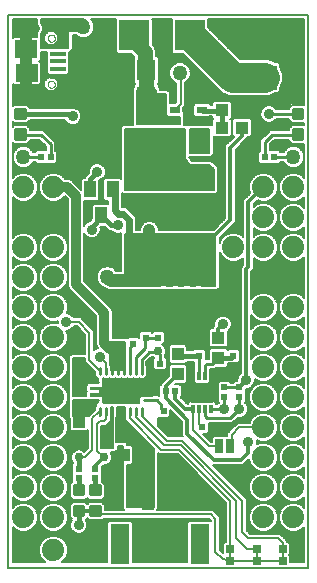
<source format=gtl>
G75*
%MOIN*%
%OFA0B0*%
%FSLAX25Y25*%
%IPPOS*%
%LPD*%
%AMOC8*
5,1,8,0,0,1.08239X$1,22.5*
%
%ADD10C,0.00600*%
%ADD11R,0.06299X0.07087*%
%ADD12R,0.03937X0.04331*%
%ADD13R,0.02165X0.02362*%
%ADD14R,0.07087X0.06299*%
%ADD15R,0.10000X0.10000*%
%ADD16R,0.03937X0.05512*%
%ADD17R,0.05315X0.01575*%
%ADD18R,0.07480X0.05906*%
%ADD19C,0.00000*%
%ADD20C,0.04369*%
%ADD21C,0.07400*%
%ADD22R,0.03937X0.18110*%
%ADD23R,0.06299X0.13386*%
%ADD24R,0.08000X0.08000*%
%ADD25C,0.08000*%
%ADD26R,0.29528X0.07087*%
%ADD27C,0.01181*%
%ADD28R,0.04331X0.03937*%
%ADD29R,0.02362X0.02165*%
%ADD30R,0.03543X0.02362*%
%ADD31C,0.01102*%
%ADD32R,0.01102X0.00551*%
%ADD33C,0.00001*%
%ADD34C,0.03187*%
%ADD35R,0.07402X0.06811*%
%ADD36R,0.01181X0.03150*%
%ADD37C,0.03000*%
%ADD38C,0.00800*%
%ADD39R,0.02500X0.02500*%
%ADD40R,0.02500X0.05000*%
%ADD41C,0.03600*%
%ADD42C,0.04000*%
%ADD43C,0.05000*%
%ADD44C,0.01200*%
%ADD45C,0.02400*%
%ADD46C,0.04200*%
%ADD47C,0.05000*%
%ADD48C,0.07600*%
%ADD49C,0.10000*%
%ADD50C,0.01600*%
%ADD51C,0.03200*%
%ADD52C,0.04500*%
%ADD53C,0.03000*%
%ADD54C,0.01000*%
D10*
X0010290Y0008867D02*
X0110290Y0008867D01*
X0110290Y0193367D01*
X0010290Y0193367D01*
X0010290Y0008867D01*
X0011690Y0010867D02*
X0011690Y0022678D01*
X0012571Y0021797D01*
X0014335Y0021067D01*
X0016245Y0021067D01*
X0018009Y0021797D01*
X0019359Y0023148D01*
X0020090Y0024912D01*
X0020090Y0026821D01*
X0019359Y0028586D01*
X0018009Y0029936D01*
X0016245Y0030667D01*
X0014335Y0030667D01*
X0012571Y0029936D01*
X0011690Y0029055D01*
X0011690Y0032678D01*
X0012571Y0031797D01*
X0014335Y0031067D01*
X0016245Y0031067D01*
X0018009Y0031797D01*
X0019359Y0033148D01*
X0020090Y0034912D01*
X0020090Y0036821D01*
X0019359Y0038586D01*
X0018009Y0039936D01*
X0016245Y0040667D01*
X0014335Y0040667D01*
X0012571Y0039936D01*
X0011690Y0039055D01*
X0011690Y0042678D01*
X0012571Y0041797D01*
X0014335Y0041067D01*
X0016245Y0041067D01*
X0018009Y0041797D01*
X0019359Y0043148D01*
X0020090Y0044912D01*
X0020090Y0046821D01*
X0019359Y0048586D01*
X0018009Y0049936D01*
X0016245Y0050667D01*
X0014335Y0050667D01*
X0012571Y0049936D01*
X0011690Y0049055D01*
X0011690Y0052678D01*
X0012571Y0051797D01*
X0014335Y0051067D01*
X0016245Y0051067D01*
X0018009Y0051797D01*
X0019359Y0053148D01*
X0020090Y0054912D01*
X0020090Y0056821D01*
X0019359Y0058586D01*
X0018009Y0059936D01*
X0016245Y0060667D01*
X0014335Y0060667D01*
X0012571Y0059936D01*
X0011690Y0059055D01*
X0011690Y0062678D01*
X0012571Y0061797D01*
X0014335Y0061067D01*
X0016245Y0061067D01*
X0018009Y0061797D01*
X0019359Y0063148D01*
X0020090Y0064912D01*
X0020090Y0066821D01*
X0019359Y0068586D01*
X0018009Y0069936D01*
X0016245Y0070667D01*
X0014335Y0070667D01*
X0012571Y0069936D01*
X0011690Y0069055D01*
X0011690Y0072678D01*
X0012571Y0071797D01*
X0014335Y0071067D01*
X0016245Y0071067D01*
X0018009Y0071797D01*
X0019359Y0073148D01*
X0020090Y0074912D01*
X0020090Y0076821D01*
X0019359Y0078586D01*
X0018009Y0079936D01*
X0016245Y0080667D01*
X0014335Y0080667D01*
X0012571Y0079936D01*
X0011690Y0079055D01*
X0011690Y0082678D01*
X0012571Y0081797D01*
X0014335Y0081067D01*
X0016245Y0081067D01*
X0018009Y0081797D01*
X0019359Y0083148D01*
X0020090Y0084912D01*
X0020090Y0086821D01*
X0019359Y0088586D01*
X0018009Y0089936D01*
X0016245Y0090667D01*
X0014335Y0090667D01*
X0012571Y0089936D01*
X0011690Y0089055D01*
X0011690Y0092678D01*
X0012571Y0091797D01*
X0014335Y0091067D01*
X0016245Y0091067D01*
X0018009Y0091797D01*
X0019359Y0093148D01*
X0020090Y0094912D01*
X0020090Y0096821D01*
X0019359Y0098586D01*
X0018009Y0099936D01*
X0016245Y0100667D01*
X0014335Y0100667D01*
X0012571Y0099936D01*
X0011690Y0099055D01*
X0011690Y0102678D01*
X0012571Y0101797D01*
X0014335Y0101067D01*
X0016245Y0101067D01*
X0018009Y0101797D01*
X0019359Y0103148D01*
X0020090Y0104912D01*
X0020090Y0106821D01*
X0019359Y0108586D01*
X0018009Y0109936D01*
X0016245Y0110667D01*
X0014335Y0110667D01*
X0012571Y0109936D01*
X0011690Y0109055D01*
X0011690Y0112678D01*
X0012571Y0111797D01*
X0014335Y0111067D01*
X0016245Y0111067D01*
X0018009Y0111797D01*
X0019359Y0113148D01*
X0020090Y0114912D01*
X0020090Y0116821D01*
X0019359Y0118586D01*
X0018009Y0119936D01*
X0016245Y0120667D01*
X0014335Y0120667D01*
X0012571Y0119936D01*
X0011690Y0119055D01*
X0011690Y0132678D01*
X0012571Y0131797D01*
X0014335Y0131067D01*
X0016245Y0131067D01*
X0018009Y0131797D01*
X0019359Y0133148D01*
X0020090Y0134912D01*
X0020090Y0136821D01*
X0019359Y0138586D01*
X0018009Y0139936D01*
X0016245Y0140667D01*
X0014335Y0140667D01*
X0012571Y0139936D01*
X0011690Y0139055D01*
X0011690Y0150867D01*
X0012212Y0150345D01*
X0016368Y0150345D01*
X0017359Y0151336D01*
X0017359Y0151767D01*
X0020628Y0151767D01*
X0022765Y0149629D01*
X0022765Y0148136D01*
X0022754Y0148148D01*
X0019677Y0148148D01*
X0019033Y0147503D01*
X0019033Y0147467D01*
X0018524Y0147467D01*
X0018342Y0147906D01*
X0017330Y0148919D01*
X0016006Y0149467D01*
X0014574Y0149467D01*
X0013251Y0148919D01*
X0012238Y0147906D01*
X0011690Y0146583D01*
X0011690Y0145151D01*
X0012238Y0143827D01*
X0013251Y0142815D01*
X0014574Y0142267D01*
X0016006Y0142267D01*
X0017330Y0142815D01*
X0018342Y0143827D01*
X0018524Y0144267D01*
X0019033Y0144267D01*
X0019033Y0144230D01*
X0019677Y0143586D01*
X0022754Y0143586D01*
X0022790Y0143622D01*
X0022827Y0143586D01*
X0025903Y0143586D01*
X0026548Y0144230D01*
X0026548Y0147503D01*
X0025965Y0148086D01*
X0025965Y0150955D01*
X0022890Y0154029D01*
X0021953Y0154967D01*
X0017359Y0154967D01*
X0017359Y0155492D01*
X0016368Y0156482D01*
X0012212Y0156482D01*
X0011690Y0155961D01*
X0011690Y0157773D01*
X0012212Y0157251D01*
X0016368Y0157251D01*
X0017359Y0158241D01*
X0017359Y0158419D01*
X0028985Y0158419D01*
X0029232Y0157824D01*
X0030048Y0157008D01*
X0031113Y0156567D01*
X0032267Y0156567D01*
X0033333Y0157008D01*
X0034149Y0157824D01*
X0034590Y0158890D01*
X0034590Y0160044D01*
X0034149Y0161109D01*
X0033333Y0161925D01*
X0032267Y0162367D01*
X0031113Y0162367D01*
X0030758Y0162219D01*
X0017359Y0162219D01*
X0017359Y0162398D01*
X0016368Y0163388D01*
X0012212Y0163388D01*
X0011690Y0162866D01*
X0011690Y0170320D01*
X0012134Y0169877D01*
X0020525Y0169877D01*
X0021170Y0170521D01*
X0021170Y0177338D01*
X0020621Y0177886D01*
X0021130Y0178395D01*
X0021130Y0180967D01*
X0023064Y0180967D01*
X0023064Y0179183D01*
X0023101Y0179146D01*
X0023064Y0179110D01*
X0023064Y0176624D01*
X0023101Y0176587D01*
X0023064Y0176551D01*
X0023064Y0174065D01*
X0023709Y0173420D01*
X0029935Y0173420D01*
X0030579Y0174065D01*
X0030579Y0176551D01*
X0030543Y0176587D01*
X0030579Y0176624D01*
X0030579Y0179110D01*
X0030543Y0179146D01*
X0030579Y0179183D01*
X0030579Y0180967D01*
X0030870Y0180967D01*
X0031690Y0181787D01*
X0031690Y0186517D01*
X0033049Y0186517D01*
X0033251Y0186315D01*
X0034574Y0185767D01*
X0036006Y0185767D01*
X0037330Y0186315D01*
X0038342Y0187327D01*
X0038890Y0188651D01*
X0038890Y0190083D01*
X0038342Y0191406D01*
X0037781Y0191967D01*
X0046185Y0191967D01*
X0046140Y0191922D01*
X0046140Y0181011D01*
X0046785Y0180367D01*
X0051199Y0180367D01*
X0052190Y0179375D01*
X0052190Y0179003D01*
X0052052Y0178866D01*
X0052052Y0170868D01*
X0052554Y0170367D01*
X0052052Y0169866D01*
X0052052Y0169117D01*
X0051900Y0168969D01*
X0051900Y0168956D01*
X0051890Y0168947D01*
X0051890Y0168378D01*
X0051881Y0167809D01*
X0051890Y0167800D01*
X0051890Y0161211D01*
X0051682Y0161003D01*
X0051682Y0157730D01*
X0051890Y0157522D01*
X0051890Y0156767D01*
X0048610Y0156767D01*
X0047790Y0155947D01*
X0047790Y0138718D01*
X0047455Y0139053D01*
X0042606Y0139053D01*
X0041962Y0138409D01*
X0041962Y0131986D01*
X0042606Y0131341D01*
X0043490Y0131341D01*
X0043490Y0130392D01*
X0038866Y0130392D01*
X0038222Y0129747D01*
X0038222Y0125485D01*
X0037325Y0124589D01*
X0036448Y0124225D01*
X0035632Y0123409D01*
X0035490Y0123068D01*
X0035490Y0131341D01*
X0039974Y0131341D01*
X0040619Y0131986D01*
X0040619Y0138129D01*
X0041533Y0138508D01*
X0042349Y0139324D01*
X0042790Y0140390D01*
X0042790Y0141544D01*
X0042349Y0142609D01*
X0041533Y0143425D01*
X0040467Y0143867D01*
X0039313Y0143867D01*
X0038248Y0143425D01*
X0037432Y0142609D01*
X0036990Y0141544D01*
X0036990Y0140754D01*
X0035650Y0139413D01*
X0035650Y0139053D01*
X0035126Y0139053D01*
X0034482Y0138409D01*
X0034482Y0135094D01*
X0032179Y0137396D01*
X0031420Y0138156D01*
X0030427Y0138567D01*
X0029367Y0138567D01*
X0029359Y0138586D01*
X0028009Y0139936D01*
X0026245Y0140667D01*
X0024335Y0140667D01*
X0022571Y0139936D01*
X0021221Y0138586D01*
X0020490Y0136821D01*
X0020490Y0134912D01*
X0021221Y0133148D01*
X0022571Y0131797D01*
X0024335Y0131067D01*
X0026245Y0131067D01*
X0028009Y0131797D01*
X0029075Y0132863D01*
X0030090Y0131848D01*
X0030090Y0102930D01*
X0030501Y0101937D01*
X0039590Y0092848D01*
X0039590Y0083330D01*
X0040001Y0082337D01*
X0040113Y0082225D01*
X0039148Y0081825D01*
X0038790Y0081468D01*
X0038790Y0087988D01*
X0037912Y0088867D01*
X0035190Y0091588D01*
X0034312Y0092467D01*
X0032108Y0092467D01*
X0032049Y0092609D01*
X0031233Y0093425D01*
X0030167Y0093867D01*
X0029657Y0093867D01*
X0030090Y0094912D01*
X0030090Y0096821D01*
X0029359Y0098586D01*
X0028009Y0099936D01*
X0026245Y0100667D01*
X0024335Y0100667D01*
X0022571Y0099936D01*
X0021221Y0098586D01*
X0020490Y0096821D01*
X0020490Y0094912D01*
X0021221Y0093148D01*
X0022571Y0091797D01*
X0024335Y0091067D01*
X0026245Y0091067D01*
X0026690Y0091251D01*
X0026690Y0090482D01*
X0026245Y0090667D01*
X0024335Y0090667D01*
X0022571Y0089936D01*
X0021221Y0088586D01*
X0020490Y0086821D01*
X0020490Y0084912D01*
X0021221Y0083148D01*
X0022571Y0081797D01*
X0024335Y0081067D01*
X0026245Y0081067D01*
X0028009Y0081797D01*
X0029359Y0083148D01*
X0030090Y0084912D01*
X0030090Y0086821D01*
X0029574Y0088067D01*
X0030167Y0088067D01*
X0031233Y0088508D01*
X0032049Y0089324D01*
X0032108Y0089467D01*
X0033069Y0089467D01*
X0035790Y0086745D01*
X0035790Y0080267D01*
X0031210Y0080267D01*
X0030390Y0079447D01*
X0030390Y0065787D01*
X0030490Y0065687D01*
X0030490Y0059087D01*
X0030722Y0058855D01*
X0030722Y0055092D01*
X0031366Y0054448D01*
X0036214Y0054448D01*
X0036790Y0055024D01*
X0036790Y0048988D01*
X0035568Y0047766D01*
X0035263Y0048071D01*
X0034307Y0048467D01*
X0033273Y0048467D01*
X0032317Y0048071D01*
X0031586Y0047339D01*
X0031190Y0046384D01*
X0031190Y0045349D01*
X0031586Y0044394D01*
X0031890Y0044090D01*
X0031890Y0043861D01*
X0031509Y0043480D01*
X0031509Y0040403D01*
X0031546Y0040367D01*
X0031509Y0040330D01*
X0031509Y0037685D01*
X0030722Y0036898D01*
X0030722Y0032741D01*
X0031712Y0031751D01*
X0035868Y0031751D01*
X0036540Y0032423D01*
X0037212Y0031751D01*
X0041368Y0031751D01*
X0042359Y0032741D01*
X0042359Y0036898D01*
X0041571Y0037685D01*
X0041571Y0040330D01*
X0041535Y0040367D01*
X0041571Y0040403D01*
X0041571Y0042744D01*
X0042094Y0043267D01*
X0042807Y0043267D01*
X0043763Y0043662D01*
X0044494Y0044394D01*
X0044890Y0045349D01*
X0044890Y0046384D01*
X0044494Y0047339D01*
X0044367Y0047467D01*
X0045870Y0047467D01*
X0046690Y0048287D01*
X0046690Y0049467D01*
X0048390Y0049467D01*
X0048390Y0028787D01*
X0048810Y0028367D01*
X0042359Y0028367D01*
X0042359Y0029992D01*
X0041368Y0030982D01*
X0037212Y0030982D01*
X0036540Y0030311D01*
X0035868Y0030982D01*
X0031712Y0030982D01*
X0030722Y0029992D01*
X0030722Y0025836D01*
X0031440Y0025118D01*
X0031232Y0024909D01*
X0030790Y0023844D01*
X0030790Y0022690D01*
X0031232Y0021624D01*
X0032048Y0020808D01*
X0033113Y0020367D01*
X0034267Y0020367D01*
X0035333Y0020808D01*
X0036149Y0021624D01*
X0036590Y0022690D01*
X0036590Y0023844D01*
X0036149Y0024909D01*
X0036041Y0025018D01*
X0036540Y0025517D01*
X0037212Y0024845D01*
X0041368Y0024845D01*
X0041890Y0025367D01*
X0077169Y0025367D01*
X0077790Y0024745D01*
X0077781Y0024754D01*
X0070571Y0024754D01*
X0069926Y0024110D01*
X0069926Y0010867D01*
X0051654Y0010867D01*
X0051654Y0024110D01*
X0051010Y0024754D01*
X0043799Y0024754D01*
X0043155Y0024110D01*
X0043155Y0010867D01*
X0028078Y0010867D01*
X0029359Y0012148D01*
X0030090Y0013912D01*
X0030090Y0015821D01*
X0029359Y0017586D01*
X0028009Y0018936D01*
X0026245Y0019667D01*
X0024335Y0019667D01*
X0022571Y0018936D01*
X0021221Y0017586D01*
X0020490Y0015821D01*
X0020490Y0013912D01*
X0021221Y0012148D01*
X0022502Y0010867D01*
X0011690Y0010867D01*
X0011690Y0011261D02*
X0022108Y0011261D01*
X0021509Y0011859D02*
X0011690Y0011859D01*
X0011690Y0012458D02*
X0021093Y0012458D01*
X0020845Y0013056D02*
X0011690Y0013056D01*
X0011690Y0013655D02*
X0020597Y0013655D01*
X0020490Y0014253D02*
X0011690Y0014253D01*
X0011690Y0014852D02*
X0020490Y0014852D01*
X0020490Y0015450D02*
X0011690Y0015450D01*
X0011690Y0016049D02*
X0020584Y0016049D01*
X0020832Y0016647D02*
X0011690Y0016647D01*
X0011690Y0017246D02*
X0021080Y0017246D01*
X0021480Y0017844D02*
X0011690Y0017844D01*
X0011690Y0018443D02*
X0022078Y0018443D01*
X0022826Y0019041D02*
X0011690Y0019041D01*
X0011690Y0019640D02*
X0024271Y0019640D01*
X0024335Y0021067D02*
X0026245Y0021067D01*
X0028009Y0021797D01*
X0029359Y0023148D01*
X0030090Y0024912D01*
X0030090Y0026821D01*
X0029359Y0028586D01*
X0028009Y0029936D01*
X0026245Y0030667D01*
X0024335Y0030667D01*
X0022571Y0029936D01*
X0021221Y0028586D01*
X0020490Y0026821D01*
X0020490Y0024912D01*
X0021221Y0023148D01*
X0022571Y0021797D01*
X0024335Y0021067D01*
X0023445Y0021435D02*
X0017135Y0021435D01*
X0018246Y0022034D02*
X0022335Y0022034D01*
X0021736Y0022632D02*
X0018844Y0022632D01*
X0019394Y0023231D02*
X0021187Y0023231D01*
X0020939Y0023829D02*
X0019642Y0023829D01*
X0019890Y0024428D02*
X0020691Y0024428D01*
X0020490Y0025026D02*
X0020090Y0025026D01*
X0020090Y0025625D02*
X0020490Y0025625D01*
X0020490Y0026223D02*
X0020090Y0026223D01*
X0020090Y0026822D02*
X0020491Y0026822D01*
X0020738Y0027421D02*
X0019842Y0027421D01*
X0019594Y0028019D02*
X0020986Y0028019D01*
X0021253Y0028618D02*
X0019328Y0028618D01*
X0018729Y0029216D02*
X0021851Y0029216D01*
X0022450Y0029815D02*
X0018131Y0029815D01*
X0016857Y0030413D02*
X0023723Y0030413D01*
X0024335Y0031067D02*
X0026245Y0031067D01*
X0028009Y0031797D01*
X0029359Y0033148D01*
X0030090Y0034912D01*
X0030090Y0036821D01*
X0029359Y0038586D01*
X0028009Y0039936D01*
X0026245Y0040667D01*
X0024335Y0040667D01*
X0022571Y0039936D01*
X0021221Y0038586D01*
X0020490Y0036821D01*
X0020490Y0034912D01*
X0021221Y0033148D01*
X0022571Y0031797D01*
X0024335Y0031067D01*
X0023024Y0031610D02*
X0017557Y0031610D01*
X0018420Y0032209D02*
X0022160Y0032209D01*
X0021562Y0032807D02*
X0019019Y0032807D01*
X0019466Y0033406D02*
X0021114Y0033406D01*
X0020866Y0034004D02*
X0019714Y0034004D01*
X0019962Y0034603D02*
X0020618Y0034603D01*
X0020490Y0035201D02*
X0020090Y0035201D01*
X0020090Y0035800D02*
X0020490Y0035800D01*
X0020490Y0036398D02*
X0020090Y0036398D01*
X0020018Y0036997D02*
X0020563Y0036997D01*
X0020811Y0037595D02*
X0019770Y0037595D01*
X0019522Y0038194D02*
X0021059Y0038194D01*
X0021428Y0038792D02*
X0019153Y0038792D01*
X0018554Y0039391D02*
X0022026Y0039391D01*
X0022700Y0039989D02*
X0017880Y0039989D01*
X0016435Y0040588D02*
X0024145Y0040588D01*
X0024335Y0041067D02*
X0026245Y0041067D01*
X0028009Y0041797D01*
X0029359Y0043148D01*
X0030090Y0044912D01*
X0030090Y0046821D01*
X0029359Y0048586D01*
X0028009Y0049936D01*
X0026245Y0050667D01*
X0024335Y0050667D01*
X0022571Y0049936D01*
X0021221Y0048586D01*
X0020490Y0046821D01*
X0020490Y0044912D01*
X0021221Y0043148D01*
X0022571Y0041797D01*
X0024335Y0041067D01*
X0024047Y0041186D02*
X0016534Y0041186D01*
X0017979Y0041785D02*
X0022602Y0041785D01*
X0021985Y0042383D02*
X0018595Y0042383D01*
X0019194Y0042982D02*
X0021387Y0042982D01*
X0021042Y0043580D02*
X0019539Y0043580D01*
X0019787Y0044179D02*
X0020794Y0044179D01*
X0020546Y0044777D02*
X0020035Y0044777D01*
X0020090Y0045376D02*
X0020490Y0045376D01*
X0020490Y0045974D02*
X0020090Y0045974D01*
X0020090Y0046573D02*
X0020490Y0046573D01*
X0020635Y0047171D02*
X0019945Y0047171D01*
X0019697Y0047770D02*
X0020883Y0047770D01*
X0021131Y0048368D02*
X0019449Y0048368D01*
X0018978Y0048967D02*
X0021602Y0048967D01*
X0022201Y0049565D02*
X0018380Y0049565D01*
X0017459Y0050164D02*
X0023122Y0050164D01*
X0023625Y0051361D02*
X0016956Y0051361D01*
X0018171Y0051959D02*
X0022409Y0051959D01*
X0022571Y0051797D02*
X0024335Y0051067D01*
X0026245Y0051067D01*
X0028009Y0051797D01*
X0029359Y0053148D01*
X0030090Y0054912D01*
X0030090Y0056821D01*
X0029359Y0058586D01*
X0028009Y0059936D01*
X0026245Y0060667D01*
X0024335Y0060667D01*
X0022571Y0059936D01*
X0021221Y0058586D01*
X0020490Y0056821D01*
X0020490Y0054912D01*
X0021221Y0053148D01*
X0022571Y0051797D01*
X0021811Y0052558D02*
X0018770Y0052558D01*
X0019363Y0053156D02*
X0021217Y0053156D01*
X0020969Y0053755D02*
X0019611Y0053755D01*
X0019859Y0054354D02*
X0020722Y0054354D01*
X0020490Y0054952D02*
X0020090Y0054952D01*
X0020090Y0055551D02*
X0020490Y0055551D01*
X0020490Y0056149D02*
X0020090Y0056149D01*
X0020090Y0056748D02*
X0020490Y0056748D01*
X0020708Y0057346D02*
X0019873Y0057346D01*
X0019625Y0057945D02*
X0020955Y0057945D01*
X0021203Y0058543D02*
X0019377Y0058543D01*
X0018804Y0059142D02*
X0021777Y0059142D01*
X0022376Y0059740D02*
X0018205Y0059740D01*
X0017037Y0060339D02*
X0023544Y0060339D01*
X0024335Y0061067D02*
X0026245Y0061067D01*
X0028009Y0061797D01*
X0029359Y0063148D01*
X0030090Y0064912D01*
X0030090Y0066821D01*
X0029359Y0068586D01*
X0028009Y0069936D01*
X0026245Y0070667D01*
X0024335Y0070667D01*
X0022571Y0069936D01*
X0021221Y0068586D01*
X0020490Y0066821D01*
X0020490Y0064912D01*
X0021221Y0063148D01*
X0022571Y0061797D01*
X0024335Y0061067D01*
X0023203Y0061536D02*
X0017377Y0061536D01*
X0018346Y0062134D02*
X0022235Y0062134D01*
X0021636Y0062733D02*
X0018945Y0062733D01*
X0019436Y0063331D02*
X0021145Y0063331D01*
X0020897Y0063930D02*
X0019683Y0063930D01*
X0019931Y0064528D02*
X0020649Y0064528D01*
X0020490Y0065127D02*
X0020090Y0065127D01*
X0020090Y0065725D02*
X0020490Y0065725D01*
X0020490Y0066324D02*
X0020090Y0066324D01*
X0020048Y0066922D02*
X0020532Y0066922D01*
X0020780Y0067521D02*
X0019801Y0067521D01*
X0019553Y0068119D02*
X0021028Y0068119D01*
X0021353Y0068718D02*
X0019227Y0068718D01*
X0018629Y0069316D02*
X0021952Y0069316D01*
X0022550Y0069915D02*
X0018030Y0069915D01*
X0016615Y0070513D02*
X0023965Y0070513D01*
X0024226Y0071112D02*
X0016354Y0071112D01*
X0017799Y0071710D02*
X0022781Y0071710D01*
X0022571Y0071797D02*
X0024335Y0071067D01*
X0026245Y0071067D01*
X0028009Y0071797D01*
X0029359Y0073148D01*
X0030090Y0074912D01*
X0030090Y0076821D01*
X0029359Y0078586D01*
X0028009Y0079936D01*
X0026245Y0080667D01*
X0024335Y0080667D01*
X0022571Y0079936D01*
X0021221Y0078586D01*
X0020490Y0076821D01*
X0020490Y0074912D01*
X0021221Y0073148D01*
X0022571Y0071797D01*
X0022060Y0072309D02*
X0018521Y0072309D01*
X0019119Y0072907D02*
X0021461Y0072907D01*
X0021073Y0073506D02*
X0019508Y0073506D01*
X0019756Y0074104D02*
X0020825Y0074104D01*
X0020577Y0074703D02*
X0020004Y0074703D01*
X0020090Y0075301D02*
X0020490Y0075301D01*
X0020490Y0075900D02*
X0020090Y0075900D01*
X0020090Y0076498D02*
X0020490Y0076498D01*
X0020604Y0077097D02*
X0019976Y0077097D01*
X0019728Y0077695D02*
X0020852Y0077695D01*
X0021100Y0078294D02*
X0019480Y0078294D01*
X0019053Y0078892D02*
X0021528Y0078892D01*
X0022126Y0079491D02*
X0018454Y0079491D01*
X0017638Y0080090D02*
X0022942Y0080090D01*
X0023805Y0081287D02*
X0016776Y0081287D01*
X0018097Y0081885D02*
X0022484Y0081885D01*
X0021885Y0082484D02*
X0018695Y0082484D01*
X0019294Y0083082D02*
X0021287Y0083082D01*
X0021000Y0083681D02*
X0019580Y0083681D01*
X0019828Y0084279D02*
X0020752Y0084279D01*
X0020504Y0084878D02*
X0020076Y0084878D01*
X0020090Y0085476D02*
X0020490Y0085476D01*
X0020490Y0086075D02*
X0020090Y0086075D01*
X0020090Y0086673D02*
X0020490Y0086673D01*
X0020677Y0087272D02*
X0019904Y0087272D01*
X0019656Y0087870D02*
X0020925Y0087870D01*
X0021173Y0088469D02*
X0019408Y0088469D01*
X0018878Y0089067D02*
X0021703Y0089067D01*
X0022301Y0089666D02*
X0018279Y0089666D01*
X0017217Y0090264D02*
X0023364Y0090264D01*
X0023383Y0091461D02*
X0017198Y0091461D01*
X0018272Y0092060D02*
X0022309Y0092060D01*
X0021710Y0092658D02*
X0018870Y0092658D01*
X0019405Y0093257D02*
X0021176Y0093257D01*
X0020928Y0093855D02*
X0019653Y0093855D01*
X0019901Y0094454D02*
X0020680Y0094454D01*
X0020490Y0095052D02*
X0020090Y0095052D01*
X0020090Y0095651D02*
X0020490Y0095651D01*
X0020490Y0096249D02*
X0020090Y0096249D01*
X0020079Y0096848D02*
X0020501Y0096848D01*
X0020749Y0097446D02*
X0019831Y0097446D01*
X0019584Y0098045D02*
X0020997Y0098045D01*
X0021279Y0098643D02*
X0019302Y0098643D01*
X0018703Y0099242D02*
X0021877Y0099242D01*
X0022476Y0099840D02*
X0018105Y0099840D01*
X0016795Y0100439D02*
X0023786Y0100439D01*
X0024335Y0101067D02*
X0026245Y0101067D01*
X0028009Y0101797D01*
X0029359Y0103148D01*
X0030090Y0104912D01*
X0030090Y0106821D01*
X0029359Y0108586D01*
X0028009Y0109936D01*
X0026245Y0110667D01*
X0024335Y0110667D01*
X0022571Y0109936D01*
X0021221Y0108586D01*
X0020490Y0106821D01*
X0020490Y0104912D01*
X0021221Y0103148D01*
X0022571Y0101797D01*
X0024335Y0101067D01*
X0022961Y0101636D02*
X0017619Y0101636D01*
X0018446Y0102234D02*
X0022134Y0102234D01*
X0021536Y0102833D02*
X0019045Y0102833D01*
X0019477Y0103431D02*
X0021103Y0103431D01*
X0020856Y0104030D02*
X0019725Y0104030D01*
X0019973Y0104628D02*
X0020608Y0104628D01*
X0020490Y0105227D02*
X0020090Y0105227D01*
X0020090Y0105825D02*
X0020490Y0105825D01*
X0020490Y0106424D02*
X0020090Y0106424D01*
X0020007Y0107023D02*
X0020574Y0107023D01*
X0020821Y0107621D02*
X0019759Y0107621D01*
X0019511Y0108220D02*
X0021069Y0108220D01*
X0021453Y0108818D02*
X0019127Y0108818D01*
X0018529Y0109417D02*
X0022052Y0109417D01*
X0022762Y0110015D02*
X0017818Y0110015D01*
X0016373Y0110614D02*
X0024207Y0110614D01*
X0024335Y0111067D02*
X0026245Y0111067D01*
X0028009Y0111797D01*
X0029359Y0113148D01*
X0030090Y0114912D01*
X0030090Y0116821D01*
X0029359Y0118586D01*
X0028009Y0119936D01*
X0026245Y0120667D01*
X0024335Y0120667D01*
X0022571Y0119936D01*
X0021221Y0118586D01*
X0020490Y0116821D01*
X0020490Y0114912D01*
X0021221Y0113148D01*
X0022571Y0111797D01*
X0024335Y0111067D01*
X0023984Y0111212D02*
X0016596Y0111212D01*
X0018022Y0111811D02*
X0022558Y0111811D01*
X0021960Y0112409D02*
X0018621Y0112409D01*
X0019219Y0113008D02*
X0021361Y0113008D01*
X0021031Y0113606D02*
X0019549Y0113606D01*
X0019797Y0114205D02*
X0020783Y0114205D01*
X0020535Y0114803D02*
X0020045Y0114803D01*
X0020090Y0115402D02*
X0020490Y0115402D01*
X0020490Y0116000D02*
X0020090Y0116000D01*
X0020090Y0116599D02*
X0020490Y0116599D01*
X0020646Y0117197D02*
X0019935Y0117197D01*
X0019687Y0117796D02*
X0020894Y0117796D01*
X0021142Y0118394D02*
X0019439Y0118394D01*
X0018952Y0118993D02*
X0021628Y0118993D01*
X0022227Y0119591D02*
X0018354Y0119591D01*
X0017396Y0120190D02*
X0023184Y0120190D01*
X0027396Y0120190D02*
X0030090Y0120190D01*
X0030090Y0120788D02*
X0011690Y0120788D01*
X0011690Y0120190D02*
X0013184Y0120190D01*
X0012227Y0119591D02*
X0011690Y0119591D01*
X0011690Y0121387D02*
X0030090Y0121387D01*
X0030090Y0121985D02*
X0011690Y0121985D01*
X0011690Y0122584D02*
X0030090Y0122584D01*
X0030090Y0123182D02*
X0011690Y0123182D01*
X0011690Y0123781D02*
X0030090Y0123781D01*
X0030090Y0124379D02*
X0011690Y0124379D01*
X0011690Y0124978D02*
X0030090Y0124978D01*
X0030090Y0125576D02*
X0011690Y0125576D01*
X0011690Y0126175D02*
X0030090Y0126175D01*
X0030090Y0126773D02*
X0011690Y0126773D01*
X0011690Y0127372D02*
X0030090Y0127372D01*
X0030090Y0127970D02*
X0011690Y0127970D01*
X0011690Y0128569D02*
X0030090Y0128569D01*
X0030090Y0129167D02*
X0011690Y0129167D01*
X0011690Y0129766D02*
X0030090Y0129766D01*
X0030090Y0130364D02*
X0011690Y0130364D01*
X0011690Y0130963D02*
X0030090Y0130963D01*
X0030090Y0131561D02*
X0027440Y0131561D01*
X0028372Y0132160D02*
X0029779Y0132160D01*
X0029180Y0132759D02*
X0028970Y0132759D01*
X0032627Y0136948D02*
X0034482Y0136948D01*
X0034482Y0136350D02*
X0033226Y0136350D01*
X0033824Y0135751D02*
X0034482Y0135751D01*
X0034482Y0135153D02*
X0034423Y0135153D01*
X0034482Y0137547D02*
X0032029Y0137547D01*
X0031430Y0138145D02*
X0034482Y0138145D01*
X0034816Y0138744D02*
X0029202Y0138744D01*
X0028603Y0139342D02*
X0035650Y0139342D01*
X0036177Y0139941D02*
X0027998Y0139941D01*
X0026553Y0140539D02*
X0036776Y0140539D01*
X0036990Y0141138D02*
X0011690Y0141138D01*
X0011690Y0141736D02*
X0037070Y0141736D01*
X0037318Y0142335D02*
X0016171Y0142335D01*
X0017448Y0142933D02*
X0037756Y0142933D01*
X0038505Y0143532D02*
X0018046Y0143532D01*
X0018468Y0144130D02*
X0019132Y0144130D01*
X0019251Y0147721D02*
X0018419Y0147721D01*
X0017928Y0148320D02*
X0022765Y0148320D01*
X0022765Y0148918D02*
X0017330Y0148918D01*
X0016737Y0150714D02*
X0021680Y0150714D01*
X0021082Y0151312D02*
X0017335Y0151312D01*
X0013251Y0148918D02*
X0011690Y0148918D01*
X0011690Y0148320D02*
X0012652Y0148320D01*
X0012162Y0147721D02*
X0011690Y0147721D01*
X0011690Y0147123D02*
X0011914Y0147123D01*
X0011690Y0146524D02*
X0011690Y0146524D01*
X0011690Y0145926D02*
X0011690Y0145926D01*
X0011690Y0145327D02*
X0011690Y0145327D01*
X0011690Y0144729D02*
X0011865Y0144729D01*
X0011690Y0144130D02*
X0012113Y0144130D01*
X0012534Y0143532D02*
X0011690Y0143532D01*
X0011690Y0142933D02*
X0013133Y0142933D01*
X0014410Y0142335D02*
X0011690Y0142335D01*
X0011690Y0140539D02*
X0014028Y0140539D01*
X0012583Y0139941D02*
X0011690Y0139941D01*
X0011690Y0139342D02*
X0011978Y0139342D01*
X0016553Y0140539D02*
X0024028Y0140539D01*
X0022583Y0139941D02*
X0017998Y0139941D01*
X0018603Y0139342D02*
X0021978Y0139342D01*
X0021379Y0138744D02*
X0019202Y0138744D01*
X0019542Y0138145D02*
X0021039Y0138145D01*
X0020791Y0137547D02*
X0019790Y0137547D01*
X0020038Y0136948D02*
X0020543Y0136948D01*
X0020490Y0136350D02*
X0020090Y0136350D01*
X0020090Y0135751D02*
X0020490Y0135751D01*
X0020490Y0135153D02*
X0020090Y0135153D01*
X0019942Y0134554D02*
X0020638Y0134554D01*
X0020886Y0133956D02*
X0019694Y0133956D01*
X0019446Y0133357D02*
X0021134Y0133357D01*
X0021610Y0132759D02*
X0018970Y0132759D01*
X0018372Y0132160D02*
X0022209Y0132160D01*
X0023141Y0131561D02*
X0017440Y0131561D01*
X0013141Y0131561D02*
X0011690Y0131561D01*
X0011690Y0132160D02*
X0012209Y0132160D01*
X0035490Y0130963D02*
X0043490Y0130963D01*
X0042386Y0131561D02*
X0040194Y0131561D01*
X0040619Y0132160D02*
X0041962Y0132160D01*
X0041962Y0132759D02*
X0040619Y0132759D01*
X0040619Y0133357D02*
X0041962Y0133357D01*
X0041962Y0133956D02*
X0040619Y0133956D01*
X0040619Y0134554D02*
X0041962Y0134554D01*
X0041962Y0135153D02*
X0040619Y0135153D01*
X0040619Y0135751D02*
X0041962Y0135751D01*
X0041962Y0136350D02*
X0040619Y0136350D01*
X0040619Y0136948D02*
X0041962Y0136948D01*
X0041962Y0137547D02*
X0040619Y0137547D01*
X0040656Y0138145D02*
X0041962Y0138145D01*
X0041768Y0138744D02*
X0042297Y0138744D01*
X0042356Y0139342D02*
X0047790Y0139342D01*
X0047764Y0138744D02*
X0047790Y0138744D01*
X0047790Y0139941D02*
X0042604Y0139941D01*
X0042790Y0140539D02*
X0047790Y0140539D01*
X0047790Y0141138D02*
X0042790Y0141138D01*
X0042710Y0141736D02*
X0047790Y0141736D01*
X0047790Y0142335D02*
X0042463Y0142335D01*
X0042025Y0142933D02*
X0047790Y0142933D01*
X0047790Y0143532D02*
X0041276Y0143532D01*
X0047790Y0144130D02*
X0026448Y0144130D01*
X0026548Y0144729D02*
X0047790Y0144729D01*
X0047790Y0145327D02*
X0026548Y0145327D01*
X0026548Y0145926D02*
X0047790Y0145926D01*
X0047790Y0146524D02*
X0026548Y0146524D01*
X0026548Y0147123D02*
X0047790Y0147123D01*
X0047790Y0147721D02*
X0026330Y0147721D01*
X0025965Y0148320D02*
X0047790Y0148320D01*
X0047790Y0148918D02*
X0025965Y0148918D01*
X0025965Y0149517D02*
X0047790Y0149517D01*
X0047790Y0150115D02*
X0025965Y0150115D01*
X0025965Y0150714D02*
X0047790Y0150714D01*
X0047790Y0151312D02*
X0025607Y0151312D01*
X0025009Y0151911D02*
X0047790Y0151911D01*
X0047790Y0152509D02*
X0024410Y0152509D01*
X0023812Y0153108D02*
X0047790Y0153108D01*
X0047790Y0153706D02*
X0023213Y0153706D01*
X0022615Y0154305D02*
X0047790Y0154305D01*
X0047790Y0154903D02*
X0022016Y0154903D01*
X0017349Y0155502D02*
X0047790Y0155502D01*
X0047944Y0156100D02*
X0016750Y0156100D01*
X0016415Y0157297D02*
X0029758Y0157297D01*
X0029202Y0157896D02*
X0017014Y0157896D01*
X0012166Y0157297D02*
X0011690Y0157297D01*
X0011690Y0156699D02*
X0030794Y0156699D01*
X0032587Y0156699D02*
X0048543Y0156699D01*
X0049190Y0155367D02*
X0049190Y0134867D01*
X0078790Y0134867D01*
X0078790Y0141867D01*
X0077290Y0143367D01*
X0070790Y0143367D01*
X0069190Y0145367D01*
X0069190Y0155367D01*
X0049190Y0155367D01*
X0049190Y0154903D02*
X0069190Y0154903D01*
X0069190Y0154305D02*
X0049190Y0154305D01*
X0049190Y0153706D02*
X0069190Y0153706D01*
X0069190Y0153108D02*
X0049190Y0153108D01*
X0049190Y0152509D02*
X0069190Y0152509D01*
X0069190Y0151911D02*
X0049190Y0151911D01*
X0049190Y0151312D02*
X0069190Y0151312D01*
X0069190Y0150714D02*
X0049190Y0150714D01*
X0049190Y0150115D02*
X0069190Y0150115D01*
X0069190Y0149517D02*
X0049190Y0149517D01*
X0049190Y0148918D02*
X0069190Y0148918D01*
X0069190Y0148320D02*
X0049190Y0148320D01*
X0049190Y0147721D02*
X0069190Y0147721D01*
X0069190Y0147123D02*
X0049190Y0147123D01*
X0049190Y0146524D02*
X0069190Y0146524D01*
X0069190Y0145926D02*
X0049190Y0145926D01*
X0049190Y0145327D02*
X0069222Y0145327D01*
X0069701Y0144729D02*
X0049190Y0144729D01*
X0049190Y0144130D02*
X0070179Y0144130D01*
X0070658Y0143532D02*
X0049190Y0143532D01*
X0049190Y0142933D02*
X0077724Y0142933D01*
X0078322Y0142335D02*
X0049190Y0142335D01*
X0049190Y0141736D02*
X0078790Y0141736D01*
X0078790Y0141138D02*
X0049190Y0141138D01*
X0049190Y0140539D02*
X0078790Y0140539D01*
X0078790Y0139941D02*
X0049190Y0139941D01*
X0049190Y0139342D02*
X0078790Y0139342D01*
X0078790Y0138744D02*
X0049190Y0138744D01*
X0049190Y0138145D02*
X0078790Y0138145D01*
X0078790Y0137547D02*
X0049190Y0137547D01*
X0049190Y0136948D02*
X0078790Y0136948D01*
X0078790Y0136350D02*
X0049190Y0136350D01*
X0049190Y0135751D02*
X0078790Y0135751D01*
X0078790Y0135153D02*
X0049190Y0135153D01*
X0048099Y0133978D02*
X0048610Y0133467D01*
X0079370Y0133467D01*
X0080190Y0134287D01*
X0080190Y0142447D01*
X0079370Y0143267D01*
X0078690Y0143947D01*
X0077870Y0144767D01*
X0071463Y0144767D01*
X0070590Y0145858D01*
X0070590Y0145967D01*
X0077870Y0145967D01*
X0078690Y0146787D01*
X0078690Y0152831D01*
X0078823Y0152698D01*
X0084065Y0152698D01*
X0084709Y0153343D01*
X0084709Y0158191D01*
X0084283Y0158617D01*
X0084709Y0159043D01*
X0084709Y0163891D01*
X0084065Y0164535D01*
X0078823Y0164535D01*
X0078178Y0163891D01*
X0078178Y0163267D01*
X0077666Y0163267D01*
X0077045Y0163888D01*
X0072591Y0163888D01*
X0071946Y0163244D01*
X0071946Y0159970D01*
X0072591Y0159326D01*
X0077045Y0159326D01*
X0077186Y0159467D01*
X0078178Y0159467D01*
X0078178Y0159043D01*
X0078604Y0158617D01*
X0078178Y0158191D01*
X0078178Y0156458D01*
X0077870Y0156767D01*
X0070310Y0156767D01*
X0070040Y0156497D01*
X0069770Y0156767D01*
X0068790Y0156767D01*
X0068790Y0161247D01*
X0068634Y0161402D01*
X0068634Y0162357D01*
X0069190Y0162913D01*
X0069190Y0170716D01*
X0069430Y0170815D01*
X0070442Y0171827D01*
X0070990Y0173151D01*
X0070990Y0174583D01*
X0070442Y0175906D01*
X0069430Y0176919D01*
X0068106Y0177467D01*
X0066674Y0177467D01*
X0065351Y0176919D01*
X0064338Y0175906D01*
X0063790Y0174583D01*
X0063790Y0173151D01*
X0064338Y0171827D01*
X0065351Y0170815D01*
X0066190Y0170467D01*
X0066190Y0164156D01*
X0065922Y0163888D01*
X0064090Y0163888D01*
X0064090Y0163922D01*
X0064098Y0163930D01*
X0064098Y0167203D01*
X0064090Y0167211D01*
X0064090Y0167547D01*
X0063270Y0168367D01*
X0060892Y0168367D01*
X0060899Y0168824D01*
X0060890Y0168833D01*
X0060890Y0168847D01*
X0060552Y0169185D01*
X0060552Y0169866D01*
X0060051Y0170367D01*
X0060552Y0170868D01*
X0060552Y0178866D01*
X0059907Y0179510D01*
X0059390Y0179510D01*
X0059390Y0181583D01*
X0058842Y0182906D01*
X0058340Y0183408D01*
X0058340Y0191922D01*
X0058296Y0191967D01*
X0064685Y0191967D01*
X0064640Y0191922D01*
X0064640Y0181011D01*
X0065285Y0180367D01*
X0068414Y0180367D01*
X0079869Y0168911D01*
X0081585Y0167195D01*
X0083827Y0166267D01*
X0097004Y0166267D01*
X0099246Y0167195D01*
X0099317Y0167267D01*
X0100246Y0167267D01*
X0100890Y0167911D01*
X0100890Y0168840D01*
X0100962Y0168911D01*
X0101890Y0171153D01*
X0101890Y0173580D01*
X0100962Y0175822D01*
X0100890Y0175893D01*
X0100890Y0176822D01*
X0100246Y0177467D01*
X0099317Y0177467D01*
X0099246Y0177538D01*
X0097004Y0178467D01*
X0087567Y0178467D01*
X0076840Y0189193D01*
X0076840Y0191922D01*
X0076796Y0191967D01*
X0108890Y0191967D01*
X0108890Y0163366D01*
X0108868Y0163388D01*
X0104712Y0163388D01*
X0103722Y0162398D01*
X0103722Y0161919D01*
X0099639Y0161919D01*
X0098833Y0162725D01*
X0097767Y0163167D01*
X0096613Y0163167D01*
X0095548Y0162725D01*
X0094732Y0161909D01*
X0094290Y0160844D01*
X0094290Y0159690D01*
X0094732Y0158624D01*
X0095548Y0157808D01*
X0096613Y0157367D01*
X0097767Y0157367D01*
X0098833Y0157808D01*
X0099649Y0158624D01*
X0099688Y0158719D01*
X0103722Y0158719D01*
X0103722Y0158241D01*
X0104712Y0157251D01*
X0108868Y0157251D01*
X0108890Y0157273D01*
X0108890Y0156461D01*
X0108868Y0156482D01*
X0104712Y0156482D01*
X0103722Y0155492D01*
X0103722Y0154967D01*
X0097628Y0154967D01*
X0096690Y0154029D01*
X0094115Y0151455D01*
X0094115Y0148086D01*
X0093533Y0147503D01*
X0093533Y0144230D01*
X0094177Y0143586D01*
X0097254Y0143586D01*
X0097290Y0143622D01*
X0097327Y0143586D01*
X0100403Y0143586D01*
X0101048Y0144230D01*
X0101048Y0144267D01*
X0102056Y0144267D01*
X0102238Y0143827D01*
X0103251Y0142815D01*
X0104574Y0142267D01*
X0106006Y0142267D01*
X0107330Y0142815D01*
X0108342Y0143827D01*
X0108890Y0145151D01*
X0108890Y0146583D01*
X0108342Y0147906D01*
X0107330Y0148919D01*
X0106006Y0149467D01*
X0104574Y0149467D01*
X0103251Y0148919D01*
X0102238Y0147906D01*
X0102056Y0147467D01*
X0101048Y0147467D01*
X0101048Y0147503D01*
X0100403Y0148148D01*
X0097327Y0148148D01*
X0097315Y0148136D01*
X0097315Y0150129D01*
X0098953Y0151767D01*
X0103722Y0151767D01*
X0103722Y0151336D01*
X0104712Y0150345D01*
X0108868Y0150345D01*
X0108890Y0150367D01*
X0108890Y0139055D01*
X0108009Y0139936D01*
X0106245Y0140667D01*
X0104335Y0140667D01*
X0102571Y0139936D01*
X0101221Y0138586D01*
X0100490Y0136821D01*
X0100490Y0134912D01*
X0101221Y0133148D01*
X0102571Y0131797D01*
X0104335Y0131067D01*
X0106245Y0131067D01*
X0108009Y0131797D01*
X0108890Y0132678D01*
X0108890Y0129055D01*
X0108009Y0129936D01*
X0106245Y0130667D01*
X0104335Y0130667D01*
X0102571Y0129936D01*
X0101221Y0128586D01*
X0100490Y0126821D01*
X0100490Y0124912D01*
X0101221Y0123148D01*
X0102571Y0121797D01*
X0104335Y0121067D01*
X0106245Y0121067D01*
X0108009Y0121797D01*
X0108890Y0122678D01*
X0108890Y0119055D01*
X0108009Y0119936D01*
X0106245Y0120667D01*
X0104335Y0120667D01*
X0102571Y0119936D01*
X0101221Y0118586D01*
X0100490Y0116821D01*
X0100490Y0114912D01*
X0101221Y0113148D01*
X0102571Y0111797D01*
X0104335Y0111067D01*
X0106245Y0111067D01*
X0108009Y0111797D01*
X0108890Y0112678D01*
X0108890Y0099055D01*
X0108009Y0099936D01*
X0106245Y0100667D01*
X0104335Y0100667D01*
X0102571Y0099936D01*
X0101221Y0098586D01*
X0100490Y0096821D01*
X0100490Y0094912D01*
X0101221Y0093148D01*
X0102571Y0091797D01*
X0104335Y0091067D01*
X0106245Y0091067D01*
X0108009Y0091797D01*
X0108890Y0092678D01*
X0108890Y0089055D01*
X0108009Y0089936D01*
X0106245Y0090667D01*
X0104335Y0090667D01*
X0102571Y0089936D01*
X0101221Y0088586D01*
X0100490Y0086821D01*
X0100490Y0084912D01*
X0101221Y0083148D01*
X0102571Y0081797D01*
X0104335Y0081067D01*
X0106245Y0081067D01*
X0108009Y0081797D01*
X0108890Y0082678D01*
X0108890Y0079055D01*
X0108009Y0079936D01*
X0106245Y0080667D01*
X0104335Y0080667D01*
X0102571Y0079936D01*
X0101221Y0078586D01*
X0100490Y0076821D01*
X0100490Y0074912D01*
X0101221Y0073148D01*
X0102571Y0071797D01*
X0104335Y0071067D01*
X0106245Y0071067D01*
X0108009Y0071797D01*
X0108890Y0072678D01*
X0108890Y0069055D01*
X0108009Y0069936D01*
X0106245Y0070667D01*
X0104335Y0070667D01*
X0102571Y0069936D01*
X0101221Y0068586D01*
X0100490Y0066821D01*
X0100490Y0064912D01*
X0101221Y0063148D01*
X0102571Y0061797D01*
X0104335Y0061067D01*
X0106245Y0061067D01*
X0108009Y0061797D01*
X0108890Y0062678D01*
X0108890Y0059055D01*
X0108009Y0059936D01*
X0106245Y0060667D01*
X0104335Y0060667D01*
X0102571Y0059936D01*
X0101221Y0058586D01*
X0100490Y0056821D01*
X0100490Y0054912D01*
X0101221Y0053148D01*
X0102571Y0051797D01*
X0104335Y0051067D01*
X0106245Y0051067D01*
X0108009Y0051797D01*
X0108890Y0052678D01*
X0108890Y0049055D01*
X0108009Y0049936D01*
X0106245Y0050667D01*
X0104335Y0050667D01*
X0102571Y0049936D01*
X0101221Y0048586D01*
X0100490Y0046821D01*
X0100490Y0044912D01*
X0101221Y0043148D01*
X0102571Y0041797D01*
X0104335Y0041067D01*
X0106245Y0041067D01*
X0108009Y0041797D01*
X0108890Y0042678D01*
X0108890Y0039055D01*
X0108009Y0039936D01*
X0106245Y0040667D01*
X0104335Y0040667D01*
X0102571Y0039936D01*
X0101221Y0038586D01*
X0100490Y0036821D01*
X0100490Y0034912D01*
X0101221Y0033148D01*
X0102571Y0031797D01*
X0104335Y0031067D01*
X0106245Y0031067D01*
X0108009Y0031797D01*
X0108890Y0032678D01*
X0108890Y0029055D01*
X0108009Y0029936D01*
X0106245Y0030667D01*
X0104335Y0030667D01*
X0102571Y0029936D01*
X0101221Y0028586D01*
X0100490Y0026821D01*
X0100490Y0024912D01*
X0101221Y0023148D01*
X0102571Y0021797D01*
X0104335Y0021067D01*
X0106245Y0021067D01*
X0108009Y0021797D01*
X0108890Y0022678D01*
X0108890Y0010867D01*
X0104140Y0010867D01*
X0104140Y0013072D01*
X0103846Y0013367D01*
X0104140Y0013661D01*
X0104140Y0017072D01*
X0103496Y0017717D01*
X0103290Y0017717D01*
X0103290Y0017988D01*
X0102412Y0018867D01*
X0100912Y0020367D01*
X0090912Y0020367D01*
X0089790Y0021488D01*
X0089790Y0031988D01*
X0078612Y0043167D01*
X0088494Y0043167D01*
X0090490Y0045163D01*
X0090490Y0044912D01*
X0091221Y0043148D01*
X0092571Y0041797D01*
X0094335Y0041067D01*
X0096245Y0041067D01*
X0098009Y0041797D01*
X0099359Y0043148D01*
X0100090Y0044912D01*
X0100090Y0046821D01*
X0099359Y0048586D01*
X0098009Y0049936D01*
X0096245Y0050667D01*
X0094335Y0050667D01*
X0093141Y0050172D01*
X0093190Y0050290D01*
X0093190Y0051444D01*
X0093141Y0051561D01*
X0094335Y0051067D01*
X0096245Y0051067D01*
X0098009Y0051797D01*
X0099359Y0053148D01*
X0100090Y0054912D01*
X0100090Y0056821D01*
X0099359Y0058586D01*
X0098009Y0059936D01*
X0096245Y0060667D01*
X0094335Y0060667D01*
X0092571Y0059936D01*
X0091221Y0058586D01*
X0090716Y0057367D01*
X0086669Y0057367D01*
X0084169Y0054867D01*
X0083290Y0053988D01*
X0083290Y0053067D01*
X0082356Y0053067D01*
X0082290Y0053001D01*
X0082224Y0053067D01*
X0078813Y0053067D01*
X0078169Y0052422D01*
X0078169Y0050967D01*
X0077912Y0050967D01*
X0075293Y0053586D01*
X0076454Y0053586D01*
X0077098Y0054230D01*
X0077098Y0057267D01*
X0084953Y0057267D01*
X0086671Y0058984D01*
X0086713Y0058967D01*
X0087867Y0058967D01*
X0088933Y0059408D01*
X0089749Y0060224D01*
X0090190Y0061290D01*
X0090190Y0062444D01*
X0089749Y0063509D01*
X0089188Y0064070D01*
X0089571Y0064454D01*
X0089571Y0067530D01*
X0089535Y0067567D01*
X0089571Y0067603D01*
X0089571Y0068567D01*
X0090067Y0068567D01*
X0091133Y0069008D01*
X0091949Y0069824D01*
X0092390Y0070890D01*
X0092390Y0071978D01*
X0092571Y0071797D01*
X0094335Y0071067D01*
X0096245Y0071067D01*
X0098009Y0071797D01*
X0099359Y0073148D01*
X0100090Y0074912D01*
X0100090Y0076821D01*
X0099359Y0078586D01*
X0098009Y0079936D01*
X0096245Y0080667D01*
X0094335Y0080667D01*
X0092571Y0079936D01*
X0091221Y0078586D01*
X0091190Y0078511D01*
X0091190Y0083222D01*
X0091221Y0083148D01*
X0092571Y0081797D01*
X0094335Y0081067D01*
X0096245Y0081067D01*
X0098009Y0081797D01*
X0099359Y0083148D01*
X0100090Y0084912D01*
X0100090Y0086821D01*
X0099359Y0088586D01*
X0098009Y0089936D01*
X0096245Y0090667D01*
X0094335Y0090667D01*
X0092571Y0089936D01*
X0091221Y0088586D01*
X0091190Y0088511D01*
X0091190Y0093222D01*
X0091221Y0093148D01*
X0092571Y0091797D01*
X0094335Y0091067D01*
X0096245Y0091067D01*
X0098009Y0091797D01*
X0099359Y0093148D01*
X0100090Y0094912D01*
X0100090Y0096821D01*
X0099359Y0098586D01*
X0098009Y0099936D01*
X0096245Y0100667D01*
X0094335Y0100667D01*
X0092571Y0099936D01*
X0091221Y0098586D01*
X0091190Y0098511D01*
X0091190Y0107762D01*
X0091990Y0108562D01*
X0091990Y0112378D01*
X0092571Y0111797D01*
X0094335Y0111067D01*
X0096245Y0111067D01*
X0098009Y0111797D01*
X0099359Y0113148D01*
X0100090Y0114912D01*
X0100090Y0116821D01*
X0099359Y0118586D01*
X0098009Y0119936D01*
X0096245Y0120667D01*
X0094335Y0120667D01*
X0092571Y0119936D01*
X0091990Y0119355D01*
X0091990Y0122378D01*
X0092571Y0121797D01*
X0094335Y0121067D01*
X0096245Y0121067D01*
X0098009Y0121797D01*
X0099359Y0123148D01*
X0100090Y0124912D01*
X0100090Y0126821D01*
X0099359Y0128586D01*
X0098009Y0129936D01*
X0096245Y0130667D01*
X0094335Y0130667D01*
X0092571Y0129936D01*
X0091990Y0129355D01*
X0091990Y0130162D01*
X0093316Y0131489D01*
X0094335Y0131067D01*
X0096245Y0131067D01*
X0098009Y0131797D01*
X0099359Y0133148D01*
X0100090Y0134912D01*
X0100090Y0136821D01*
X0099359Y0138586D01*
X0098009Y0139936D01*
X0096245Y0140667D01*
X0094335Y0140667D01*
X0092571Y0139936D01*
X0091221Y0138586D01*
X0090490Y0136821D01*
X0090490Y0134912D01*
X0090912Y0133893D01*
X0089586Y0132567D01*
X0088590Y0131571D01*
X0088590Y0119355D01*
X0088009Y0119936D01*
X0086245Y0120667D01*
X0084335Y0120667D01*
X0082571Y0119936D01*
X0081221Y0118586D01*
X0080690Y0117304D01*
X0080690Y0118862D01*
X0085990Y0124162D01*
X0085990Y0148362D01*
X0088794Y0151167D01*
X0089790Y0152162D01*
X0089790Y0152698D01*
X0090758Y0152698D01*
X0091402Y0153343D01*
X0091402Y0158191D01*
X0090758Y0158835D01*
X0085516Y0158835D01*
X0084871Y0158191D01*
X0084871Y0153343D01*
X0085516Y0152698D01*
X0085518Y0152698D01*
X0082590Y0149771D01*
X0082590Y0125571D01*
X0078786Y0121767D01*
X0060390Y0121767D01*
X0060390Y0122183D01*
X0059918Y0123323D01*
X0059046Y0124195D01*
X0057907Y0124667D01*
X0056674Y0124667D01*
X0055534Y0124195D01*
X0054662Y0123323D01*
X0054190Y0122183D01*
X0054190Y0121767D01*
X0052790Y0121767D01*
X0052790Y0126019D01*
X0051443Y0127367D01*
X0049443Y0129367D01*
X0048090Y0129367D01*
X0048090Y0131977D01*
X0048099Y0131986D01*
X0048099Y0133978D01*
X0048099Y0133956D02*
X0048121Y0133956D01*
X0048099Y0133357D02*
X0082590Y0133357D01*
X0082590Y0132759D02*
X0048099Y0132759D01*
X0048099Y0132160D02*
X0082590Y0132160D01*
X0082590Y0131561D02*
X0048090Y0131561D01*
X0048090Y0130963D02*
X0082590Y0130963D01*
X0082590Y0130364D02*
X0048090Y0130364D01*
X0048090Y0129766D02*
X0082590Y0129766D01*
X0082590Y0129167D02*
X0049642Y0129167D01*
X0050241Y0128569D02*
X0082590Y0128569D01*
X0082590Y0127970D02*
X0050839Y0127970D01*
X0051438Y0127372D02*
X0082590Y0127372D01*
X0082590Y0126773D02*
X0052036Y0126773D01*
X0052635Y0126175D02*
X0082590Y0126175D01*
X0082590Y0125576D02*
X0052790Y0125576D01*
X0052790Y0124978D02*
X0081997Y0124978D01*
X0081399Y0124379D02*
X0058601Y0124379D01*
X0059460Y0123781D02*
X0080800Y0123781D01*
X0080202Y0123182D02*
X0059976Y0123182D01*
X0060224Y0122584D02*
X0079603Y0122584D01*
X0079005Y0121985D02*
X0060390Y0121985D01*
X0055980Y0124379D02*
X0052790Y0124379D01*
X0052790Y0123781D02*
X0055120Y0123781D01*
X0054604Y0123182D02*
X0052790Y0123182D01*
X0052790Y0122584D02*
X0054356Y0122584D01*
X0054190Y0121985D02*
X0052790Y0121985D01*
X0049290Y0120367D02*
X0049290Y0102867D01*
X0049831Y0102867D01*
X0050313Y0103067D01*
X0051467Y0103067D01*
X0051950Y0102867D01*
X0060689Y0102867D01*
X0061413Y0103167D01*
X0062567Y0103167D01*
X0063291Y0102867D01*
X0064589Y0102867D01*
X0065313Y0103167D01*
X0066467Y0103167D01*
X0067191Y0102867D01*
X0068489Y0102867D01*
X0069213Y0103167D01*
X0070367Y0103167D01*
X0071091Y0102867D01*
X0072389Y0102867D01*
X0073113Y0103167D01*
X0074267Y0103167D01*
X0074991Y0102867D01*
X0079290Y0102867D01*
X0079290Y0120367D01*
X0049290Y0120367D01*
X0049290Y0120190D02*
X0079290Y0120190D01*
X0079290Y0119591D02*
X0049290Y0119591D01*
X0049290Y0118993D02*
X0079290Y0118993D01*
X0079290Y0118394D02*
X0049290Y0118394D01*
X0049290Y0117796D02*
X0079290Y0117796D01*
X0079290Y0117197D02*
X0049290Y0117197D01*
X0049290Y0116599D02*
X0079290Y0116599D01*
X0079290Y0116000D02*
X0049290Y0116000D01*
X0049290Y0115402D02*
X0079290Y0115402D01*
X0079290Y0114803D02*
X0049290Y0114803D01*
X0049290Y0114205D02*
X0079290Y0114205D01*
X0079290Y0113606D02*
X0049290Y0113606D01*
X0049290Y0113008D02*
X0079290Y0113008D01*
X0079290Y0112409D02*
X0049290Y0112409D01*
X0049290Y0111811D02*
X0079290Y0111811D01*
X0079290Y0111212D02*
X0049290Y0111212D01*
X0049290Y0110614D02*
X0079290Y0110614D01*
X0079290Y0110015D02*
X0049290Y0110015D01*
X0049290Y0109417D02*
X0079290Y0109417D01*
X0079290Y0108818D02*
X0049290Y0108818D01*
X0049290Y0108220D02*
X0079290Y0108220D01*
X0079290Y0107621D02*
X0049290Y0107621D01*
X0049290Y0107023D02*
X0079290Y0107023D01*
X0079290Y0106424D02*
X0049290Y0106424D01*
X0049290Y0105825D02*
X0079290Y0105825D01*
X0079290Y0105227D02*
X0049290Y0105227D01*
X0049290Y0104628D02*
X0079290Y0104628D01*
X0079290Y0104030D02*
X0049290Y0104030D01*
X0049290Y0103431D02*
X0079290Y0103431D01*
X0080698Y0103431D02*
X0087790Y0103431D01*
X0087790Y0102833D02*
X0080690Y0102833D01*
X0080690Y0102922D02*
X0080698Y0102930D01*
X0080698Y0106203D01*
X0080690Y0106211D01*
X0080690Y0106922D01*
X0080698Y0106930D01*
X0080698Y0110203D01*
X0080690Y0110211D01*
X0080690Y0114429D01*
X0081221Y0113148D01*
X0082571Y0111797D01*
X0084335Y0111067D01*
X0086245Y0111067D01*
X0088009Y0111797D01*
X0088590Y0112378D01*
X0088590Y0109971D01*
X0087790Y0109171D01*
X0087790Y0073868D01*
X0087032Y0073109D01*
X0086590Y0072044D01*
X0086590Y0071324D01*
X0085654Y0071324D01*
X0085071Y0070741D01*
X0084510Y0070741D01*
X0083927Y0071324D01*
X0080654Y0071324D01*
X0080009Y0070680D01*
X0080009Y0067603D01*
X0080046Y0067567D01*
X0080009Y0067530D01*
X0080009Y0064454D01*
X0080393Y0064070D01*
X0079832Y0063509D01*
X0079809Y0063455D01*
X0079434Y0063455D01*
X0079434Y0063885D01*
X0078789Y0064530D01*
X0070791Y0064530D01*
X0070147Y0063885D01*
X0070147Y0063555D01*
X0070006Y0063555D01*
X0067689Y0065872D01*
X0068048Y0066230D01*
X0068048Y0069503D01*
X0067403Y0070148D01*
X0065822Y0070148D01*
X0065929Y0070255D01*
X0069214Y0070255D01*
X0069859Y0070899D01*
X0069859Y0076141D01*
X0069214Y0076786D01*
X0064366Y0076786D01*
X0063722Y0076141D01*
X0063722Y0072856D01*
X0061015Y0070150D01*
X0061015Y0069986D01*
X0060533Y0069503D01*
X0060533Y0066387D01*
X0060453Y0066467D01*
X0058435Y0066467D01*
X0058336Y0066565D01*
X0054724Y0066565D01*
X0053757Y0065598D01*
X0053757Y0064267D01*
X0041823Y0064267D01*
X0041823Y0065598D01*
X0041690Y0065731D01*
X0041690Y0070002D01*
X0041823Y0070135D01*
X0041823Y0071503D01*
X0041690Y0071636D01*
X0041690Y0071971D01*
X0041885Y0072165D01*
X0042185Y0071865D01*
X0043553Y0071865D01*
X0043853Y0072165D01*
X0044154Y0071865D01*
X0045521Y0071865D01*
X0045822Y0072165D01*
X0046122Y0071865D01*
X0047490Y0071865D01*
X0047790Y0072165D01*
X0048091Y0071865D01*
X0049458Y0071865D01*
X0049759Y0072165D01*
X0050059Y0071865D01*
X0051427Y0071865D01*
X0051727Y0072165D01*
X0052028Y0071865D01*
X0053395Y0071865D01*
X0053696Y0072165D01*
X0053996Y0071865D01*
X0055364Y0071865D01*
X0056331Y0072832D01*
X0056331Y0076444D01*
X0056280Y0076495D01*
X0056280Y0077594D01*
X0057953Y0079267D01*
X0058513Y0079267D01*
X0058817Y0078962D01*
X0058870Y0078941D01*
X0058509Y0078580D01*
X0058509Y0075503D01*
X0059154Y0074859D01*
X0062427Y0074859D01*
X0063071Y0075503D01*
X0063071Y0078580D01*
X0062427Y0079224D01*
X0062390Y0079224D01*
X0062390Y0079590D01*
X0062494Y0079694D01*
X0062890Y0080649D01*
X0062890Y0081684D01*
X0062494Y0082639D01*
X0061763Y0083371D01*
X0061429Y0083509D01*
X0061927Y0083509D01*
X0062571Y0084154D01*
X0062571Y0087230D01*
X0061927Y0087875D01*
X0058654Y0087875D01*
X0058190Y0087411D01*
X0057727Y0087875D01*
X0054454Y0087875D01*
X0053809Y0087230D01*
X0053809Y0085592D01*
X0053527Y0085875D01*
X0050254Y0085875D01*
X0050008Y0085629D01*
X0049870Y0085767D01*
X0044990Y0085767D01*
X0044990Y0094504D01*
X0044579Y0095496D01*
X0035490Y0104585D01*
X0035490Y0120466D01*
X0035632Y0120124D01*
X0036448Y0119308D01*
X0037513Y0118867D01*
X0038667Y0118867D01*
X0039733Y0119308D01*
X0040549Y0120124D01*
X0040990Y0121190D01*
X0040990Y0122344D01*
X0040851Y0122680D01*
X0042390Y0122680D01*
X0042590Y0122480D01*
X0043703Y0121367D01*
X0044489Y0121367D01*
X0045048Y0120808D01*
X0046113Y0120367D01*
X0047267Y0120367D01*
X0047890Y0120625D01*
X0047890Y0108067D01*
X0046181Y0108067D01*
X0045330Y0108919D01*
X0044006Y0109467D01*
X0042574Y0109467D01*
X0041251Y0108919D01*
X0040238Y0107906D01*
X0039690Y0106583D01*
X0039690Y0105151D01*
X0040238Y0103827D01*
X0041251Y0102815D01*
X0042217Y0102415D01*
X0042478Y0102154D01*
X0043654Y0101667D01*
X0048510Y0101667D01*
X0048710Y0101467D01*
X0079870Y0101467D01*
X0080690Y0102287D01*
X0080690Y0102922D01*
X0080638Y0102234D02*
X0087790Y0102234D01*
X0087790Y0101636D02*
X0080039Y0101636D01*
X0087790Y0101037D02*
X0039038Y0101037D01*
X0039636Y0100439D02*
X0087790Y0100439D01*
X0087790Y0099840D02*
X0040235Y0099840D01*
X0040833Y0099242D02*
X0087790Y0099242D01*
X0087790Y0098643D02*
X0041432Y0098643D01*
X0042030Y0098045D02*
X0087790Y0098045D01*
X0087790Y0097446D02*
X0042629Y0097446D01*
X0043227Y0096848D02*
X0087790Y0096848D01*
X0087790Y0096249D02*
X0043826Y0096249D01*
X0044424Y0095651D02*
X0087790Y0095651D01*
X0087790Y0095052D02*
X0044763Y0095052D01*
X0044990Y0094454D02*
X0087790Y0094454D01*
X0087790Y0093855D02*
X0044990Y0093855D01*
X0044990Y0093257D02*
X0087790Y0093257D01*
X0087790Y0092658D02*
X0083353Y0092658D01*
X0083433Y0092625D02*
X0082367Y0093067D01*
X0081213Y0093067D01*
X0080148Y0092625D01*
X0079332Y0091809D01*
X0078890Y0090744D01*
X0078890Y0089671D01*
X0078590Y0089371D01*
X0078590Y0088978D01*
X0077866Y0088978D01*
X0077222Y0088334D01*
X0077222Y0083092D01*
X0077866Y0082448D01*
X0082714Y0082448D01*
X0083359Y0083092D01*
X0083359Y0087677D01*
X0083433Y0087708D01*
X0084249Y0088524D01*
X0084690Y0089590D01*
X0084690Y0090744D01*
X0084249Y0091809D01*
X0083433Y0092625D01*
X0083998Y0092060D02*
X0087790Y0092060D01*
X0087790Y0091461D02*
X0084393Y0091461D01*
X0084641Y0090863D02*
X0087790Y0090863D01*
X0087790Y0090264D02*
X0084690Y0090264D01*
X0084690Y0089666D02*
X0087790Y0089666D01*
X0087790Y0089067D02*
X0084474Y0089067D01*
X0084193Y0088469D02*
X0087790Y0088469D01*
X0087790Y0087870D02*
X0083595Y0087870D01*
X0083359Y0087272D02*
X0087790Y0087272D01*
X0087790Y0086673D02*
X0083359Y0086673D01*
X0083359Y0086075D02*
X0087790Y0086075D01*
X0087790Y0085476D02*
X0083359Y0085476D01*
X0083359Y0084878D02*
X0087790Y0084878D01*
X0087790Y0084279D02*
X0083359Y0084279D01*
X0083359Y0083681D02*
X0087790Y0083681D01*
X0087790Y0083082D02*
X0083349Y0083082D01*
X0082750Y0082484D02*
X0087790Y0082484D01*
X0087790Y0081885D02*
X0083115Y0081885D01*
X0083359Y0081641D02*
X0082714Y0082286D01*
X0077866Y0082286D01*
X0077222Y0081641D01*
X0077222Y0078467D01*
X0076171Y0078467D01*
X0076171Y0081130D01*
X0075527Y0081775D01*
X0072254Y0081775D01*
X0071971Y0081492D01*
X0069859Y0081492D01*
X0069859Y0082834D01*
X0069214Y0083478D01*
X0064366Y0083478D01*
X0063722Y0082834D01*
X0063722Y0077592D01*
X0064366Y0076948D01*
X0069214Y0076948D01*
X0069859Y0077592D01*
X0069859Y0077692D01*
X0071971Y0077692D01*
X0072206Y0077457D01*
X0072206Y0074999D01*
X0072115Y0074909D01*
X0072115Y0070848D01*
X0072760Y0070204D01*
X0076821Y0070204D01*
X0077465Y0070848D01*
X0077465Y0074909D01*
X0077375Y0074999D01*
X0077375Y0075267D01*
X0078799Y0075267D01*
X0079288Y0075755D01*
X0082714Y0075755D01*
X0083359Y0076399D01*
X0083359Y0077120D01*
X0085306Y0077120D01*
X0085595Y0077409D01*
X0086827Y0077409D01*
X0087471Y0078054D01*
X0087471Y0081130D01*
X0086827Y0081775D01*
X0083554Y0081775D01*
X0083359Y0081580D01*
X0083359Y0081641D01*
X0087315Y0081287D02*
X0087790Y0081287D01*
X0087790Y0080688D02*
X0087471Y0080688D01*
X0087471Y0080090D02*
X0087790Y0080090D01*
X0087790Y0079491D02*
X0087471Y0079491D01*
X0087471Y0078892D02*
X0087790Y0078892D01*
X0087790Y0078294D02*
X0087471Y0078294D01*
X0087790Y0077695D02*
X0087113Y0077695D01*
X0087790Y0077097D02*
X0083359Y0077097D01*
X0083359Y0076498D02*
X0087790Y0076498D01*
X0087790Y0075900D02*
X0082859Y0075900D01*
X0078834Y0075301D02*
X0087790Y0075301D01*
X0087790Y0074703D02*
X0077465Y0074703D01*
X0077465Y0074104D02*
X0087790Y0074104D01*
X0087428Y0073506D02*
X0077465Y0073506D01*
X0077465Y0072907D02*
X0086948Y0072907D01*
X0086700Y0072309D02*
X0077465Y0072309D01*
X0077465Y0071710D02*
X0086590Y0071710D01*
X0085441Y0071112D02*
X0084139Y0071112D01*
X0080441Y0071112D02*
X0077465Y0071112D01*
X0077130Y0070513D02*
X0080009Y0070513D01*
X0080009Y0069915D02*
X0067636Y0069915D01*
X0068048Y0069316D02*
X0080009Y0069316D01*
X0080009Y0068718D02*
X0068048Y0068718D01*
X0068048Y0068119D02*
X0080009Y0068119D01*
X0080009Y0067521D02*
X0068048Y0067521D01*
X0068048Y0066922D02*
X0080009Y0066922D01*
X0080009Y0066324D02*
X0068048Y0066324D01*
X0067836Y0065725D02*
X0080009Y0065725D01*
X0080009Y0065127D02*
X0068434Y0065127D01*
X0069033Y0064528D02*
X0070790Y0064528D01*
X0070191Y0063930D02*
X0069631Y0063930D01*
X0066013Y0059740D02*
X0064271Y0059740D01*
X0064271Y0059603D02*
X0064271Y0061481D01*
X0068190Y0057562D01*
X0068190Y0053062D01*
X0068386Y0052867D01*
X0067669Y0052867D01*
X0063612Y0052867D01*
X0060290Y0056188D01*
X0060290Y0059022D01*
X0060354Y0058959D01*
X0063627Y0058959D01*
X0064271Y0059603D01*
X0063810Y0059142D02*
X0066611Y0059142D01*
X0067210Y0058543D02*
X0060290Y0058543D01*
X0060290Y0057945D02*
X0067808Y0057945D01*
X0068190Y0057346D02*
X0060290Y0057346D01*
X0060290Y0056748D02*
X0068190Y0056748D01*
X0068190Y0056149D02*
X0060329Y0056149D01*
X0060928Y0055551D02*
X0068190Y0055551D01*
X0068190Y0054952D02*
X0061526Y0054952D01*
X0062125Y0054354D02*
X0068190Y0054354D01*
X0068190Y0053755D02*
X0062723Y0053755D01*
X0063322Y0053156D02*
X0068190Y0053156D01*
X0075722Y0053156D02*
X0083290Y0053156D01*
X0083290Y0053755D02*
X0076623Y0053755D01*
X0077098Y0054354D02*
X0083656Y0054354D01*
X0084254Y0054952D02*
X0077098Y0054952D01*
X0077098Y0055551D02*
X0084853Y0055551D01*
X0085451Y0056149D02*
X0077098Y0056149D01*
X0077098Y0056748D02*
X0086050Y0056748D01*
X0086648Y0057346D02*
X0085032Y0057346D01*
X0085631Y0057945D02*
X0090955Y0057945D01*
X0091203Y0058543D02*
X0086229Y0058543D01*
X0088289Y0059142D02*
X0091777Y0059142D01*
X0092376Y0059740D02*
X0089265Y0059740D01*
X0089796Y0060339D02*
X0093544Y0060339D01*
X0094335Y0061067D02*
X0096245Y0061067D01*
X0098009Y0061797D01*
X0099359Y0063148D01*
X0100090Y0064912D01*
X0100090Y0066821D01*
X0099359Y0068586D01*
X0098009Y0069936D01*
X0096245Y0070667D01*
X0094335Y0070667D01*
X0092571Y0069936D01*
X0091221Y0068586D01*
X0090490Y0066821D01*
X0090490Y0064912D01*
X0091221Y0063148D01*
X0092571Y0061797D01*
X0094335Y0061067D01*
X0093203Y0061536D02*
X0090190Y0061536D01*
X0090190Y0062134D02*
X0092235Y0062134D01*
X0091636Y0062733D02*
X0090070Y0062733D01*
X0089823Y0063331D02*
X0091145Y0063331D01*
X0090897Y0063930D02*
X0089328Y0063930D01*
X0089571Y0064528D02*
X0090649Y0064528D01*
X0090490Y0065127D02*
X0089571Y0065127D01*
X0089571Y0065725D02*
X0090490Y0065725D01*
X0090490Y0066324D02*
X0089571Y0066324D01*
X0089571Y0066922D02*
X0090532Y0066922D01*
X0090780Y0067521D02*
X0089571Y0067521D01*
X0089571Y0068119D02*
X0091028Y0068119D01*
X0091353Y0068718D02*
X0090432Y0068718D01*
X0091441Y0069316D02*
X0091952Y0069316D01*
X0091986Y0069915D02*
X0092550Y0069915D01*
X0092234Y0070513D02*
X0093965Y0070513D01*
X0094226Y0071112D02*
X0092390Y0071112D01*
X0092390Y0071710D02*
X0092781Y0071710D01*
X0096354Y0071112D02*
X0104226Y0071112D01*
X0103965Y0070513D02*
X0096615Y0070513D01*
X0098030Y0069915D02*
X0102550Y0069915D01*
X0101952Y0069316D02*
X0098629Y0069316D01*
X0099227Y0068718D02*
X0101353Y0068718D01*
X0101028Y0068119D02*
X0099553Y0068119D01*
X0099801Y0067521D02*
X0100780Y0067521D01*
X0100532Y0066922D02*
X0100048Y0066922D01*
X0100090Y0066324D02*
X0100490Y0066324D01*
X0100490Y0065725D02*
X0100090Y0065725D01*
X0100090Y0065127D02*
X0100490Y0065127D01*
X0100649Y0064528D02*
X0099931Y0064528D01*
X0099683Y0063930D02*
X0100897Y0063930D01*
X0101145Y0063331D02*
X0099436Y0063331D01*
X0098945Y0062733D02*
X0101636Y0062733D01*
X0102235Y0062134D02*
X0098346Y0062134D01*
X0097377Y0061536D02*
X0103203Y0061536D01*
X0103544Y0060339D02*
X0097037Y0060339D01*
X0098205Y0059740D02*
X0102376Y0059740D01*
X0101777Y0059142D02*
X0098804Y0059142D01*
X0099377Y0058543D02*
X0101203Y0058543D01*
X0100955Y0057945D02*
X0099625Y0057945D01*
X0099873Y0057346D02*
X0100708Y0057346D01*
X0100490Y0056748D02*
X0100090Y0056748D01*
X0100090Y0056149D02*
X0100490Y0056149D01*
X0100490Y0055551D02*
X0100090Y0055551D01*
X0100090Y0054952D02*
X0100490Y0054952D01*
X0100722Y0054354D02*
X0099859Y0054354D01*
X0099611Y0053755D02*
X0100969Y0053755D01*
X0101217Y0053156D02*
X0099363Y0053156D01*
X0098770Y0052558D02*
X0101811Y0052558D01*
X0102409Y0051959D02*
X0098171Y0051959D01*
X0096956Y0051361D02*
X0103625Y0051361D01*
X0103122Y0050164D02*
X0097459Y0050164D01*
X0098380Y0049565D02*
X0102201Y0049565D01*
X0101602Y0048967D02*
X0098978Y0048967D01*
X0099449Y0048368D02*
X0101131Y0048368D01*
X0100883Y0047770D02*
X0099697Y0047770D01*
X0099945Y0047171D02*
X0100635Y0047171D01*
X0100490Y0046573D02*
X0100090Y0046573D01*
X0100090Y0045974D02*
X0100490Y0045974D01*
X0100490Y0045376D02*
X0100090Y0045376D01*
X0100035Y0044777D02*
X0100546Y0044777D01*
X0100794Y0044179D02*
X0099787Y0044179D01*
X0099539Y0043580D02*
X0101042Y0043580D01*
X0101387Y0042982D02*
X0099194Y0042982D01*
X0098595Y0042383D02*
X0101985Y0042383D01*
X0102602Y0041785D02*
X0097979Y0041785D01*
X0096534Y0041186D02*
X0104047Y0041186D01*
X0104145Y0040588D02*
X0096435Y0040588D01*
X0096245Y0040667D02*
X0094335Y0040667D01*
X0092571Y0039936D01*
X0091221Y0038586D01*
X0090490Y0036821D01*
X0090490Y0034912D01*
X0091221Y0033148D01*
X0092571Y0031797D01*
X0094335Y0031067D01*
X0096245Y0031067D01*
X0098009Y0031797D01*
X0099359Y0033148D01*
X0100090Y0034912D01*
X0100090Y0036821D01*
X0099359Y0038586D01*
X0098009Y0039936D01*
X0096245Y0040667D01*
X0097880Y0039989D02*
X0102700Y0039989D01*
X0102026Y0039391D02*
X0098554Y0039391D01*
X0099153Y0038792D02*
X0101428Y0038792D01*
X0101059Y0038194D02*
X0099522Y0038194D01*
X0099770Y0037595D02*
X0100811Y0037595D01*
X0100563Y0036997D02*
X0100018Y0036997D01*
X0100090Y0036398D02*
X0100490Y0036398D01*
X0100490Y0035800D02*
X0100090Y0035800D01*
X0100090Y0035201D02*
X0100490Y0035201D01*
X0100618Y0034603D02*
X0099962Y0034603D01*
X0099714Y0034004D02*
X0100866Y0034004D01*
X0101114Y0033406D02*
X0099466Y0033406D01*
X0099019Y0032807D02*
X0101562Y0032807D01*
X0102160Y0032209D02*
X0098420Y0032209D01*
X0097557Y0031610D02*
X0103024Y0031610D01*
X0103723Y0030413D02*
X0096857Y0030413D01*
X0096245Y0030667D02*
X0094335Y0030667D01*
X0092571Y0029936D01*
X0091221Y0028586D01*
X0090490Y0026821D01*
X0090490Y0024912D01*
X0091221Y0023148D01*
X0092571Y0021797D01*
X0094335Y0021067D01*
X0096245Y0021067D01*
X0098009Y0021797D01*
X0099359Y0023148D01*
X0100090Y0024912D01*
X0100090Y0026821D01*
X0099359Y0028586D01*
X0098009Y0029936D01*
X0096245Y0030667D01*
X0098131Y0029815D02*
X0102450Y0029815D01*
X0101851Y0029216D02*
X0098729Y0029216D01*
X0099328Y0028618D02*
X0101253Y0028618D01*
X0100986Y0028019D02*
X0099594Y0028019D01*
X0099842Y0027421D02*
X0100738Y0027421D01*
X0100491Y0026822D02*
X0100090Y0026822D01*
X0100090Y0026223D02*
X0100490Y0026223D01*
X0100490Y0025625D02*
X0100090Y0025625D01*
X0100090Y0025026D02*
X0100490Y0025026D01*
X0100691Y0024428D02*
X0099890Y0024428D01*
X0099642Y0023829D02*
X0100939Y0023829D01*
X0101187Y0023231D02*
X0099394Y0023231D01*
X0098844Y0022632D02*
X0101736Y0022632D01*
X0102335Y0022034D02*
X0098246Y0022034D01*
X0097135Y0021435D02*
X0103445Y0021435D01*
X0101638Y0019640D02*
X0108890Y0019640D01*
X0108890Y0020238D02*
X0101040Y0020238D01*
X0102237Y0019041D02*
X0108890Y0019041D01*
X0108890Y0018443D02*
X0102835Y0018443D01*
X0103290Y0017844D02*
X0108890Y0017844D01*
X0108890Y0017246D02*
X0103967Y0017246D01*
X0104140Y0016647D02*
X0108890Y0016647D01*
X0108890Y0016049D02*
X0104140Y0016049D01*
X0104140Y0015450D02*
X0108890Y0015450D01*
X0108890Y0014852D02*
X0104140Y0014852D01*
X0104140Y0014253D02*
X0108890Y0014253D01*
X0108890Y0013655D02*
X0104134Y0013655D01*
X0104140Y0013056D02*
X0108890Y0013056D01*
X0108890Y0012458D02*
X0104140Y0012458D01*
X0104140Y0011859D02*
X0108890Y0011859D01*
X0108890Y0011261D02*
X0104140Y0011261D01*
X0082790Y0017717D02*
X0082585Y0017717D01*
X0081940Y0017072D01*
X0081940Y0013838D01*
X0080790Y0014988D01*
X0080790Y0025988D01*
X0079912Y0026867D01*
X0078412Y0028367D01*
X0059922Y0028367D01*
X0059922Y0028418D01*
X0060290Y0028787D01*
X0060290Y0047145D01*
X0060569Y0046867D01*
X0066669Y0046867D01*
X0082790Y0030745D01*
X0082790Y0017717D01*
X0082790Y0017844D02*
X0080790Y0017844D01*
X0080790Y0017246D02*
X0082114Y0017246D01*
X0081940Y0016647D02*
X0080790Y0016647D01*
X0080790Y0016049D02*
X0081940Y0016049D01*
X0081940Y0015450D02*
X0080790Y0015450D01*
X0080926Y0014852D02*
X0081940Y0014852D01*
X0081940Y0014253D02*
X0081525Y0014253D01*
X0080790Y0018443D02*
X0082790Y0018443D01*
X0082790Y0019041D02*
X0080790Y0019041D01*
X0080790Y0019640D02*
X0082790Y0019640D01*
X0082790Y0020238D02*
X0080790Y0020238D01*
X0080790Y0020837D02*
X0082790Y0020837D01*
X0082790Y0021435D02*
X0080790Y0021435D01*
X0080790Y0022034D02*
X0082790Y0022034D01*
X0082790Y0022632D02*
X0080790Y0022632D01*
X0080790Y0023231D02*
X0082790Y0023231D01*
X0082790Y0023829D02*
X0080790Y0023829D01*
X0080790Y0024428D02*
X0082790Y0024428D01*
X0082790Y0025026D02*
X0080790Y0025026D01*
X0080790Y0025625D02*
X0082790Y0025625D01*
X0082790Y0026223D02*
X0080555Y0026223D01*
X0079956Y0026822D02*
X0082790Y0026822D01*
X0082790Y0027421D02*
X0079358Y0027421D01*
X0078759Y0028019D02*
X0082790Y0028019D01*
X0082790Y0028618D02*
X0060121Y0028618D01*
X0060290Y0029216D02*
X0082790Y0029216D01*
X0082790Y0029815D02*
X0060290Y0029815D01*
X0060290Y0030413D02*
X0082790Y0030413D01*
X0082524Y0031012D02*
X0060290Y0031012D01*
X0060290Y0031610D02*
X0081926Y0031610D01*
X0081327Y0032209D02*
X0060290Y0032209D01*
X0060290Y0032807D02*
X0080728Y0032807D01*
X0080130Y0033406D02*
X0060290Y0033406D01*
X0060290Y0034004D02*
X0079531Y0034004D01*
X0078933Y0034603D02*
X0060290Y0034603D01*
X0060290Y0035201D02*
X0078334Y0035201D01*
X0077736Y0035800D02*
X0060290Y0035800D01*
X0060290Y0036398D02*
X0077137Y0036398D01*
X0076539Y0036997D02*
X0060290Y0036997D01*
X0060290Y0037595D02*
X0075940Y0037595D01*
X0075342Y0038194D02*
X0060290Y0038194D01*
X0060290Y0038792D02*
X0074743Y0038792D01*
X0074145Y0039391D02*
X0060290Y0039391D01*
X0060290Y0039989D02*
X0073546Y0039989D01*
X0072948Y0040588D02*
X0060290Y0040588D01*
X0060290Y0041186D02*
X0072349Y0041186D01*
X0071751Y0041785D02*
X0060290Y0041785D01*
X0060290Y0042383D02*
X0071152Y0042383D01*
X0070554Y0042982D02*
X0060290Y0042982D01*
X0060290Y0043580D02*
X0069955Y0043580D01*
X0069357Y0044179D02*
X0060290Y0044179D01*
X0060290Y0044777D02*
X0068758Y0044777D01*
X0068160Y0045376D02*
X0060290Y0045376D01*
X0060290Y0045974D02*
X0067561Y0045974D01*
X0066963Y0046573D02*
X0060290Y0046573D01*
X0058890Y0046573D02*
X0051859Y0046573D01*
X0051859Y0047171D02*
X0058890Y0047171D01*
X0058890Y0047770D02*
X0051859Y0047770D01*
X0051859Y0048368D02*
X0058890Y0048368D01*
X0058890Y0048545D02*
X0058890Y0029367D01*
X0049790Y0029367D01*
X0049790Y0043255D01*
X0051214Y0043255D01*
X0051859Y0043899D01*
X0051859Y0049141D01*
X0051214Y0049786D01*
X0049790Y0049786D01*
X0049790Y0050867D01*
X0046290Y0050867D01*
X0046290Y0059091D01*
X0046489Y0059289D01*
X0046489Y0062712D01*
X0049092Y0062712D01*
X0049092Y0059289D01*
X0049190Y0059191D01*
X0049190Y0058245D01*
X0058890Y0048545D01*
X0058469Y0048967D02*
X0051859Y0048967D01*
X0051435Y0049565D02*
X0057870Y0049565D01*
X0057272Y0050164D02*
X0049790Y0050164D01*
X0049790Y0050762D02*
X0056673Y0050762D01*
X0056075Y0051361D02*
X0046290Y0051361D01*
X0046290Y0051959D02*
X0055476Y0051959D01*
X0054878Y0052558D02*
X0046290Y0052558D01*
X0046290Y0053156D02*
X0054279Y0053156D01*
X0053681Y0053755D02*
X0046290Y0053755D01*
X0046290Y0054354D02*
X0053082Y0054354D01*
X0052484Y0054952D02*
X0046290Y0054952D01*
X0046290Y0055551D02*
X0051885Y0055551D01*
X0051287Y0056149D02*
X0046290Y0056149D01*
X0046290Y0056748D02*
X0050688Y0056748D01*
X0050090Y0057346D02*
X0046290Y0057346D01*
X0046290Y0057945D02*
X0049491Y0057945D01*
X0049190Y0058543D02*
X0046290Y0058543D01*
X0046341Y0059142D02*
X0049190Y0059142D01*
X0049092Y0059740D02*
X0046489Y0059740D01*
X0046489Y0060339D02*
X0049092Y0060339D01*
X0049092Y0060937D02*
X0046489Y0060937D01*
X0046489Y0061536D02*
X0049092Y0061536D01*
X0049092Y0062134D02*
X0046489Y0062134D01*
X0045155Y0062134D02*
X0044520Y0062134D01*
X0044520Y0062712D02*
X0045155Y0062712D01*
X0045155Y0059289D01*
X0045290Y0059154D01*
X0045290Y0048867D01*
X0041290Y0048867D01*
X0041290Y0056245D01*
X0041412Y0056367D01*
X0042912Y0056367D01*
X0043790Y0057245D01*
X0044369Y0057824D01*
X0044369Y0059138D01*
X0044520Y0059289D01*
X0044520Y0062712D01*
X0044520Y0061536D02*
X0045155Y0061536D01*
X0045155Y0060937D02*
X0044520Y0060937D01*
X0044520Y0060339D02*
X0045155Y0060339D01*
X0045155Y0059740D02*
X0044520Y0059740D01*
X0044373Y0059142D02*
X0045290Y0059142D01*
X0045290Y0058543D02*
X0044369Y0058543D01*
X0044369Y0057945D02*
X0045290Y0057945D01*
X0045290Y0057346D02*
X0043891Y0057346D01*
X0043292Y0056748D02*
X0045290Y0056748D01*
X0045290Y0056149D02*
X0041290Y0056149D01*
X0041290Y0055551D02*
X0045290Y0055551D01*
X0045290Y0054952D02*
X0041290Y0054952D01*
X0041290Y0054354D02*
X0045290Y0054354D01*
X0045290Y0053755D02*
X0041290Y0053755D01*
X0041290Y0053156D02*
X0045290Y0053156D01*
X0045290Y0052558D02*
X0041290Y0052558D01*
X0041290Y0051959D02*
X0045290Y0051959D01*
X0045290Y0051361D02*
X0041290Y0051361D01*
X0041290Y0050762D02*
X0045290Y0050762D01*
X0045290Y0050164D02*
X0041290Y0050164D01*
X0041290Y0049565D02*
X0045290Y0049565D01*
X0045290Y0048967D02*
X0041290Y0048967D01*
X0044564Y0047171D02*
X0048390Y0047171D01*
X0048390Y0046573D02*
X0044812Y0046573D01*
X0044890Y0045974D02*
X0048390Y0045974D01*
X0048390Y0045376D02*
X0044890Y0045376D01*
X0044653Y0044777D02*
X0048390Y0044777D01*
X0048390Y0044179D02*
X0044279Y0044179D01*
X0043565Y0043580D02*
X0048390Y0043580D01*
X0048390Y0042982D02*
X0041810Y0042982D01*
X0041571Y0042383D02*
X0048390Y0042383D01*
X0048390Y0041785D02*
X0041571Y0041785D01*
X0041571Y0041186D02*
X0048390Y0041186D01*
X0048390Y0040588D02*
X0041571Y0040588D01*
X0041571Y0039989D02*
X0048390Y0039989D01*
X0048390Y0039391D02*
X0041571Y0039391D01*
X0041571Y0038792D02*
X0048390Y0038792D01*
X0048390Y0038194D02*
X0041571Y0038194D01*
X0041661Y0037595D02*
X0048390Y0037595D01*
X0048390Y0036997D02*
X0042260Y0036997D01*
X0042359Y0036398D02*
X0048390Y0036398D01*
X0048390Y0035800D02*
X0042359Y0035800D01*
X0042359Y0035201D02*
X0048390Y0035201D01*
X0048390Y0034603D02*
X0042359Y0034603D01*
X0042359Y0034004D02*
X0048390Y0034004D01*
X0048390Y0033406D02*
X0042359Y0033406D01*
X0042359Y0032807D02*
X0048390Y0032807D01*
X0048390Y0032209D02*
X0041826Y0032209D01*
X0041938Y0030413D02*
X0048390Y0030413D01*
X0048390Y0029815D02*
X0042359Y0029815D01*
X0042359Y0029216D02*
X0048390Y0029216D01*
X0048559Y0028618D02*
X0042359Y0028618D01*
X0041550Y0025026D02*
X0077509Y0025026D01*
X0077790Y0024745D02*
X0077790Y0024745D01*
X0070245Y0024428D02*
X0051336Y0024428D01*
X0051654Y0023829D02*
X0069926Y0023829D01*
X0069926Y0023231D02*
X0051654Y0023231D01*
X0051654Y0022632D02*
X0069926Y0022632D01*
X0069926Y0022034D02*
X0051654Y0022034D01*
X0051654Y0021435D02*
X0069926Y0021435D01*
X0069926Y0020837D02*
X0051654Y0020837D01*
X0051654Y0020238D02*
X0069926Y0020238D01*
X0069926Y0019640D02*
X0051654Y0019640D01*
X0051654Y0019041D02*
X0069926Y0019041D01*
X0069926Y0018443D02*
X0051654Y0018443D01*
X0051654Y0017844D02*
X0069926Y0017844D01*
X0069926Y0017246D02*
X0051654Y0017246D01*
X0051654Y0016647D02*
X0069926Y0016647D01*
X0069926Y0016049D02*
X0051654Y0016049D01*
X0051654Y0015450D02*
X0069926Y0015450D01*
X0069926Y0014852D02*
X0051654Y0014852D01*
X0051654Y0014253D02*
X0069926Y0014253D01*
X0069926Y0013655D02*
X0051654Y0013655D01*
X0051654Y0013056D02*
X0069926Y0013056D01*
X0069926Y0012458D02*
X0051654Y0012458D01*
X0051654Y0011859D02*
X0069926Y0011859D01*
X0069926Y0011261D02*
X0051654Y0011261D01*
X0043155Y0011261D02*
X0028473Y0011261D01*
X0029071Y0011859D02*
X0043155Y0011859D01*
X0043155Y0012458D02*
X0029488Y0012458D01*
X0029736Y0013056D02*
X0043155Y0013056D01*
X0043155Y0013655D02*
X0029984Y0013655D01*
X0030090Y0014253D02*
X0043155Y0014253D01*
X0043155Y0014852D02*
X0030090Y0014852D01*
X0030090Y0015450D02*
X0043155Y0015450D01*
X0043155Y0016049D02*
X0029996Y0016049D01*
X0029748Y0016647D02*
X0043155Y0016647D01*
X0043155Y0017246D02*
X0029500Y0017246D01*
X0029101Y0017844D02*
X0043155Y0017844D01*
X0043155Y0018443D02*
X0028502Y0018443D01*
X0027755Y0019041D02*
X0043155Y0019041D01*
X0043155Y0019640D02*
X0026310Y0019640D01*
X0027135Y0021435D02*
X0031420Y0021435D01*
X0031062Y0022034D02*
X0028246Y0022034D01*
X0028844Y0022632D02*
X0030814Y0022632D01*
X0030790Y0023231D02*
X0029394Y0023231D01*
X0029642Y0023829D02*
X0030790Y0023829D01*
X0031032Y0024428D02*
X0029890Y0024428D01*
X0030090Y0025026D02*
X0031349Y0025026D01*
X0030932Y0025625D02*
X0030090Y0025625D01*
X0030090Y0026223D02*
X0030722Y0026223D01*
X0030722Y0026822D02*
X0030090Y0026822D01*
X0029842Y0027421D02*
X0030722Y0027421D01*
X0030722Y0028019D02*
X0029594Y0028019D01*
X0029328Y0028618D02*
X0030722Y0028618D01*
X0030722Y0029216D02*
X0028729Y0029216D01*
X0028131Y0029815D02*
X0030722Y0029815D01*
X0031143Y0030413D02*
X0026857Y0030413D01*
X0027557Y0031610D02*
X0048390Y0031610D01*
X0048390Y0031012D02*
X0011690Y0031012D01*
X0011690Y0031610D02*
X0013024Y0031610D01*
X0012160Y0032209D02*
X0011690Y0032209D01*
X0011690Y0030413D02*
X0013723Y0030413D01*
X0012450Y0029815D02*
X0011690Y0029815D01*
X0011690Y0029216D02*
X0011851Y0029216D01*
X0028420Y0032209D02*
X0031254Y0032209D01*
X0030722Y0032807D02*
X0029019Y0032807D01*
X0029466Y0033406D02*
X0030722Y0033406D01*
X0030722Y0034004D02*
X0029714Y0034004D01*
X0029962Y0034603D02*
X0030722Y0034603D01*
X0030722Y0035201D02*
X0030090Y0035201D01*
X0030090Y0035800D02*
X0030722Y0035800D01*
X0030722Y0036398D02*
X0030090Y0036398D01*
X0030018Y0036997D02*
X0030821Y0036997D01*
X0031419Y0037595D02*
X0029770Y0037595D01*
X0029522Y0038194D02*
X0031509Y0038194D01*
X0031509Y0038792D02*
X0029153Y0038792D01*
X0028554Y0039391D02*
X0031509Y0039391D01*
X0031509Y0039989D02*
X0027880Y0039989D01*
X0026435Y0040588D02*
X0031509Y0040588D01*
X0031509Y0041186D02*
X0026534Y0041186D01*
X0027979Y0041785D02*
X0031509Y0041785D01*
X0031509Y0042383D02*
X0028595Y0042383D01*
X0029194Y0042982D02*
X0031509Y0042982D01*
X0031610Y0043580D02*
X0029539Y0043580D01*
X0029787Y0044179D02*
X0031801Y0044179D01*
X0031427Y0044777D02*
X0030035Y0044777D01*
X0030090Y0045376D02*
X0031190Y0045376D01*
X0031190Y0045974D02*
X0030090Y0045974D01*
X0030090Y0046573D02*
X0031269Y0046573D01*
X0031516Y0047171D02*
X0029945Y0047171D01*
X0029697Y0047770D02*
X0032017Y0047770D01*
X0033036Y0048368D02*
X0029449Y0048368D01*
X0028978Y0048967D02*
X0036769Y0048967D01*
X0036790Y0049565D02*
X0028380Y0049565D01*
X0027459Y0050164D02*
X0036790Y0050164D01*
X0036790Y0050762D02*
X0011690Y0050762D01*
X0011690Y0050164D02*
X0013122Y0050164D01*
X0012201Y0049565D02*
X0011690Y0049565D01*
X0011690Y0051361D02*
X0013625Y0051361D01*
X0012409Y0051959D02*
X0011690Y0051959D01*
X0011690Y0052558D02*
X0011811Y0052558D01*
X0026956Y0051361D02*
X0036790Y0051361D01*
X0036790Y0051959D02*
X0028171Y0051959D01*
X0028770Y0052558D02*
X0036790Y0052558D01*
X0036790Y0053156D02*
X0029363Y0053156D01*
X0029611Y0053755D02*
X0036790Y0053755D01*
X0036790Y0054354D02*
X0029859Y0054354D01*
X0030090Y0054952D02*
X0030862Y0054952D01*
X0030722Y0055551D02*
X0030090Y0055551D01*
X0030090Y0056149D02*
X0030722Y0056149D01*
X0030722Y0056748D02*
X0030090Y0056748D01*
X0029873Y0057346D02*
X0030722Y0057346D01*
X0030722Y0057945D02*
X0029625Y0057945D01*
X0029377Y0058543D02*
X0030722Y0058543D01*
X0030490Y0059142D02*
X0028804Y0059142D01*
X0028205Y0059740D02*
X0030490Y0059740D01*
X0030490Y0060339D02*
X0027037Y0060339D01*
X0027377Y0061536D02*
X0030490Y0061536D01*
X0030490Y0062134D02*
X0028346Y0062134D01*
X0028945Y0062733D02*
X0030490Y0062733D01*
X0030490Y0063331D02*
X0029436Y0063331D01*
X0029683Y0063930D02*
X0030490Y0063930D01*
X0030490Y0064528D02*
X0029931Y0064528D01*
X0030090Y0065127D02*
X0030490Y0065127D01*
X0030452Y0065725D02*
X0030090Y0065725D01*
X0030090Y0066324D02*
X0030390Y0066324D01*
X0030390Y0066922D02*
X0030048Y0066922D01*
X0029801Y0067521D02*
X0030390Y0067521D01*
X0030390Y0068119D02*
X0029553Y0068119D01*
X0029227Y0068718D02*
X0030390Y0068718D01*
X0030390Y0069316D02*
X0028629Y0069316D01*
X0028030Y0069915D02*
X0030390Y0069915D01*
X0030390Y0070513D02*
X0026615Y0070513D01*
X0026354Y0071112D02*
X0030390Y0071112D01*
X0030390Y0071710D02*
X0027799Y0071710D01*
X0028521Y0072309D02*
X0030390Y0072309D01*
X0030390Y0072907D02*
X0029119Y0072907D01*
X0029508Y0073506D02*
X0030390Y0073506D01*
X0030390Y0074104D02*
X0029756Y0074104D01*
X0030004Y0074703D02*
X0030390Y0074703D01*
X0030390Y0075301D02*
X0030090Y0075301D01*
X0030090Y0075900D02*
X0030390Y0075900D01*
X0030390Y0076498D02*
X0030090Y0076498D01*
X0029976Y0077097D02*
X0030390Y0077097D01*
X0030390Y0077695D02*
X0029728Y0077695D01*
X0029480Y0078294D02*
X0030390Y0078294D01*
X0030390Y0078892D02*
X0029053Y0078892D01*
X0028454Y0079491D02*
X0030435Y0079491D01*
X0031033Y0080090D02*
X0027638Y0080090D01*
X0026776Y0081287D02*
X0035790Y0081287D01*
X0035790Y0081885D02*
X0028097Y0081885D01*
X0028695Y0082484D02*
X0035790Y0082484D01*
X0035790Y0083082D02*
X0029294Y0083082D01*
X0029580Y0083681D02*
X0035790Y0083681D01*
X0035790Y0084279D02*
X0029828Y0084279D01*
X0030076Y0084878D02*
X0035790Y0084878D01*
X0035790Y0085476D02*
X0030090Y0085476D01*
X0030090Y0086075D02*
X0035790Y0086075D01*
X0035790Y0086673D02*
X0030090Y0086673D01*
X0029904Y0087272D02*
X0035264Y0087272D01*
X0034665Y0087870D02*
X0029656Y0087870D01*
X0031138Y0088469D02*
X0034067Y0088469D01*
X0033468Y0089067D02*
X0031792Y0089067D01*
X0032000Y0092658D02*
X0039590Y0092658D01*
X0039590Y0092060D02*
X0034719Y0092060D01*
X0035317Y0091461D02*
X0039590Y0091461D01*
X0039590Y0090863D02*
X0035916Y0090863D01*
X0036514Y0090264D02*
X0039590Y0090264D01*
X0039590Y0089666D02*
X0037113Y0089666D01*
X0037711Y0089067D02*
X0039590Y0089067D01*
X0039590Y0088469D02*
X0038310Y0088469D01*
X0038790Y0087870D02*
X0039590Y0087870D01*
X0039590Y0087272D02*
X0038790Y0087272D01*
X0038790Y0086673D02*
X0039590Y0086673D01*
X0039590Y0086075D02*
X0038790Y0086075D01*
X0038790Y0085476D02*
X0039590Y0085476D01*
X0039590Y0084878D02*
X0038790Y0084878D01*
X0038790Y0084279D02*
X0039590Y0084279D01*
X0039590Y0083681D02*
X0038790Y0083681D01*
X0038790Y0083082D02*
X0039693Y0083082D01*
X0039941Y0082484D02*
X0038790Y0082484D01*
X0038790Y0081885D02*
X0039292Y0081885D01*
X0035790Y0080688D02*
X0011690Y0080688D01*
X0011690Y0080090D02*
X0012942Y0080090D01*
X0012126Y0079491D02*
X0011690Y0079491D01*
X0011690Y0081287D02*
X0013805Y0081287D01*
X0012484Y0081885D02*
X0011690Y0081885D01*
X0011690Y0082484D02*
X0011885Y0082484D01*
X0011690Y0089067D02*
X0011703Y0089067D01*
X0011690Y0089666D02*
X0012301Y0089666D01*
X0011690Y0090264D02*
X0013364Y0090264D01*
X0013383Y0091461D02*
X0011690Y0091461D01*
X0011690Y0090863D02*
X0026690Y0090863D01*
X0030195Y0093855D02*
X0038583Y0093855D01*
X0037985Y0094454D02*
X0029900Y0094454D01*
X0030090Y0095052D02*
X0037386Y0095052D01*
X0036788Y0095651D02*
X0030090Y0095651D01*
X0030090Y0096249D02*
X0036189Y0096249D01*
X0035591Y0096848D02*
X0030079Y0096848D01*
X0029831Y0097446D02*
X0034992Y0097446D01*
X0034394Y0098045D02*
X0029584Y0098045D01*
X0029302Y0098643D02*
X0033795Y0098643D01*
X0033197Y0099242D02*
X0028703Y0099242D01*
X0028105Y0099840D02*
X0032598Y0099840D01*
X0032000Y0100439D02*
X0026795Y0100439D01*
X0027619Y0101636D02*
X0030803Y0101636D01*
X0030378Y0102234D02*
X0028446Y0102234D01*
X0029045Y0102833D02*
X0030130Y0102833D01*
X0030090Y0103431D02*
X0029477Y0103431D01*
X0029725Y0104030D02*
X0030090Y0104030D01*
X0030090Y0104628D02*
X0029973Y0104628D01*
X0030090Y0105227D02*
X0030090Y0105227D01*
X0030090Y0105825D02*
X0030090Y0105825D01*
X0030090Y0106424D02*
X0030090Y0106424D01*
X0030090Y0107023D02*
X0030007Y0107023D01*
X0030090Y0107621D02*
X0029759Y0107621D01*
X0029511Y0108220D02*
X0030090Y0108220D01*
X0030090Y0108818D02*
X0029127Y0108818D01*
X0028529Y0109417D02*
X0030090Y0109417D01*
X0030090Y0110015D02*
X0027818Y0110015D01*
X0026373Y0110614D02*
X0030090Y0110614D01*
X0030090Y0111212D02*
X0026596Y0111212D01*
X0028022Y0111811D02*
X0030090Y0111811D01*
X0030090Y0112409D02*
X0028621Y0112409D01*
X0029219Y0113008D02*
X0030090Y0113008D01*
X0030090Y0113606D02*
X0029549Y0113606D01*
X0029797Y0114205D02*
X0030090Y0114205D01*
X0030090Y0114803D02*
X0030045Y0114803D01*
X0030090Y0115402D02*
X0030090Y0115402D01*
X0030090Y0116000D02*
X0030090Y0116000D01*
X0030090Y0116599D02*
X0030090Y0116599D01*
X0030090Y0117197D02*
X0029935Y0117197D01*
X0030090Y0117796D02*
X0029687Y0117796D01*
X0029439Y0118394D02*
X0030090Y0118394D01*
X0030090Y0118993D02*
X0028952Y0118993D01*
X0028354Y0119591D02*
X0030090Y0119591D01*
X0035490Y0119591D02*
X0036164Y0119591D01*
X0035604Y0120190D02*
X0035490Y0120190D01*
X0035490Y0118993D02*
X0037209Y0118993D01*
X0038971Y0118993D02*
X0047890Y0118993D01*
X0047890Y0119591D02*
X0040016Y0119591D01*
X0040576Y0120190D02*
X0047890Y0120190D01*
X0047890Y0118394D02*
X0035490Y0118394D01*
X0035490Y0117796D02*
X0047890Y0117796D01*
X0047890Y0117197D02*
X0035490Y0117197D01*
X0035490Y0116599D02*
X0047890Y0116599D01*
X0047890Y0116000D02*
X0035490Y0116000D01*
X0035490Y0115402D02*
X0047890Y0115402D01*
X0047890Y0114803D02*
X0035490Y0114803D01*
X0035490Y0114205D02*
X0047890Y0114205D01*
X0047890Y0113606D02*
X0035490Y0113606D01*
X0035490Y0113008D02*
X0047890Y0113008D01*
X0047890Y0112409D02*
X0035490Y0112409D01*
X0035490Y0111811D02*
X0047890Y0111811D01*
X0047890Y0111212D02*
X0035490Y0111212D01*
X0035490Y0110614D02*
X0047890Y0110614D01*
X0047890Y0110015D02*
X0035490Y0110015D01*
X0035490Y0109417D02*
X0042453Y0109417D01*
X0041150Y0108818D02*
X0035490Y0108818D01*
X0035490Y0108220D02*
X0040552Y0108220D01*
X0040120Y0107621D02*
X0035490Y0107621D01*
X0035490Y0107023D02*
X0039872Y0107023D01*
X0039690Y0106424D02*
X0035490Y0106424D01*
X0035490Y0105825D02*
X0039690Y0105825D01*
X0039690Y0105227D02*
X0035490Y0105227D01*
X0035490Y0104628D02*
X0039907Y0104628D01*
X0040154Y0104030D02*
X0036045Y0104030D01*
X0036644Y0103431D02*
X0040634Y0103431D01*
X0041233Y0102833D02*
X0037242Y0102833D01*
X0037841Y0102234D02*
X0042397Y0102234D01*
X0038439Y0101636D02*
X0048541Y0101636D01*
X0031401Y0101037D02*
X0011690Y0101037D01*
X0011690Y0100439D02*
X0013786Y0100439D01*
X0012476Y0099840D02*
X0011690Y0099840D01*
X0011690Y0099242D02*
X0011877Y0099242D01*
X0011690Y0101636D02*
X0012961Y0101636D01*
X0012134Y0102234D02*
X0011690Y0102234D01*
X0011690Y0109417D02*
X0012052Y0109417D01*
X0011690Y0110015D02*
X0012762Y0110015D01*
X0011690Y0110614D02*
X0014207Y0110614D01*
X0013984Y0111212D02*
X0011690Y0111212D01*
X0011690Y0111811D02*
X0012558Y0111811D01*
X0011960Y0112409D02*
X0011690Y0112409D01*
X0040824Y0120788D02*
X0045096Y0120788D01*
X0043683Y0121387D02*
X0040990Y0121387D01*
X0040990Y0121985D02*
X0043085Y0121985D01*
X0042486Y0122584D02*
X0040891Y0122584D01*
X0037714Y0124978D02*
X0035490Y0124978D01*
X0035490Y0125576D02*
X0038222Y0125576D01*
X0038222Y0126175D02*
X0035490Y0126175D01*
X0035490Y0126773D02*
X0038222Y0126773D01*
X0038222Y0127372D02*
X0035490Y0127372D01*
X0035490Y0127970D02*
X0038222Y0127970D01*
X0038222Y0128569D02*
X0035490Y0128569D01*
X0035490Y0129167D02*
X0038222Y0129167D01*
X0038240Y0129766D02*
X0035490Y0129766D01*
X0035490Y0130364D02*
X0038839Y0130364D01*
X0036820Y0124379D02*
X0035490Y0124379D01*
X0035490Y0123781D02*
X0036003Y0123781D01*
X0035538Y0123182D02*
X0035490Y0123182D01*
X0044127Y0109417D02*
X0047890Y0109417D01*
X0047890Y0108818D02*
X0045430Y0108818D01*
X0046029Y0108220D02*
X0047890Y0108220D01*
X0080698Y0108220D02*
X0087790Y0108220D01*
X0087790Y0108818D02*
X0080698Y0108818D01*
X0080698Y0109417D02*
X0088036Y0109417D01*
X0088590Y0110015D02*
X0080698Y0110015D01*
X0080690Y0110614D02*
X0088590Y0110614D01*
X0088590Y0111212D02*
X0086596Y0111212D01*
X0088022Y0111811D02*
X0088590Y0111811D01*
X0091990Y0111811D02*
X0092558Y0111811D01*
X0091990Y0111212D02*
X0093984Y0111212D01*
X0091990Y0110614D02*
X0108890Y0110614D01*
X0108890Y0111212D02*
X0106596Y0111212D01*
X0108022Y0111811D02*
X0108890Y0111811D01*
X0108890Y0112409D02*
X0108621Y0112409D01*
X0108890Y0110015D02*
X0091990Y0110015D01*
X0091990Y0109417D02*
X0108890Y0109417D01*
X0108890Y0108818D02*
X0091990Y0108818D01*
X0091647Y0108220D02*
X0108890Y0108220D01*
X0108890Y0107621D02*
X0091190Y0107621D01*
X0091190Y0107023D02*
X0108890Y0107023D01*
X0108890Y0106424D02*
X0091190Y0106424D01*
X0091190Y0105825D02*
X0108890Y0105825D01*
X0108890Y0105227D02*
X0091190Y0105227D01*
X0091190Y0104628D02*
X0108890Y0104628D01*
X0108890Y0104030D02*
X0091190Y0104030D01*
X0091190Y0103431D02*
X0108890Y0103431D01*
X0108890Y0102833D02*
X0091190Y0102833D01*
X0091190Y0102234D02*
X0108890Y0102234D01*
X0108890Y0101636D02*
X0091190Y0101636D01*
X0091190Y0101037D02*
X0108890Y0101037D01*
X0108890Y0100439D02*
X0106795Y0100439D01*
X0108105Y0099840D02*
X0108890Y0099840D01*
X0108890Y0099242D02*
X0108703Y0099242D01*
X0103786Y0100439D02*
X0096795Y0100439D01*
X0098105Y0099840D02*
X0102476Y0099840D01*
X0101877Y0099242D02*
X0098703Y0099242D01*
X0099302Y0098643D02*
X0101279Y0098643D01*
X0100997Y0098045D02*
X0099584Y0098045D01*
X0099831Y0097446D02*
X0100749Y0097446D01*
X0100501Y0096848D02*
X0100079Y0096848D01*
X0100090Y0096249D02*
X0100490Y0096249D01*
X0100490Y0095651D02*
X0100090Y0095651D01*
X0100090Y0095052D02*
X0100490Y0095052D01*
X0100680Y0094454D02*
X0099901Y0094454D01*
X0099653Y0093855D02*
X0100928Y0093855D01*
X0101176Y0093257D02*
X0099405Y0093257D01*
X0098870Y0092658D02*
X0101710Y0092658D01*
X0102309Y0092060D02*
X0098272Y0092060D01*
X0097198Y0091461D02*
X0103383Y0091461D01*
X0103364Y0090264D02*
X0097217Y0090264D01*
X0098279Y0089666D02*
X0102301Y0089666D01*
X0101703Y0089067D02*
X0098878Y0089067D01*
X0099408Y0088469D02*
X0101173Y0088469D01*
X0100925Y0087870D02*
X0099656Y0087870D01*
X0099904Y0087272D02*
X0100677Y0087272D01*
X0100490Y0086673D02*
X0100090Y0086673D01*
X0100090Y0086075D02*
X0100490Y0086075D01*
X0100490Y0085476D02*
X0100090Y0085476D01*
X0100076Y0084878D02*
X0100504Y0084878D01*
X0100752Y0084279D02*
X0099828Y0084279D01*
X0099580Y0083681D02*
X0101000Y0083681D01*
X0101287Y0083082D02*
X0099294Y0083082D01*
X0098695Y0082484D02*
X0101885Y0082484D01*
X0102484Y0081885D02*
X0098097Y0081885D01*
X0096776Y0081287D02*
X0103805Y0081287D01*
X0102942Y0080090D02*
X0097638Y0080090D01*
X0098454Y0079491D02*
X0102126Y0079491D01*
X0101528Y0078892D02*
X0099053Y0078892D01*
X0099480Y0078294D02*
X0101100Y0078294D01*
X0100852Y0077695D02*
X0099728Y0077695D01*
X0099976Y0077097D02*
X0100604Y0077097D01*
X0100490Y0076498D02*
X0100090Y0076498D01*
X0100090Y0075900D02*
X0100490Y0075900D01*
X0100490Y0075301D02*
X0100090Y0075301D01*
X0100004Y0074703D02*
X0100577Y0074703D01*
X0100825Y0074104D02*
X0099756Y0074104D01*
X0099508Y0073506D02*
X0101073Y0073506D01*
X0101461Y0072907D02*
X0099119Y0072907D01*
X0098521Y0072309D02*
X0102060Y0072309D01*
X0102781Y0071710D02*
X0097799Y0071710D01*
X0106354Y0071112D02*
X0108890Y0071112D01*
X0108890Y0071710D02*
X0107799Y0071710D01*
X0108521Y0072309D02*
X0108890Y0072309D01*
X0108890Y0070513D02*
X0106615Y0070513D01*
X0108030Y0069915D02*
X0108890Y0069915D01*
X0108890Y0069316D02*
X0108629Y0069316D01*
X0108890Y0062134D02*
X0108346Y0062134D01*
X0108890Y0061536D02*
X0107377Y0061536D01*
X0107037Y0060339D02*
X0108890Y0060339D01*
X0108890Y0060937D02*
X0090044Y0060937D01*
X0080252Y0063930D02*
X0079389Y0063930D01*
X0078791Y0064528D02*
X0080009Y0064528D01*
X0072450Y0070513D02*
X0069473Y0070513D01*
X0069859Y0071112D02*
X0072115Y0071112D01*
X0072115Y0071710D02*
X0069859Y0071710D01*
X0069859Y0072309D02*
X0072115Y0072309D01*
X0072115Y0072907D02*
X0069859Y0072907D01*
X0069859Y0073506D02*
X0072115Y0073506D01*
X0072115Y0074104D02*
X0069859Y0074104D01*
X0069859Y0074703D02*
X0072115Y0074703D01*
X0072206Y0075301D02*
X0069859Y0075301D01*
X0069859Y0075900D02*
X0072206Y0075900D01*
X0072206Y0076498D02*
X0069502Y0076498D01*
X0069364Y0077097D02*
X0072206Y0077097D01*
X0076171Y0078892D02*
X0077222Y0078892D01*
X0077222Y0079491D02*
X0076171Y0079491D01*
X0076171Y0080090D02*
X0077222Y0080090D01*
X0077222Y0080688D02*
X0076171Y0080688D01*
X0076015Y0081287D02*
X0077222Y0081287D01*
X0077466Y0081885D02*
X0069859Y0081885D01*
X0069859Y0082484D02*
X0077830Y0082484D01*
X0077232Y0083082D02*
X0069611Y0083082D01*
X0063970Y0083082D02*
X0062052Y0083082D01*
X0062098Y0083681D02*
X0077222Y0083681D01*
X0077222Y0084279D02*
X0062571Y0084279D01*
X0062571Y0084878D02*
X0077222Y0084878D01*
X0077222Y0085476D02*
X0062571Y0085476D01*
X0062571Y0086075D02*
X0077222Y0086075D01*
X0077222Y0086673D02*
X0062571Y0086673D01*
X0062530Y0087272D02*
X0077222Y0087272D01*
X0077222Y0087870D02*
X0061931Y0087870D01*
X0058649Y0087870D02*
X0057731Y0087870D01*
X0054449Y0087870D02*
X0044990Y0087870D01*
X0044990Y0087272D02*
X0053851Y0087272D01*
X0053809Y0086673D02*
X0044990Y0086673D01*
X0044990Y0086075D02*
X0053809Y0086075D01*
X0049290Y0084367D02*
X0049290Y0083355D01*
X0049143Y0083207D01*
X0049143Y0076495D01*
X0049092Y0076444D01*
X0049092Y0074867D01*
X0044520Y0074867D01*
X0044520Y0076444D01*
X0044290Y0076674D01*
X0044290Y0084367D01*
X0049290Y0084367D01*
X0049290Y0084279D02*
X0044290Y0084279D01*
X0044290Y0083681D02*
X0049290Y0083681D01*
X0049143Y0083082D02*
X0044290Y0083082D01*
X0044290Y0082484D02*
X0049143Y0082484D01*
X0049143Y0081885D02*
X0044290Y0081885D01*
X0044290Y0081287D02*
X0049143Y0081287D01*
X0049143Y0080688D02*
X0044290Y0080688D01*
X0044290Y0080090D02*
X0049143Y0080090D01*
X0049143Y0079491D02*
X0044290Y0079491D01*
X0044290Y0078892D02*
X0049143Y0078892D01*
X0049143Y0078294D02*
X0044290Y0078294D01*
X0044290Y0077695D02*
X0049143Y0077695D01*
X0049143Y0077097D02*
X0044290Y0077097D01*
X0044466Y0076498D02*
X0049143Y0076498D01*
X0049092Y0075900D02*
X0044520Y0075900D01*
X0044520Y0075301D02*
X0049092Y0075301D01*
X0056331Y0075301D02*
X0058711Y0075301D01*
X0058509Y0075900D02*
X0056331Y0075900D01*
X0056280Y0076498D02*
X0058509Y0076498D01*
X0058509Y0077097D02*
X0056280Y0077097D01*
X0056382Y0077695D02*
X0058509Y0077695D01*
X0058509Y0078294D02*
X0056980Y0078294D01*
X0057579Y0078892D02*
X0058822Y0078892D01*
X0062390Y0079491D02*
X0063722Y0079491D01*
X0063722Y0078892D02*
X0062759Y0078892D01*
X0063071Y0078294D02*
X0063722Y0078294D01*
X0063722Y0077695D02*
X0063071Y0077695D01*
X0063071Y0077097D02*
X0064217Y0077097D01*
X0064079Y0076498D02*
X0063071Y0076498D01*
X0063071Y0075900D02*
X0063722Y0075900D01*
X0063722Y0075301D02*
X0062870Y0075301D01*
X0063722Y0074703D02*
X0056331Y0074703D01*
X0056331Y0074104D02*
X0063722Y0074104D01*
X0063722Y0073506D02*
X0056331Y0073506D01*
X0056331Y0072907D02*
X0063722Y0072907D01*
X0063175Y0072309D02*
X0055808Y0072309D01*
X0060533Y0069316D02*
X0041690Y0069316D01*
X0041690Y0068718D02*
X0060533Y0068718D01*
X0060533Y0068119D02*
X0041690Y0068119D01*
X0041690Y0067521D02*
X0060533Y0067521D01*
X0060533Y0066922D02*
X0041690Y0066922D01*
X0041690Y0066324D02*
X0054483Y0066324D01*
X0053885Y0065725D02*
X0041696Y0065725D01*
X0041823Y0065127D02*
X0053757Y0065127D01*
X0053757Y0064528D02*
X0041823Y0064528D01*
X0040290Y0064528D02*
X0031890Y0064528D01*
X0031890Y0064967D02*
X0040290Y0064967D01*
X0040290Y0064267D01*
X0040210Y0064267D01*
X0039390Y0063447D01*
X0039390Y0063042D01*
X0039249Y0062901D01*
X0039249Y0061947D01*
X0039019Y0061716D01*
X0037669Y0060367D01*
X0036969Y0059667D01*
X0031890Y0059667D01*
X0031890Y0064967D01*
X0031890Y0063930D02*
X0039873Y0063930D01*
X0039390Y0063331D02*
X0031890Y0063331D01*
X0031890Y0062733D02*
X0039249Y0062733D01*
X0039249Y0062134D02*
X0031890Y0062134D01*
X0031890Y0061536D02*
X0038838Y0061536D01*
X0038239Y0060937D02*
X0031890Y0060937D01*
X0031890Y0060339D02*
X0037641Y0060339D01*
X0037042Y0059740D02*
X0031890Y0059740D01*
X0030490Y0060937D02*
X0011690Y0060937D01*
X0011690Y0060339D02*
X0013544Y0060339D01*
X0013203Y0061536D02*
X0011690Y0061536D01*
X0011690Y0062134D02*
X0012235Y0062134D01*
X0012376Y0059740D02*
X0011690Y0059740D01*
X0011690Y0059142D02*
X0011777Y0059142D01*
X0036719Y0054952D02*
X0036790Y0054952D01*
X0046690Y0048967D02*
X0048390Y0048967D01*
X0048390Y0048368D02*
X0046690Y0048368D01*
X0046173Y0047770D02*
X0048390Y0047770D01*
X0051859Y0045974D02*
X0058890Y0045974D01*
X0058890Y0045376D02*
X0051859Y0045376D01*
X0051859Y0044777D02*
X0058890Y0044777D01*
X0058890Y0044179D02*
X0051859Y0044179D01*
X0051540Y0043580D02*
X0058890Y0043580D01*
X0058890Y0042982D02*
X0049790Y0042982D01*
X0049790Y0042383D02*
X0058890Y0042383D01*
X0058890Y0041785D02*
X0049790Y0041785D01*
X0049790Y0041186D02*
X0058890Y0041186D01*
X0058890Y0040588D02*
X0049790Y0040588D01*
X0049790Y0039989D02*
X0058890Y0039989D01*
X0058890Y0039391D02*
X0049790Y0039391D01*
X0049790Y0038792D02*
X0058890Y0038792D01*
X0058890Y0038194D02*
X0049790Y0038194D01*
X0049790Y0037595D02*
X0058890Y0037595D01*
X0058890Y0036997D02*
X0049790Y0036997D01*
X0049790Y0036398D02*
X0058890Y0036398D01*
X0058890Y0035800D02*
X0049790Y0035800D01*
X0049790Y0035201D02*
X0058890Y0035201D01*
X0058890Y0034603D02*
X0049790Y0034603D01*
X0049790Y0034004D02*
X0058890Y0034004D01*
X0058890Y0033406D02*
X0049790Y0033406D01*
X0049790Y0032807D02*
X0058890Y0032807D01*
X0058890Y0032209D02*
X0049790Y0032209D01*
X0049790Y0031610D02*
X0058890Y0031610D01*
X0058890Y0031012D02*
X0049790Y0031012D01*
X0049790Y0030413D02*
X0058890Y0030413D01*
X0058890Y0029815D02*
X0049790Y0029815D01*
X0043473Y0024428D02*
X0036348Y0024428D01*
X0036590Y0023829D02*
X0043155Y0023829D01*
X0043155Y0023231D02*
X0036590Y0023231D01*
X0036566Y0022632D02*
X0043155Y0022632D01*
X0043155Y0022034D02*
X0036319Y0022034D01*
X0035960Y0021435D02*
X0043155Y0021435D01*
X0043155Y0020837D02*
X0035362Y0020837D01*
X0032019Y0020837D02*
X0011690Y0020837D01*
X0011690Y0021435D02*
X0013445Y0021435D01*
X0012335Y0022034D02*
X0011690Y0022034D01*
X0011690Y0022632D02*
X0011736Y0022632D01*
X0011690Y0020238D02*
X0043155Y0020238D01*
X0037031Y0025026D02*
X0036050Y0025026D01*
X0036438Y0030413D02*
X0036643Y0030413D01*
X0036754Y0032209D02*
X0036326Y0032209D01*
X0012026Y0039391D02*
X0011690Y0039391D01*
X0011690Y0039989D02*
X0012700Y0039989D01*
X0011690Y0040588D02*
X0014145Y0040588D01*
X0014047Y0041186D02*
X0011690Y0041186D01*
X0011690Y0041785D02*
X0012602Y0041785D01*
X0011985Y0042383D02*
X0011690Y0042383D01*
X0034545Y0048368D02*
X0036171Y0048368D01*
X0035572Y0047770D02*
X0035564Y0047770D01*
X0064271Y0060339D02*
X0065414Y0060339D01*
X0064816Y0060937D02*
X0064271Y0060937D01*
X0060944Y0069915D02*
X0041690Y0069915D01*
X0041823Y0070513D02*
X0061379Y0070513D01*
X0061978Y0071112D02*
X0041823Y0071112D01*
X0041690Y0071710D02*
X0062576Y0071710D01*
X0040290Y0071710D02*
X0031790Y0071710D01*
X0031790Y0071112D02*
X0040290Y0071112D01*
X0040290Y0070513D02*
X0031790Y0070513D01*
X0031790Y0069915D02*
X0036314Y0069915D01*
X0036257Y0069858D02*
X0036257Y0068041D01*
X0036431Y0067867D01*
X0036257Y0067692D01*
X0036257Y0066367D01*
X0031790Y0066367D01*
X0031790Y0078867D01*
X0035790Y0078867D01*
X0035790Y0077627D01*
X0039249Y0074168D01*
X0039249Y0072832D01*
X0040217Y0071865D01*
X0040290Y0071865D01*
X0040290Y0070502D01*
X0036902Y0070502D01*
X0036257Y0069858D01*
X0036257Y0069316D02*
X0031790Y0069316D01*
X0031790Y0068718D02*
X0036257Y0068718D01*
X0036257Y0068119D02*
X0031790Y0068119D01*
X0031790Y0067521D02*
X0036257Y0067521D01*
X0036257Y0066922D02*
X0031790Y0066922D01*
X0031790Y0072309D02*
X0039773Y0072309D01*
X0039249Y0072907D02*
X0031790Y0072907D01*
X0031790Y0073506D02*
X0039249Y0073506D01*
X0039249Y0074104D02*
X0031790Y0074104D01*
X0031790Y0074703D02*
X0038715Y0074703D01*
X0038116Y0075301D02*
X0031790Y0075301D01*
X0031790Y0075900D02*
X0037518Y0075900D01*
X0036919Y0076498D02*
X0031790Y0076498D01*
X0031790Y0077097D02*
X0036321Y0077097D01*
X0035790Y0077695D02*
X0031790Y0077695D01*
X0031790Y0078294D02*
X0035790Y0078294D01*
X0014226Y0071112D02*
X0011690Y0071112D01*
X0011690Y0071710D02*
X0012781Y0071710D01*
X0012060Y0072309D02*
X0011690Y0072309D01*
X0011690Y0070513D02*
X0013965Y0070513D01*
X0012550Y0069915D02*
X0011690Y0069915D01*
X0011690Y0069316D02*
X0011952Y0069316D01*
X0062658Y0080090D02*
X0063722Y0080090D01*
X0063722Y0080688D02*
X0062890Y0080688D01*
X0062890Y0081287D02*
X0063722Y0081287D01*
X0063722Y0081885D02*
X0062807Y0081885D01*
X0062559Y0082484D02*
X0063722Y0082484D01*
X0077356Y0088469D02*
X0044990Y0088469D01*
X0044990Y0089067D02*
X0078590Y0089067D01*
X0078885Y0089666D02*
X0044990Y0089666D01*
X0044990Y0090264D02*
X0078890Y0090264D01*
X0078940Y0090863D02*
X0044990Y0090863D01*
X0044990Y0091461D02*
X0079188Y0091461D01*
X0079582Y0092060D02*
X0044990Y0092060D01*
X0044990Y0092658D02*
X0080227Y0092658D01*
X0091190Y0092658D02*
X0091710Y0092658D01*
X0091190Y0092060D02*
X0092309Y0092060D01*
X0093383Y0091461D02*
X0091190Y0091461D01*
X0091190Y0090863D02*
X0108890Y0090863D01*
X0108890Y0091461D02*
X0107198Y0091461D01*
X0107217Y0090264D02*
X0108890Y0090264D01*
X0108890Y0089666D02*
X0108279Y0089666D01*
X0108878Y0089067D02*
X0108890Y0089067D01*
X0108890Y0092060D02*
X0108272Y0092060D01*
X0108870Y0092658D02*
X0108890Y0092658D01*
X0093364Y0090264D02*
X0091190Y0090264D01*
X0091190Y0089666D02*
X0092301Y0089666D01*
X0091703Y0089067D02*
X0091190Y0089067D01*
X0091190Y0083082D02*
X0091287Y0083082D01*
X0091190Y0082484D02*
X0091885Y0082484D01*
X0092484Y0081885D02*
X0091190Y0081885D01*
X0091190Y0081287D02*
X0093805Y0081287D01*
X0092942Y0080090D02*
X0091190Y0080090D01*
X0091190Y0080688D02*
X0108890Y0080688D01*
X0108890Y0080090D02*
X0107638Y0080090D01*
X0108454Y0079491D02*
X0108890Y0079491D01*
X0108890Y0081287D02*
X0106776Y0081287D01*
X0108097Y0081885D02*
X0108890Y0081885D01*
X0108890Y0082484D02*
X0108695Y0082484D01*
X0092126Y0079491D02*
X0091190Y0079491D01*
X0091190Y0078892D02*
X0091528Y0078892D01*
X0039182Y0093257D02*
X0031401Y0093257D01*
X0012309Y0092060D02*
X0011690Y0092060D01*
X0011690Y0092658D02*
X0011710Y0092658D01*
X0080698Y0104030D02*
X0087790Y0104030D01*
X0087790Y0104628D02*
X0080698Y0104628D01*
X0080698Y0105227D02*
X0087790Y0105227D01*
X0087790Y0105825D02*
X0080698Y0105825D01*
X0080690Y0106424D02*
X0087790Y0106424D01*
X0087790Y0107023D02*
X0080698Y0107023D01*
X0080698Y0107621D02*
X0087790Y0107621D01*
X0083984Y0111212D02*
X0080690Y0111212D01*
X0080690Y0111811D02*
X0082558Y0111811D01*
X0081960Y0112409D02*
X0080690Y0112409D01*
X0080690Y0113008D02*
X0081361Y0113008D01*
X0081031Y0113606D02*
X0080690Y0113606D01*
X0080690Y0114205D02*
X0080783Y0114205D01*
X0080690Y0117796D02*
X0080894Y0117796D01*
X0080690Y0118394D02*
X0081142Y0118394D01*
X0080820Y0118993D02*
X0081628Y0118993D01*
X0081419Y0119591D02*
X0082227Y0119591D01*
X0082018Y0120190D02*
X0083184Y0120190D01*
X0082616Y0120788D02*
X0088590Y0120788D01*
X0088590Y0120190D02*
X0087396Y0120190D01*
X0088354Y0119591D02*
X0088590Y0119591D01*
X0088590Y0121387D02*
X0083215Y0121387D01*
X0083813Y0121985D02*
X0088590Y0121985D01*
X0088590Y0122584D02*
X0084412Y0122584D01*
X0085010Y0123182D02*
X0088590Y0123182D01*
X0088590Y0123781D02*
X0085609Y0123781D01*
X0085990Y0124379D02*
X0088590Y0124379D01*
X0088590Y0124978D02*
X0085990Y0124978D01*
X0085990Y0125576D02*
X0088590Y0125576D01*
X0088590Y0126175D02*
X0085990Y0126175D01*
X0085990Y0126773D02*
X0088590Y0126773D01*
X0088590Y0127372D02*
X0085990Y0127372D01*
X0085990Y0127970D02*
X0088590Y0127970D01*
X0088590Y0128569D02*
X0085990Y0128569D01*
X0085990Y0129167D02*
X0088590Y0129167D01*
X0088590Y0129766D02*
X0085990Y0129766D01*
X0085990Y0130364D02*
X0088590Y0130364D01*
X0088590Y0130963D02*
X0085990Y0130963D01*
X0085990Y0131561D02*
X0088590Y0131561D01*
X0089179Y0132160D02*
X0085990Y0132160D01*
X0085990Y0132759D02*
X0089778Y0132759D01*
X0090376Y0133357D02*
X0085990Y0133357D01*
X0085990Y0133956D02*
X0090886Y0133956D01*
X0090638Y0134554D02*
X0085990Y0134554D01*
X0085990Y0135153D02*
X0090490Y0135153D01*
X0090490Y0135751D02*
X0085990Y0135751D01*
X0085990Y0136350D02*
X0090490Y0136350D01*
X0090543Y0136948D02*
X0085990Y0136948D01*
X0085990Y0137547D02*
X0090791Y0137547D01*
X0091039Y0138145D02*
X0085990Y0138145D01*
X0085990Y0138744D02*
X0091379Y0138744D01*
X0091978Y0139342D02*
X0085990Y0139342D01*
X0085990Y0139941D02*
X0092583Y0139941D01*
X0094028Y0140539D02*
X0085990Y0140539D01*
X0085990Y0141138D02*
X0108890Y0141138D01*
X0108890Y0141736D02*
X0085990Y0141736D01*
X0085990Y0142335D02*
X0104410Y0142335D01*
X0103133Y0142933D02*
X0085990Y0142933D01*
X0085990Y0143532D02*
X0102534Y0143532D01*
X0102113Y0144130D02*
X0100948Y0144130D01*
X0100830Y0147721D02*
X0102162Y0147721D01*
X0102652Y0148320D02*
X0097315Y0148320D01*
X0097315Y0148918D02*
X0103251Y0148918D01*
X0104344Y0150714D02*
X0097900Y0150714D01*
X0097315Y0150115D02*
X0108890Y0150115D01*
X0108890Y0149517D02*
X0097315Y0149517D01*
X0098499Y0151312D02*
X0103745Y0151312D01*
X0107330Y0148918D02*
X0108890Y0148918D01*
X0108890Y0148320D02*
X0107928Y0148320D01*
X0108419Y0147721D02*
X0108890Y0147721D01*
X0108890Y0147123D02*
X0108667Y0147123D01*
X0108890Y0146524D02*
X0108890Y0146524D01*
X0108890Y0145926D02*
X0108890Y0145926D01*
X0108890Y0145327D02*
X0108890Y0145327D01*
X0108890Y0144729D02*
X0108716Y0144729D01*
X0108890Y0144130D02*
X0108468Y0144130D01*
X0108046Y0143532D02*
X0108890Y0143532D01*
X0108890Y0142933D02*
X0107448Y0142933D01*
X0106171Y0142335D02*
X0108890Y0142335D01*
X0108890Y0140539D02*
X0106553Y0140539D01*
X0107998Y0139941D02*
X0108890Y0139941D01*
X0108890Y0139342D02*
X0108603Y0139342D01*
X0104028Y0140539D02*
X0096553Y0140539D01*
X0097998Y0139941D02*
X0102583Y0139941D01*
X0101978Y0139342D02*
X0098603Y0139342D01*
X0099202Y0138744D02*
X0101379Y0138744D01*
X0101039Y0138145D02*
X0099542Y0138145D01*
X0099790Y0137547D02*
X0100791Y0137547D01*
X0100543Y0136948D02*
X0100038Y0136948D01*
X0100090Y0136350D02*
X0100490Y0136350D01*
X0100490Y0135751D02*
X0100090Y0135751D01*
X0100090Y0135153D02*
X0100490Y0135153D01*
X0100638Y0134554D02*
X0099942Y0134554D01*
X0099694Y0133956D02*
X0100886Y0133956D01*
X0101134Y0133357D02*
X0099446Y0133357D01*
X0098970Y0132759D02*
X0101610Y0132759D01*
X0102209Y0132160D02*
X0098372Y0132160D01*
X0097440Y0131561D02*
X0103141Y0131561D01*
X0103606Y0130364D02*
X0096975Y0130364D01*
X0098179Y0129766D02*
X0102401Y0129766D01*
X0101803Y0129167D02*
X0098778Y0129167D01*
X0099366Y0128569D02*
X0101214Y0128569D01*
X0100966Y0127970D02*
X0099614Y0127970D01*
X0099862Y0127372D02*
X0100718Y0127372D01*
X0100490Y0126773D02*
X0100090Y0126773D01*
X0100090Y0126175D02*
X0100490Y0126175D01*
X0100490Y0125576D02*
X0100090Y0125576D01*
X0100090Y0124978D02*
X0100490Y0124978D01*
X0100711Y0124379D02*
X0099870Y0124379D01*
X0099622Y0123781D02*
X0100959Y0123781D01*
X0101207Y0123182D02*
X0099374Y0123182D01*
X0098796Y0122584D02*
X0101785Y0122584D01*
X0102383Y0121985D02*
X0098197Y0121985D01*
X0097018Y0121387D02*
X0103563Y0121387D01*
X0103184Y0120190D02*
X0097396Y0120190D01*
X0098354Y0119591D02*
X0102227Y0119591D01*
X0101628Y0118993D02*
X0098952Y0118993D01*
X0099439Y0118394D02*
X0101142Y0118394D01*
X0100894Y0117796D02*
X0099687Y0117796D01*
X0099935Y0117197D02*
X0100646Y0117197D01*
X0100490Y0116599D02*
X0100090Y0116599D01*
X0100090Y0116000D02*
X0100490Y0116000D01*
X0100490Y0115402D02*
X0100090Y0115402D01*
X0100045Y0114803D02*
X0100535Y0114803D01*
X0100783Y0114205D02*
X0099797Y0114205D01*
X0099549Y0113606D02*
X0101031Y0113606D01*
X0101361Y0113008D02*
X0099219Y0113008D01*
X0098621Y0112409D02*
X0101960Y0112409D01*
X0102558Y0111811D02*
X0098022Y0111811D01*
X0096596Y0111212D02*
X0103984Y0111212D01*
X0108354Y0119591D02*
X0108890Y0119591D01*
X0108890Y0120190D02*
X0107396Y0120190D01*
X0107018Y0121387D02*
X0108890Y0121387D01*
X0108890Y0121985D02*
X0108197Y0121985D01*
X0108796Y0122584D02*
X0108890Y0122584D01*
X0108890Y0120788D02*
X0091990Y0120788D01*
X0091990Y0120190D02*
X0093184Y0120190D01*
X0092227Y0119591D02*
X0091990Y0119591D01*
X0091990Y0121387D02*
X0093563Y0121387D01*
X0092383Y0121985D02*
X0091990Y0121985D01*
X0091990Y0129766D02*
X0092401Y0129766D01*
X0092192Y0130364D02*
X0093606Y0130364D01*
X0092791Y0130963D02*
X0108890Y0130963D01*
X0108890Y0131561D02*
X0107440Y0131561D01*
X0108372Y0132160D02*
X0108890Y0132160D01*
X0108890Y0130364D02*
X0106975Y0130364D01*
X0108179Y0129766D02*
X0108890Y0129766D01*
X0108890Y0129167D02*
X0108778Y0129167D01*
X0082590Y0133956D02*
X0079859Y0133956D01*
X0080190Y0134554D02*
X0082590Y0134554D01*
X0082590Y0135153D02*
X0080190Y0135153D01*
X0080190Y0135751D02*
X0082590Y0135751D01*
X0082590Y0136350D02*
X0080190Y0136350D01*
X0080190Y0136948D02*
X0082590Y0136948D01*
X0082590Y0137547D02*
X0080190Y0137547D01*
X0080190Y0138145D02*
X0082590Y0138145D01*
X0082590Y0138744D02*
X0080190Y0138744D01*
X0080190Y0139342D02*
X0082590Y0139342D01*
X0082590Y0139941D02*
X0080190Y0139941D01*
X0080190Y0140539D02*
X0082590Y0140539D01*
X0082590Y0141138D02*
X0080190Y0141138D01*
X0080190Y0141736D02*
X0082590Y0141736D01*
X0082590Y0142335D02*
X0080190Y0142335D01*
X0079704Y0142933D02*
X0082590Y0142933D01*
X0082590Y0143532D02*
X0079105Y0143532D01*
X0079370Y0143267D02*
X0079370Y0143267D01*
X0078690Y0143947D02*
X0078690Y0143947D01*
X0078507Y0144130D02*
X0082590Y0144130D01*
X0082590Y0144729D02*
X0077908Y0144729D01*
X0078428Y0146524D02*
X0082590Y0146524D01*
X0082590Y0145926D02*
X0070590Y0145926D01*
X0071015Y0145327D02*
X0082590Y0145327D01*
X0082590Y0147123D02*
X0078690Y0147123D01*
X0078690Y0147721D02*
X0082590Y0147721D01*
X0082590Y0148320D02*
X0078690Y0148320D01*
X0078690Y0148918D02*
X0082590Y0148918D01*
X0082590Y0149517D02*
X0078690Y0149517D01*
X0078690Y0150115D02*
X0082935Y0150115D01*
X0083533Y0150714D02*
X0078690Y0150714D01*
X0078690Y0151312D02*
X0084132Y0151312D01*
X0084730Y0151911D02*
X0078690Y0151911D01*
X0078690Y0152509D02*
X0085329Y0152509D01*
X0085106Y0153108D02*
X0084475Y0153108D01*
X0084709Y0153706D02*
X0084871Y0153706D01*
X0084871Y0154305D02*
X0084709Y0154305D01*
X0084709Y0154903D02*
X0084871Y0154903D01*
X0084871Y0155502D02*
X0084709Y0155502D01*
X0084709Y0156100D02*
X0084871Y0156100D01*
X0084871Y0156699D02*
X0084709Y0156699D01*
X0084709Y0157297D02*
X0084871Y0157297D01*
X0084871Y0157896D02*
X0084709Y0157896D01*
X0084405Y0158494D02*
X0085175Y0158494D01*
X0084709Y0159093D02*
X0094537Y0159093D01*
X0094290Y0159692D02*
X0084709Y0159692D01*
X0084709Y0160290D02*
X0094290Y0160290D01*
X0094309Y0160889D02*
X0084709Y0160889D01*
X0084709Y0161487D02*
X0094557Y0161487D01*
X0094908Y0162086D02*
X0084709Y0162086D01*
X0084709Y0162684D02*
X0095506Y0162684D01*
X0098874Y0162684D02*
X0104008Y0162684D01*
X0103722Y0162086D02*
X0099473Y0162086D01*
X0104607Y0163283D02*
X0084709Y0163283D01*
X0084709Y0163881D02*
X0108890Y0163881D01*
X0108890Y0164480D02*
X0084120Y0164480D01*
X0083806Y0166275D02*
X0069190Y0166275D01*
X0069190Y0165677D02*
X0108890Y0165677D01*
X0108890Y0166275D02*
X0097024Y0166275D01*
X0098469Y0166874D02*
X0108890Y0166874D01*
X0108890Y0167472D02*
X0100451Y0167472D01*
X0100890Y0168071D02*
X0108890Y0168071D01*
X0108890Y0168669D02*
X0100890Y0168669D01*
X0101109Y0169268D02*
X0108890Y0169268D01*
X0108890Y0169866D02*
X0101357Y0169866D01*
X0101605Y0170465D02*
X0108890Y0170465D01*
X0108890Y0171063D02*
X0101853Y0171063D01*
X0101890Y0171662D02*
X0108890Y0171662D01*
X0108890Y0172260D02*
X0101890Y0172260D01*
X0101890Y0172859D02*
X0108890Y0172859D01*
X0108890Y0173457D02*
X0101890Y0173457D01*
X0101693Y0174056D02*
X0108890Y0174056D01*
X0108890Y0174654D02*
X0101445Y0174654D01*
X0101197Y0175253D02*
X0108890Y0175253D01*
X0108890Y0175851D02*
X0100932Y0175851D01*
X0100890Y0176450D02*
X0108890Y0176450D01*
X0108890Y0177048D02*
X0100664Y0177048D01*
X0098983Y0177647D02*
X0108890Y0177647D01*
X0108890Y0178245D02*
X0097538Y0178245D01*
X0087190Y0178844D02*
X0108890Y0178844D01*
X0108890Y0179442D02*
X0086591Y0179442D01*
X0085993Y0180041D02*
X0108890Y0180041D01*
X0108890Y0180639D02*
X0085394Y0180639D01*
X0084796Y0181238D02*
X0108890Y0181238D01*
X0108890Y0181836D02*
X0084197Y0181836D01*
X0083599Y0182435D02*
X0108890Y0182435D01*
X0108890Y0183033D02*
X0083000Y0183033D01*
X0082402Y0183632D02*
X0108890Y0183632D01*
X0108890Y0184230D02*
X0081803Y0184230D01*
X0081205Y0184829D02*
X0108890Y0184829D01*
X0108890Y0185427D02*
X0080606Y0185427D01*
X0080008Y0186026D02*
X0108890Y0186026D01*
X0108890Y0186625D02*
X0079409Y0186625D01*
X0078811Y0187223D02*
X0108890Y0187223D01*
X0108890Y0187822D02*
X0078212Y0187822D01*
X0077614Y0188420D02*
X0108890Y0188420D01*
X0108890Y0189019D02*
X0077015Y0189019D01*
X0076840Y0189617D02*
X0108890Y0189617D01*
X0108890Y0190216D02*
X0076840Y0190216D01*
X0076840Y0190814D02*
X0108890Y0190814D01*
X0108890Y0191413D02*
X0076840Y0191413D01*
X0064640Y0191413D02*
X0058340Y0191413D01*
X0058340Y0190814D02*
X0064640Y0190814D01*
X0064640Y0190216D02*
X0058340Y0190216D01*
X0058340Y0189617D02*
X0064640Y0189617D01*
X0064640Y0189019D02*
X0058340Y0189019D01*
X0058340Y0188420D02*
X0064640Y0188420D01*
X0064640Y0187822D02*
X0058340Y0187822D01*
X0058340Y0187223D02*
X0064640Y0187223D01*
X0064640Y0186625D02*
X0058340Y0186625D01*
X0058340Y0186026D02*
X0064640Y0186026D01*
X0064640Y0185427D02*
X0058340Y0185427D01*
X0058340Y0184829D02*
X0064640Y0184829D01*
X0064640Y0184230D02*
X0058340Y0184230D01*
X0058340Y0183632D02*
X0064640Y0183632D01*
X0064640Y0183033D02*
X0058715Y0183033D01*
X0059037Y0182435D02*
X0064640Y0182435D01*
X0064640Y0181836D02*
X0059285Y0181836D01*
X0059390Y0181238D02*
X0064640Y0181238D01*
X0065012Y0180639D02*
X0059390Y0180639D01*
X0059390Y0180041D02*
X0068739Y0180041D01*
X0069338Y0179442D02*
X0059975Y0179442D01*
X0060552Y0178844D02*
X0069936Y0178844D01*
X0070535Y0178245D02*
X0060552Y0178245D01*
X0060552Y0177647D02*
X0071133Y0177647D01*
X0071732Y0177048D02*
X0069116Y0177048D01*
X0069898Y0176450D02*
X0072330Y0176450D01*
X0072929Y0175851D02*
X0070465Y0175851D01*
X0070713Y0175253D02*
X0073527Y0175253D01*
X0074126Y0174654D02*
X0070961Y0174654D01*
X0070990Y0174056D02*
X0074724Y0174056D01*
X0075323Y0173457D02*
X0070990Y0173457D01*
X0070869Y0172859D02*
X0075921Y0172859D01*
X0076520Y0172260D02*
X0070621Y0172260D01*
X0070277Y0171662D02*
X0077118Y0171662D01*
X0077717Y0171063D02*
X0069678Y0171063D01*
X0069190Y0170465D02*
X0078316Y0170465D01*
X0078914Y0169866D02*
X0069190Y0169866D01*
X0069190Y0169268D02*
X0079513Y0169268D01*
X0080111Y0168669D02*
X0069190Y0168669D01*
X0069190Y0168071D02*
X0080710Y0168071D01*
X0081308Y0167472D02*
X0069190Y0167472D01*
X0069190Y0166874D02*
X0082361Y0166874D01*
X0078767Y0164480D02*
X0069190Y0164480D01*
X0069190Y0165078D02*
X0108890Y0165078D01*
X0103722Y0158494D02*
X0099519Y0158494D01*
X0098921Y0157896D02*
X0104067Y0157896D01*
X0104666Y0157297D02*
X0091402Y0157297D01*
X0091402Y0156699D02*
X0108890Y0156699D01*
X0104330Y0156100D02*
X0091402Y0156100D01*
X0091402Y0155502D02*
X0103732Y0155502D01*
X0097564Y0154903D02*
X0091402Y0154903D01*
X0091402Y0154305D02*
X0096966Y0154305D01*
X0096367Y0153706D02*
X0091402Y0153706D01*
X0091167Y0153108D02*
X0095769Y0153108D01*
X0095170Y0152509D02*
X0089790Y0152509D01*
X0089539Y0151911D02*
X0094572Y0151911D01*
X0094115Y0151312D02*
X0088940Y0151312D01*
X0088342Y0150714D02*
X0094115Y0150714D01*
X0094115Y0150115D02*
X0087743Y0150115D01*
X0087145Y0149517D02*
X0094115Y0149517D01*
X0094115Y0148918D02*
X0086546Y0148918D01*
X0085990Y0148320D02*
X0094115Y0148320D01*
X0093751Y0147721D02*
X0085990Y0147721D01*
X0085990Y0147123D02*
X0093533Y0147123D01*
X0093533Y0146524D02*
X0085990Y0146524D01*
X0085990Y0145926D02*
X0093533Y0145926D01*
X0093533Y0145327D02*
X0085990Y0145327D01*
X0085990Y0144729D02*
X0093533Y0144729D01*
X0093632Y0144130D02*
X0085990Y0144130D01*
X0077290Y0147367D02*
X0070890Y0147367D01*
X0070890Y0155367D01*
X0077290Y0155367D01*
X0077290Y0147367D01*
X0077290Y0147721D02*
X0070890Y0147721D01*
X0070890Y0148320D02*
X0077290Y0148320D01*
X0077290Y0148918D02*
X0070890Y0148918D01*
X0070890Y0149517D02*
X0077290Y0149517D01*
X0077290Y0150115D02*
X0070890Y0150115D01*
X0070890Y0150714D02*
X0077290Y0150714D01*
X0077290Y0151312D02*
X0070890Y0151312D01*
X0070890Y0151911D02*
X0077290Y0151911D01*
X0077290Y0152509D02*
X0070890Y0152509D01*
X0070890Y0153108D02*
X0077290Y0153108D01*
X0077290Y0153706D02*
X0070890Y0153706D01*
X0070890Y0154305D02*
X0077290Y0154305D01*
X0077290Y0154903D02*
X0070890Y0154903D01*
X0070243Y0156699D02*
X0069838Y0156699D01*
X0068790Y0157297D02*
X0078178Y0157297D01*
X0078178Y0156699D02*
X0077938Y0156699D01*
X0078178Y0157896D02*
X0068790Y0157896D01*
X0068790Y0158494D02*
X0078482Y0158494D01*
X0078178Y0159093D02*
X0068790Y0159093D01*
X0068790Y0159692D02*
X0072225Y0159692D01*
X0071946Y0160290D02*
X0068790Y0160290D01*
X0068790Y0160889D02*
X0071946Y0160889D01*
X0071946Y0161487D02*
X0068634Y0161487D01*
X0068634Y0162086D02*
X0071946Y0162086D01*
X0071946Y0162684D02*
X0068961Y0162684D01*
X0069190Y0163283D02*
X0071985Y0163283D01*
X0072584Y0163881D02*
X0069190Y0163881D01*
X0066190Y0164480D02*
X0064098Y0164480D01*
X0064098Y0165078D02*
X0066190Y0165078D01*
X0066190Y0165677D02*
X0064098Y0165677D01*
X0064098Y0166275D02*
X0066190Y0166275D01*
X0066190Y0166874D02*
X0064098Y0166874D01*
X0064090Y0167472D02*
X0066190Y0167472D01*
X0066190Y0168071D02*
X0063566Y0168071D01*
X0062690Y0166967D02*
X0062690Y0160667D01*
X0062891Y0160667D01*
X0062891Y0159970D01*
X0063535Y0159326D01*
X0067390Y0159326D01*
X0067390Y0156867D01*
X0053290Y0156867D01*
X0053290Y0168367D01*
X0059490Y0168267D01*
X0059490Y0166967D01*
X0062690Y0166967D01*
X0062690Y0166874D02*
X0053290Y0166874D01*
X0053290Y0167472D02*
X0059490Y0167472D01*
X0059490Y0168071D02*
X0053290Y0168071D01*
X0051885Y0168071D02*
X0025665Y0168071D01*
X0025503Y0167908D02*
X0026839Y0169245D01*
X0026839Y0171134D01*
X0025503Y0172471D01*
X0023613Y0172471D01*
X0022277Y0171134D01*
X0022277Y0169245D01*
X0023613Y0167908D01*
X0025503Y0167908D01*
X0026264Y0168669D02*
X0051890Y0168669D01*
X0052052Y0169268D02*
X0026839Y0169268D01*
X0026839Y0169866D02*
X0052053Y0169866D01*
X0052455Y0170465D02*
X0026839Y0170465D01*
X0026839Y0171063D02*
X0052052Y0171063D01*
X0052052Y0171662D02*
X0026312Y0171662D01*
X0025713Y0172260D02*
X0052052Y0172260D01*
X0052052Y0172859D02*
X0021170Y0172859D01*
X0021170Y0173457D02*
X0023672Y0173457D01*
X0023073Y0174056D02*
X0021170Y0174056D01*
X0021170Y0174654D02*
X0023064Y0174654D01*
X0023064Y0175253D02*
X0021170Y0175253D01*
X0021170Y0175851D02*
X0023064Y0175851D01*
X0023064Y0176450D02*
X0021170Y0176450D01*
X0021170Y0177048D02*
X0023064Y0177048D01*
X0023064Y0177647D02*
X0020861Y0177647D01*
X0020980Y0178245D02*
X0023064Y0178245D01*
X0023064Y0178844D02*
X0021130Y0178844D01*
X0021130Y0179442D02*
X0023064Y0179442D01*
X0023064Y0180041D02*
X0021130Y0180041D01*
X0021130Y0180639D02*
X0023064Y0180639D01*
X0021290Y0182367D02*
X0021290Y0187008D01*
X0021759Y0188139D01*
X0021759Y0189445D01*
X0021290Y0190576D01*
X0021290Y0191867D01*
X0030290Y0191867D01*
X0030290Y0182367D01*
X0021290Y0182367D01*
X0021290Y0182435D02*
X0030290Y0182435D01*
X0030290Y0183033D02*
X0021290Y0183033D01*
X0021290Y0183632D02*
X0023244Y0183632D01*
X0023613Y0183263D02*
X0022277Y0184599D01*
X0022277Y0186489D01*
X0023613Y0187825D01*
X0025503Y0187825D01*
X0026839Y0186489D01*
X0026839Y0184599D01*
X0025503Y0183263D01*
X0023613Y0183263D01*
X0022645Y0184230D02*
X0021290Y0184230D01*
X0021290Y0184829D02*
X0022277Y0184829D01*
X0022277Y0185427D02*
X0021290Y0185427D01*
X0021290Y0186026D02*
X0022277Y0186026D01*
X0022413Y0186625D02*
X0021290Y0186625D01*
X0021380Y0187223D02*
X0023011Y0187223D01*
X0023610Y0187822D02*
X0021627Y0187822D01*
X0021759Y0188420D02*
X0030290Y0188420D01*
X0030290Y0187822D02*
X0025506Y0187822D01*
X0026105Y0187223D02*
X0030290Y0187223D01*
X0030290Y0186625D02*
X0026703Y0186625D01*
X0026839Y0186026D02*
X0030290Y0186026D01*
X0030290Y0185427D02*
X0026839Y0185427D01*
X0026839Y0184829D02*
X0030290Y0184829D01*
X0030290Y0184230D02*
X0026471Y0184230D01*
X0025872Y0183632D02*
X0030290Y0183632D01*
X0031690Y0183632D02*
X0046140Y0183632D01*
X0046140Y0184230D02*
X0031690Y0184230D01*
X0031690Y0184829D02*
X0046140Y0184829D01*
X0046140Y0185427D02*
X0031690Y0185427D01*
X0031690Y0186026D02*
X0033948Y0186026D01*
X0036632Y0186026D02*
X0046140Y0186026D01*
X0046140Y0186625D02*
X0037639Y0186625D01*
X0038238Y0187223D02*
X0046140Y0187223D01*
X0046140Y0187822D02*
X0038547Y0187822D01*
X0038795Y0188420D02*
X0046140Y0188420D01*
X0046140Y0189019D02*
X0038890Y0189019D01*
X0038890Y0189617D02*
X0046140Y0189617D01*
X0046140Y0190216D02*
X0038835Y0190216D01*
X0038587Y0190814D02*
X0046140Y0190814D01*
X0046140Y0191413D02*
X0038335Y0191413D01*
X0030290Y0191413D02*
X0021290Y0191413D01*
X0021290Y0190814D02*
X0030290Y0190814D01*
X0030290Y0190216D02*
X0021440Y0190216D01*
X0021688Y0189617D02*
X0030290Y0189617D01*
X0030290Y0189019D02*
X0021759Y0189019D01*
X0019890Y0189019D02*
X0011690Y0189019D01*
X0011690Y0189617D02*
X0019890Y0189617D01*
X0019890Y0190216D02*
X0011690Y0190216D01*
X0011690Y0190814D02*
X0019890Y0190814D01*
X0019890Y0191413D02*
X0011690Y0191413D01*
X0011690Y0191967D02*
X0019890Y0191967D01*
X0019890Y0185856D01*
X0012094Y0185856D01*
X0011690Y0185452D01*
X0011690Y0191967D01*
X0011690Y0188420D02*
X0019890Y0188420D01*
X0019890Y0187822D02*
X0011690Y0187822D01*
X0011690Y0187223D02*
X0019890Y0187223D01*
X0019890Y0186625D02*
X0011690Y0186625D01*
X0011690Y0186026D02*
X0019890Y0186026D01*
X0031690Y0183033D02*
X0046140Y0183033D01*
X0046140Y0182435D02*
X0031690Y0182435D01*
X0031690Y0181836D02*
X0046140Y0181836D01*
X0046140Y0181238D02*
X0031141Y0181238D01*
X0030579Y0180639D02*
X0046512Y0180639D01*
X0051525Y0180041D02*
X0030579Y0180041D01*
X0030579Y0179442D02*
X0052123Y0179442D01*
X0052052Y0178844D02*
X0030579Y0178844D01*
X0030579Y0178245D02*
X0052052Y0178245D01*
X0052052Y0177647D02*
X0030579Y0177647D01*
X0030579Y0177048D02*
X0052052Y0177048D01*
X0052052Y0176450D02*
X0030579Y0176450D01*
X0030579Y0175851D02*
X0052052Y0175851D01*
X0052052Y0175253D02*
X0030579Y0175253D01*
X0030579Y0174654D02*
X0052052Y0174654D01*
X0052052Y0174056D02*
X0030570Y0174056D01*
X0029972Y0173457D02*
X0052052Y0173457D01*
X0060552Y0173457D02*
X0063790Y0173457D01*
X0063790Y0174056D02*
X0060552Y0174056D01*
X0060552Y0174654D02*
X0063820Y0174654D01*
X0064068Y0175253D02*
X0060552Y0175253D01*
X0060552Y0175851D02*
X0064316Y0175851D01*
X0064882Y0176450D02*
X0060552Y0176450D01*
X0060552Y0177048D02*
X0065664Y0177048D01*
X0063911Y0172859D02*
X0060552Y0172859D01*
X0060552Y0172260D02*
X0064159Y0172260D01*
X0064504Y0171662D02*
X0060552Y0171662D01*
X0060552Y0171063D02*
X0065103Y0171063D01*
X0066190Y0170465D02*
X0060149Y0170465D01*
X0060551Y0169866D02*
X0066190Y0169866D01*
X0066190Y0169268D02*
X0060552Y0169268D01*
X0060897Y0168669D02*
X0066190Y0168669D01*
X0062690Y0166275D02*
X0053290Y0166275D01*
X0053290Y0165677D02*
X0062690Y0165677D01*
X0062690Y0165078D02*
X0053290Y0165078D01*
X0053290Y0164480D02*
X0062690Y0164480D01*
X0062690Y0163881D02*
X0053290Y0163881D01*
X0053290Y0163283D02*
X0062690Y0163283D01*
X0062690Y0162684D02*
X0053290Y0162684D01*
X0053290Y0162086D02*
X0062690Y0162086D01*
X0062690Y0161487D02*
X0053290Y0161487D01*
X0053290Y0160889D02*
X0062690Y0160889D01*
X0062891Y0160290D02*
X0053290Y0160290D01*
X0053290Y0159692D02*
X0063170Y0159692D01*
X0067390Y0159093D02*
X0053290Y0159093D01*
X0053290Y0158494D02*
X0067390Y0158494D01*
X0067390Y0157896D02*
X0053290Y0157896D01*
X0053290Y0157297D02*
X0067390Y0157297D01*
X0077650Y0163283D02*
X0078178Y0163283D01*
X0078178Y0163881D02*
X0077052Y0163881D01*
X0091098Y0158494D02*
X0094861Y0158494D01*
X0095460Y0157896D02*
X0091402Y0157896D01*
X0051890Y0157297D02*
X0033622Y0157297D01*
X0034179Y0157896D02*
X0051682Y0157896D01*
X0051682Y0158494D02*
X0034427Y0158494D01*
X0034590Y0159093D02*
X0051682Y0159093D01*
X0051682Y0159692D02*
X0034590Y0159692D01*
X0034488Y0160290D02*
X0051682Y0160290D01*
X0051682Y0160889D02*
X0034240Y0160889D01*
X0033771Y0161487D02*
X0051890Y0161487D01*
X0051890Y0162086D02*
X0032946Y0162086D01*
X0017072Y0162684D02*
X0051890Y0162684D01*
X0051890Y0163283D02*
X0016474Y0163283D01*
X0012107Y0163283D02*
X0011690Y0163283D01*
X0011690Y0163881D02*
X0051890Y0163881D01*
X0051890Y0164480D02*
X0011690Y0164480D01*
X0011690Y0165078D02*
X0051890Y0165078D01*
X0051890Y0165677D02*
X0011690Y0165677D01*
X0011690Y0166275D02*
X0051890Y0166275D01*
X0051890Y0166874D02*
X0011690Y0166874D01*
X0011690Y0167472D02*
X0051890Y0167472D01*
X0023451Y0168071D02*
X0011690Y0168071D01*
X0011690Y0168669D02*
X0022852Y0168669D01*
X0022277Y0169268D02*
X0011690Y0169268D01*
X0011690Y0169866D02*
X0022277Y0169866D01*
X0022277Y0170465D02*
X0021113Y0170465D01*
X0021170Y0171063D02*
X0022277Y0171063D01*
X0022804Y0171662D02*
X0021170Y0171662D01*
X0021170Y0172260D02*
X0023403Y0172260D01*
X0011830Y0156100D02*
X0011690Y0156100D01*
X0011690Y0150714D02*
X0011844Y0150714D01*
X0011690Y0150115D02*
X0022279Y0150115D01*
X0022765Y0149517D02*
X0011690Y0149517D01*
X0091190Y0100439D02*
X0093786Y0100439D01*
X0092476Y0099840D02*
X0091190Y0099840D01*
X0091190Y0099242D02*
X0091877Y0099242D01*
X0091279Y0098643D02*
X0091190Y0098643D01*
X0108205Y0059740D02*
X0108890Y0059740D01*
X0108890Y0059142D02*
X0108804Y0059142D01*
X0108770Y0052558D02*
X0108890Y0052558D01*
X0108890Y0051959D02*
X0108171Y0051959D01*
X0108890Y0051361D02*
X0106956Y0051361D01*
X0107459Y0050164D02*
X0108890Y0050164D01*
X0108890Y0050762D02*
X0093190Y0050762D01*
X0093190Y0051361D02*
X0093625Y0051361D01*
X0108380Y0049565D02*
X0108890Y0049565D01*
X0090546Y0044777D02*
X0090105Y0044777D01*
X0089507Y0044179D02*
X0090794Y0044179D01*
X0091042Y0043580D02*
X0088908Y0043580D01*
X0091387Y0042982D02*
X0078796Y0042982D01*
X0079395Y0042383D02*
X0091985Y0042383D01*
X0092602Y0041785D02*
X0079993Y0041785D01*
X0080592Y0041186D02*
X0094047Y0041186D01*
X0094145Y0040588D02*
X0081190Y0040588D01*
X0081789Y0039989D02*
X0092700Y0039989D01*
X0092026Y0039391D02*
X0082388Y0039391D01*
X0082986Y0038792D02*
X0091428Y0038792D01*
X0091059Y0038194D02*
X0083585Y0038194D01*
X0084183Y0037595D02*
X0090811Y0037595D01*
X0090563Y0036997D02*
X0084782Y0036997D01*
X0085380Y0036398D02*
X0090490Y0036398D01*
X0090490Y0035800D02*
X0085979Y0035800D01*
X0086577Y0035201D02*
X0090490Y0035201D01*
X0090618Y0034603D02*
X0087176Y0034603D01*
X0087774Y0034004D02*
X0090866Y0034004D01*
X0091114Y0033406D02*
X0088373Y0033406D01*
X0088971Y0032807D02*
X0091562Y0032807D01*
X0092160Y0032209D02*
X0089570Y0032209D01*
X0089790Y0031610D02*
X0093024Y0031610D01*
X0093723Y0030413D02*
X0089790Y0030413D01*
X0089790Y0029815D02*
X0092450Y0029815D01*
X0091851Y0029216D02*
X0089790Y0029216D01*
X0089790Y0028618D02*
X0091253Y0028618D01*
X0090986Y0028019D02*
X0089790Y0028019D01*
X0089790Y0027421D02*
X0090738Y0027421D01*
X0090491Y0026822D02*
X0089790Y0026822D01*
X0089790Y0026223D02*
X0090490Y0026223D01*
X0090490Y0025625D02*
X0089790Y0025625D01*
X0089790Y0025026D02*
X0090490Y0025026D01*
X0090691Y0024428D02*
X0089790Y0024428D01*
X0089790Y0023829D02*
X0090939Y0023829D01*
X0091187Y0023231D02*
X0089790Y0023231D01*
X0089790Y0022632D02*
X0091736Y0022632D01*
X0092335Y0022034D02*
X0089790Y0022034D01*
X0089843Y0021435D02*
X0093445Y0021435D01*
X0090441Y0020837D02*
X0108890Y0020837D01*
X0108890Y0021435D02*
X0107135Y0021435D01*
X0108246Y0022034D02*
X0108890Y0022034D01*
X0108890Y0022632D02*
X0108844Y0022632D01*
X0108890Y0029216D02*
X0108729Y0029216D01*
X0108890Y0029815D02*
X0108131Y0029815D01*
X0108890Y0030413D02*
X0106857Y0030413D01*
X0107557Y0031610D02*
X0108890Y0031610D01*
X0108890Y0031012D02*
X0089790Y0031012D01*
X0108420Y0032209D02*
X0108890Y0032209D01*
X0108890Y0039391D02*
X0108554Y0039391D01*
X0108890Y0039989D02*
X0107880Y0039989D01*
X0108890Y0040588D02*
X0106435Y0040588D01*
X0106534Y0041186D02*
X0108890Y0041186D01*
X0108890Y0041785D02*
X0107979Y0041785D01*
X0108595Y0042383D02*
X0108890Y0042383D01*
X0078169Y0051361D02*
X0077517Y0051361D01*
X0076919Y0051959D02*
X0078169Y0051959D01*
X0078304Y0052558D02*
X0076320Y0052558D01*
D11*
X0056302Y0165867D03*
X0045278Y0165867D03*
X0045278Y0174867D03*
X0056302Y0174867D03*
D12*
X0046790Y0088713D03*
X0046790Y0082020D03*
X0033790Y0083213D03*
X0033790Y0076520D03*
X0066790Y0073520D03*
X0080290Y0079020D03*
X0066790Y0080213D03*
X0080290Y0085713D03*
X0033790Y0057713D03*
X0048790Y0053213D03*
X0033790Y0051020D03*
X0048790Y0046520D03*
D13*
X0074915Y0055867D03*
X0078065Y0055867D03*
X0065865Y0067867D03*
X0062715Y0067867D03*
X0078515Y0104567D03*
X0081665Y0104567D03*
X0081665Y0108567D03*
X0078515Y0108567D03*
X0095715Y0145867D03*
X0098865Y0145867D03*
X0071565Y0148967D03*
X0068415Y0148967D03*
X0053865Y0159367D03*
X0050715Y0159367D03*
X0061915Y0165567D03*
X0065065Y0165567D03*
X0024365Y0145867D03*
X0021215Y0145867D03*
D14*
X0053290Y0106878D03*
X0062790Y0106878D03*
X0072290Y0106878D03*
X0072290Y0095855D03*
X0062790Y0095855D03*
X0053290Y0095855D03*
D15*
X0056440Y0150167D03*
X0037940Y0150167D03*
X0052240Y0186467D03*
X0070740Y0186467D03*
D16*
X0045030Y0135197D03*
X0037550Y0135197D03*
X0041290Y0126536D03*
D17*
X0026822Y0172749D03*
X0026822Y0175308D03*
X0026822Y0177867D03*
X0026822Y0180426D03*
X0026822Y0182985D03*
D18*
X0016290Y0181804D03*
X0016330Y0173930D03*
D19*
X0023377Y0170189D02*
X0023379Y0170258D01*
X0023385Y0170326D01*
X0023395Y0170394D01*
X0023409Y0170461D01*
X0023427Y0170528D01*
X0023448Y0170593D01*
X0023474Y0170657D01*
X0023503Y0170719D01*
X0023535Y0170779D01*
X0023571Y0170838D01*
X0023611Y0170894D01*
X0023653Y0170948D01*
X0023699Y0170999D01*
X0023748Y0171048D01*
X0023799Y0171094D01*
X0023853Y0171136D01*
X0023909Y0171176D01*
X0023967Y0171212D01*
X0024028Y0171244D01*
X0024090Y0171273D01*
X0024154Y0171299D01*
X0024219Y0171320D01*
X0024286Y0171338D01*
X0024353Y0171352D01*
X0024421Y0171362D01*
X0024489Y0171368D01*
X0024558Y0171370D01*
X0024627Y0171368D01*
X0024695Y0171362D01*
X0024763Y0171352D01*
X0024830Y0171338D01*
X0024897Y0171320D01*
X0024962Y0171299D01*
X0025026Y0171273D01*
X0025088Y0171244D01*
X0025148Y0171212D01*
X0025207Y0171176D01*
X0025263Y0171136D01*
X0025317Y0171094D01*
X0025368Y0171048D01*
X0025417Y0170999D01*
X0025463Y0170948D01*
X0025505Y0170894D01*
X0025545Y0170838D01*
X0025581Y0170779D01*
X0025613Y0170719D01*
X0025642Y0170657D01*
X0025668Y0170593D01*
X0025689Y0170528D01*
X0025707Y0170461D01*
X0025721Y0170394D01*
X0025731Y0170326D01*
X0025737Y0170258D01*
X0025739Y0170189D01*
X0025737Y0170120D01*
X0025731Y0170052D01*
X0025721Y0169984D01*
X0025707Y0169917D01*
X0025689Y0169850D01*
X0025668Y0169785D01*
X0025642Y0169721D01*
X0025613Y0169659D01*
X0025581Y0169598D01*
X0025545Y0169540D01*
X0025505Y0169484D01*
X0025463Y0169430D01*
X0025417Y0169379D01*
X0025368Y0169330D01*
X0025317Y0169284D01*
X0025263Y0169242D01*
X0025207Y0169202D01*
X0025149Y0169166D01*
X0025088Y0169134D01*
X0025026Y0169105D01*
X0024962Y0169079D01*
X0024897Y0169058D01*
X0024830Y0169040D01*
X0024763Y0169026D01*
X0024695Y0169016D01*
X0024627Y0169010D01*
X0024558Y0169008D01*
X0024489Y0169010D01*
X0024421Y0169016D01*
X0024353Y0169026D01*
X0024286Y0169040D01*
X0024219Y0169058D01*
X0024154Y0169079D01*
X0024090Y0169105D01*
X0024028Y0169134D01*
X0023967Y0169166D01*
X0023909Y0169202D01*
X0023853Y0169242D01*
X0023799Y0169284D01*
X0023748Y0169330D01*
X0023699Y0169379D01*
X0023653Y0169430D01*
X0023611Y0169484D01*
X0023571Y0169540D01*
X0023535Y0169598D01*
X0023503Y0169659D01*
X0023474Y0169721D01*
X0023448Y0169785D01*
X0023427Y0169850D01*
X0023409Y0169917D01*
X0023395Y0169984D01*
X0023385Y0170052D01*
X0023379Y0170120D01*
X0023377Y0170189D01*
X0023377Y0185544D02*
X0023379Y0185613D01*
X0023385Y0185681D01*
X0023395Y0185749D01*
X0023409Y0185816D01*
X0023427Y0185883D01*
X0023448Y0185948D01*
X0023474Y0186012D01*
X0023503Y0186074D01*
X0023535Y0186134D01*
X0023571Y0186193D01*
X0023611Y0186249D01*
X0023653Y0186303D01*
X0023699Y0186354D01*
X0023748Y0186403D01*
X0023799Y0186449D01*
X0023853Y0186491D01*
X0023909Y0186531D01*
X0023967Y0186567D01*
X0024028Y0186599D01*
X0024090Y0186628D01*
X0024154Y0186654D01*
X0024219Y0186675D01*
X0024286Y0186693D01*
X0024353Y0186707D01*
X0024421Y0186717D01*
X0024489Y0186723D01*
X0024558Y0186725D01*
X0024627Y0186723D01*
X0024695Y0186717D01*
X0024763Y0186707D01*
X0024830Y0186693D01*
X0024897Y0186675D01*
X0024962Y0186654D01*
X0025026Y0186628D01*
X0025088Y0186599D01*
X0025148Y0186567D01*
X0025207Y0186531D01*
X0025263Y0186491D01*
X0025317Y0186449D01*
X0025368Y0186403D01*
X0025417Y0186354D01*
X0025463Y0186303D01*
X0025505Y0186249D01*
X0025545Y0186193D01*
X0025581Y0186134D01*
X0025613Y0186074D01*
X0025642Y0186012D01*
X0025668Y0185948D01*
X0025689Y0185883D01*
X0025707Y0185816D01*
X0025721Y0185749D01*
X0025731Y0185681D01*
X0025737Y0185613D01*
X0025739Y0185544D01*
X0025737Y0185475D01*
X0025731Y0185407D01*
X0025721Y0185339D01*
X0025707Y0185272D01*
X0025689Y0185205D01*
X0025668Y0185140D01*
X0025642Y0185076D01*
X0025613Y0185014D01*
X0025581Y0184953D01*
X0025545Y0184895D01*
X0025505Y0184839D01*
X0025463Y0184785D01*
X0025417Y0184734D01*
X0025368Y0184685D01*
X0025317Y0184639D01*
X0025263Y0184597D01*
X0025207Y0184557D01*
X0025149Y0184521D01*
X0025088Y0184489D01*
X0025026Y0184460D01*
X0024962Y0184434D01*
X0024897Y0184413D01*
X0024830Y0184395D01*
X0024763Y0184381D01*
X0024695Y0184371D01*
X0024627Y0184365D01*
X0024558Y0184363D01*
X0024489Y0184365D01*
X0024421Y0184371D01*
X0024353Y0184381D01*
X0024286Y0184395D01*
X0024219Y0184413D01*
X0024154Y0184434D01*
X0024090Y0184460D01*
X0024028Y0184489D01*
X0023967Y0184521D01*
X0023909Y0184557D01*
X0023853Y0184597D01*
X0023799Y0184639D01*
X0023748Y0184685D01*
X0023699Y0184734D01*
X0023653Y0184785D01*
X0023611Y0184839D01*
X0023571Y0184895D01*
X0023535Y0184953D01*
X0023503Y0185014D01*
X0023474Y0185076D01*
X0023448Y0185140D01*
X0023427Y0185205D01*
X0023409Y0185272D01*
X0023395Y0185339D01*
X0023385Y0185407D01*
X0023379Y0185475D01*
X0023377Y0185544D01*
X0041767Y0071922D02*
X0053814Y0071922D01*
X0053814Y0069402D01*
X0058223Y0069402D01*
X0058223Y0068497D01*
X0055231Y0068497D01*
X0055231Y0067237D01*
X0058223Y0067237D01*
X0058223Y0066331D01*
X0053814Y0066331D01*
X0053814Y0063812D01*
X0041767Y0063812D01*
X0041767Y0066331D01*
X0037357Y0066331D01*
X0037357Y0067237D01*
X0040349Y0067237D01*
X0040349Y0068497D01*
X0037357Y0068497D01*
X0037357Y0069402D01*
X0041767Y0069402D01*
X0041767Y0071922D01*
D20*
X0018475Y0166941D02*
X0014106Y0166941D01*
X0014106Y0188792D02*
X0018475Y0188792D01*
D21*
X0015290Y0135867D03*
X0025290Y0135867D03*
X0025290Y0125867D03*
X0015290Y0125867D03*
X0015290Y0115867D03*
X0025290Y0115867D03*
X0025290Y0105867D03*
X0015290Y0105867D03*
X0015290Y0095867D03*
X0025290Y0095867D03*
X0025290Y0085867D03*
X0015290Y0085867D03*
X0015290Y0075867D03*
X0025290Y0075867D03*
X0025290Y0065867D03*
X0015290Y0065867D03*
X0015290Y0055867D03*
X0025290Y0055867D03*
X0025290Y0045867D03*
X0015290Y0045867D03*
X0015290Y0035867D03*
X0025290Y0035867D03*
X0025290Y0025867D03*
X0015290Y0025867D03*
X0015290Y0014867D03*
X0025290Y0014867D03*
X0095290Y0025867D03*
X0105290Y0025867D03*
X0105290Y0035867D03*
X0095290Y0035867D03*
X0095290Y0045867D03*
X0105290Y0045867D03*
X0105290Y0055867D03*
X0095290Y0055867D03*
X0095290Y0065867D03*
X0105290Y0065867D03*
X0105290Y0075867D03*
X0095290Y0075867D03*
X0095290Y0085867D03*
X0105290Y0085867D03*
X0105290Y0095867D03*
X0095290Y0095867D03*
X0095290Y0105867D03*
X0105290Y0105867D03*
X0105290Y0115867D03*
X0095290Y0115867D03*
X0085290Y0115867D03*
X0095290Y0125867D03*
X0105290Y0125867D03*
X0105290Y0135867D03*
X0095290Y0135867D03*
D22*
X0064727Y0037434D03*
X0056853Y0037434D03*
D23*
X0047404Y0016961D03*
X0074176Y0016961D03*
D24*
X0095790Y0172367D03*
D25*
X0095790Y0186146D03*
D26*
X0064290Y0138390D03*
X0064290Y0116343D03*
D27*
X0105412Y0154792D02*
X0108168Y0154792D01*
X0108168Y0152036D01*
X0105412Y0152036D01*
X0105412Y0154792D01*
X0105412Y0153216D02*
X0108168Y0153216D01*
X0108168Y0154396D02*
X0105412Y0154396D01*
X0105412Y0161697D02*
X0108168Y0161697D01*
X0108168Y0158941D01*
X0105412Y0158941D01*
X0105412Y0161697D01*
X0105412Y0160121D02*
X0108168Y0160121D01*
X0108168Y0161301D02*
X0105412Y0161301D01*
X0015668Y0161697D02*
X0012912Y0161697D01*
X0015668Y0161697D02*
X0015668Y0158941D01*
X0012912Y0158941D01*
X0012912Y0161697D01*
X0012912Y0160121D02*
X0015668Y0160121D01*
X0015668Y0161301D02*
X0012912Y0161301D01*
X0012912Y0154792D02*
X0015668Y0154792D01*
X0015668Y0152036D01*
X0012912Y0152036D01*
X0012912Y0154792D01*
X0012912Y0153216D02*
X0015668Y0153216D01*
X0015668Y0154396D02*
X0012912Y0154396D01*
X0032412Y0033441D02*
X0035168Y0033441D01*
X0032412Y0033441D02*
X0032412Y0036197D01*
X0035168Y0036197D01*
X0035168Y0033441D01*
X0035168Y0034621D02*
X0032412Y0034621D01*
X0032412Y0035801D02*
X0035168Y0035801D01*
X0037912Y0033441D02*
X0040668Y0033441D01*
X0037912Y0033441D02*
X0037912Y0036197D01*
X0040668Y0036197D01*
X0040668Y0033441D01*
X0040668Y0034621D02*
X0037912Y0034621D01*
X0037912Y0035801D02*
X0040668Y0035801D01*
X0040668Y0026536D02*
X0037912Y0026536D01*
X0037912Y0029292D01*
X0040668Y0029292D01*
X0040668Y0026536D01*
X0040668Y0027716D02*
X0037912Y0027716D01*
X0037912Y0028896D02*
X0040668Y0028896D01*
X0035168Y0026536D02*
X0032412Y0026536D01*
X0032412Y0029292D01*
X0035168Y0029292D01*
X0035168Y0026536D01*
X0035168Y0027716D02*
X0032412Y0027716D01*
X0032412Y0028896D02*
X0035168Y0028896D01*
D28*
X0081444Y0155767D03*
X0088137Y0155767D03*
X0088137Y0161467D03*
X0081444Y0161467D03*
D29*
X0060290Y0088841D03*
X0056090Y0088841D03*
X0051890Y0086841D03*
X0056090Y0085692D03*
X0060290Y0085692D03*
X0051890Y0083692D03*
X0073890Y0082741D03*
X0073890Y0079592D03*
X0085190Y0079592D03*
X0085190Y0082741D03*
X0060790Y0077041D03*
X0060790Y0073892D03*
X0082290Y0069141D03*
X0087290Y0069141D03*
X0087290Y0065992D03*
X0082290Y0065992D03*
X0061990Y0061141D03*
X0061990Y0057992D03*
X0039290Y0041941D03*
X0039290Y0038792D03*
X0033790Y0038792D03*
X0033790Y0041941D03*
D30*
X0065763Y0154127D03*
X0065763Y0157867D03*
X0065763Y0161607D03*
X0074818Y0161607D03*
X0074818Y0157867D03*
X0074818Y0154127D03*
D31*
X0054680Y0075760D02*
X0054680Y0073516D01*
X0052712Y0073516D02*
X0052712Y0075760D01*
X0050743Y0075760D02*
X0050743Y0073516D01*
X0048775Y0073516D02*
X0048775Y0075760D01*
X0046806Y0075760D02*
X0046806Y0073516D01*
X0044838Y0073516D02*
X0044838Y0075760D01*
X0042869Y0075760D02*
X0042869Y0073516D01*
X0040901Y0073516D02*
X0040901Y0075760D01*
X0040172Y0070819D02*
X0037928Y0070819D01*
X0055408Y0070819D02*
X0057652Y0070819D01*
X0057652Y0064914D02*
X0055408Y0064914D01*
X0054680Y0062217D02*
X0054680Y0059973D01*
X0052712Y0059973D02*
X0052712Y0062217D01*
X0050743Y0062217D02*
X0050743Y0059973D01*
X0048775Y0059973D02*
X0048775Y0062217D01*
X0046806Y0062217D02*
X0046806Y0059973D01*
X0044838Y0059973D02*
X0044838Y0062217D01*
X0042869Y0062217D02*
X0042869Y0059973D01*
X0040901Y0059973D02*
X0040901Y0062217D01*
X0040172Y0064914D02*
X0037928Y0064914D01*
D32*
X0040901Y0059678D03*
D33*
X0041767Y0063812D02*
X0053814Y0063812D01*
X0053814Y0063813D02*
X0041767Y0063813D01*
X0041767Y0063814D02*
X0053814Y0063814D01*
X0041767Y0063814D01*
X0041767Y0063815D02*
X0053814Y0063815D01*
X0053814Y0063816D02*
X0041767Y0063816D01*
X0041767Y0063817D02*
X0053814Y0063817D01*
X0053814Y0063818D02*
X0041767Y0063818D01*
X0041767Y0063819D02*
X0053814Y0063819D01*
X0053814Y0063820D02*
X0041767Y0063820D01*
X0041767Y0063821D02*
X0053814Y0063821D01*
X0053814Y0063822D02*
X0041767Y0063822D01*
X0041767Y0063823D02*
X0053814Y0063823D01*
X0053814Y0063824D02*
X0041767Y0063824D01*
X0041767Y0063825D02*
X0053814Y0063825D01*
X0053814Y0063826D02*
X0041767Y0063826D01*
X0041767Y0063827D02*
X0053814Y0063827D01*
X0053814Y0063828D02*
X0041767Y0063828D01*
X0041767Y0063829D02*
X0053814Y0063829D01*
X0053814Y0063830D02*
X0041767Y0063830D01*
X0041767Y0063831D02*
X0053814Y0063831D01*
X0053814Y0063832D02*
X0041767Y0063832D01*
X0041767Y0063833D02*
X0053814Y0063833D01*
X0053814Y0063834D02*
X0041767Y0063834D01*
X0041767Y0063835D02*
X0053814Y0063835D01*
X0053814Y0063836D02*
X0041767Y0063836D01*
X0041767Y0063837D02*
X0053814Y0063837D01*
X0053814Y0063838D02*
X0041767Y0063838D01*
X0041767Y0063839D02*
X0053814Y0063839D01*
X0053814Y0063840D02*
X0041767Y0063840D01*
X0041767Y0063841D02*
X0053814Y0063841D01*
X0053814Y0063842D02*
X0041767Y0063842D01*
X0041767Y0063843D02*
X0053814Y0063843D01*
X0053814Y0063844D02*
X0041767Y0063844D01*
X0041767Y0063845D02*
X0053814Y0063845D01*
X0053814Y0063846D02*
X0041767Y0063846D01*
X0041767Y0063847D02*
X0053814Y0063847D01*
X0053814Y0063848D02*
X0041767Y0063848D01*
X0041767Y0063849D02*
X0053814Y0063849D01*
X0053814Y0063850D02*
X0041767Y0063850D01*
X0041767Y0063851D02*
X0053814Y0063851D01*
X0053814Y0063852D02*
X0041767Y0063852D01*
X0041767Y0063853D02*
X0053814Y0063853D01*
X0053814Y0063854D02*
X0041767Y0063854D01*
X0041767Y0063855D02*
X0053814Y0063855D01*
X0053814Y0063856D02*
X0041767Y0063856D01*
X0041767Y0063857D02*
X0053814Y0063857D01*
X0053814Y0063858D02*
X0041767Y0063858D01*
X0041767Y0063859D02*
X0053814Y0063859D01*
X0053814Y0063860D02*
X0041767Y0063860D01*
X0041767Y0063861D02*
X0053814Y0063861D01*
X0053814Y0063862D02*
X0041767Y0063862D01*
X0041767Y0063863D02*
X0053814Y0063863D01*
X0053814Y0063864D02*
X0041767Y0063864D01*
X0041767Y0063865D02*
X0053814Y0063865D01*
X0053814Y0063866D02*
X0041767Y0063866D01*
X0041767Y0063867D02*
X0053814Y0063867D01*
X0053814Y0063868D02*
X0041767Y0063868D01*
X0041767Y0063869D02*
X0053814Y0063869D01*
X0053814Y0063870D02*
X0041767Y0063870D01*
X0041767Y0063871D02*
X0053814Y0063871D01*
X0053814Y0063872D02*
X0041767Y0063872D01*
X0041767Y0063873D02*
X0053814Y0063873D01*
X0053814Y0063874D02*
X0041767Y0063874D01*
X0041767Y0063875D02*
X0053814Y0063875D01*
X0053814Y0063876D02*
X0041767Y0063876D01*
X0041767Y0063877D02*
X0053814Y0063877D01*
X0041767Y0063877D01*
X0041767Y0063878D02*
X0053814Y0063878D01*
X0053814Y0063879D02*
X0041767Y0063879D01*
X0041767Y0063880D02*
X0053814Y0063880D01*
X0053814Y0063881D02*
X0041767Y0063881D01*
X0041767Y0063882D02*
X0053814Y0063882D01*
X0053814Y0063883D02*
X0041767Y0063883D01*
X0041767Y0063884D02*
X0053814Y0063884D01*
X0053814Y0063885D02*
X0041767Y0063885D01*
X0041767Y0063886D02*
X0053814Y0063886D01*
X0053814Y0063887D02*
X0041767Y0063887D01*
X0041767Y0063888D02*
X0053814Y0063888D01*
X0053814Y0063889D02*
X0041767Y0063889D01*
X0041767Y0063890D02*
X0053814Y0063890D01*
X0053814Y0063891D02*
X0041767Y0063891D01*
X0041767Y0063892D02*
X0053814Y0063892D01*
X0053814Y0063893D02*
X0041767Y0063893D01*
X0041767Y0063894D02*
X0053814Y0063894D01*
X0053814Y0063895D02*
X0041767Y0063895D01*
X0041767Y0063896D02*
X0053814Y0063896D01*
X0053814Y0063897D02*
X0041767Y0063897D01*
X0041767Y0063898D02*
X0053814Y0063898D01*
X0053814Y0063899D02*
X0041767Y0063899D01*
X0041767Y0063900D02*
X0053814Y0063900D01*
X0053814Y0063901D02*
X0041767Y0063901D01*
X0041767Y0063902D02*
X0053814Y0063902D01*
X0053814Y0063903D02*
X0041767Y0063903D01*
X0041767Y0063904D02*
X0053814Y0063904D01*
X0053814Y0063905D02*
X0041767Y0063905D01*
X0041767Y0063906D02*
X0053814Y0063906D01*
X0053814Y0063907D02*
X0041767Y0063907D01*
X0041767Y0063908D02*
X0053814Y0063908D01*
X0053814Y0063909D02*
X0041767Y0063909D01*
X0041767Y0063910D02*
X0053814Y0063910D01*
X0053814Y0063911D02*
X0041767Y0063911D01*
X0041767Y0063912D02*
X0053814Y0063912D01*
X0053814Y0063913D02*
X0041767Y0063913D01*
X0041767Y0063914D02*
X0053814Y0063914D01*
X0053814Y0063915D02*
X0041767Y0063915D01*
X0041767Y0063916D02*
X0053814Y0063916D01*
X0053814Y0063917D02*
X0041767Y0063917D01*
X0041767Y0063918D02*
X0053814Y0063918D01*
X0053814Y0063919D02*
X0041767Y0063919D01*
X0041767Y0063920D02*
X0053814Y0063920D01*
X0053814Y0063921D02*
X0041767Y0063921D01*
X0041767Y0063922D02*
X0053814Y0063922D01*
X0053814Y0063923D02*
X0041767Y0063923D01*
X0041767Y0063924D02*
X0053814Y0063924D01*
X0053814Y0063925D02*
X0041767Y0063925D01*
X0041767Y0063926D02*
X0053814Y0063926D01*
X0053814Y0063927D02*
X0041767Y0063927D01*
X0041767Y0063928D02*
X0053814Y0063928D01*
X0053814Y0063929D02*
X0041767Y0063929D01*
X0041767Y0063930D02*
X0053814Y0063930D01*
X0053814Y0063931D02*
X0041767Y0063931D01*
X0041767Y0063932D02*
X0053814Y0063932D01*
X0053814Y0063933D02*
X0041767Y0063933D01*
X0041767Y0063934D02*
X0053814Y0063934D01*
X0053814Y0063935D02*
X0041767Y0063935D01*
X0041767Y0063936D02*
X0053814Y0063936D01*
X0053814Y0063937D02*
X0041767Y0063937D01*
X0041767Y0063938D02*
X0053814Y0063938D01*
X0053814Y0063939D02*
X0041767Y0063939D01*
X0053814Y0063939D01*
X0053814Y0063940D02*
X0041767Y0063940D01*
X0041767Y0063941D02*
X0053814Y0063941D01*
X0053814Y0063942D02*
X0041767Y0063942D01*
X0041767Y0063943D02*
X0053814Y0063943D01*
X0053814Y0063944D02*
X0041767Y0063944D01*
X0041767Y0063945D02*
X0053814Y0063945D01*
X0053814Y0063946D02*
X0041767Y0063946D01*
X0041767Y0063947D02*
X0053814Y0063947D01*
X0053814Y0063948D02*
X0041767Y0063948D01*
X0041767Y0063949D02*
X0053814Y0063949D01*
X0053814Y0063950D02*
X0041767Y0063950D01*
X0041767Y0063951D02*
X0053814Y0063951D01*
X0053814Y0063952D02*
X0041767Y0063952D01*
X0041767Y0063953D02*
X0053814Y0063953D01*
X0053814Y0063954D02*
X0041767Y0063954D01*
X0041767Y0063955D02*
X0053814Y0063955D01*
X0053814Y0063956D02*
X0041767Y0063956D01*
X0041767Y0063957D02*
X0053814Y0063957D01*
X0053814Y0063958D02*
X0041767Y0063958D01*
X0041767Y0063959D02*
X0053814Y0063959D01*
X0053814Y0063960D02*
X0041767Y0063960D01*
X0041767Y0063961D02*
X0053814Y0063961D01*
X0053814Y0063962D02*
X0041767Y0063962D01*
X0041767Y0063963D02*
X0053814Y0063963D01*
X0053814Y0063964D02*
X0041767Y0063964D01*
X0041767Y0063965D02*
X0053814Y0063965D01*
X0053814Y0063966D02*
X0041767Y0063966D01*
X0041767Y0063967D02*
X0053814Y0063967D01*
X0053814Y0063968D02*
X0041767Y0063968D01*
X0041767Y0063969D02*
X0053814Y0063969D01*
X0053814Y0063970D02*
X0041767Y0063970D01*
X0041767Y0063971D02*
X0053814Y0063971D01*
X0053814Y0063972D02*
X0041767Y0063972D01*
X0041767Y0063973D02*
X0053814Y0063973D01*
X0053814Y0063974D02*
X0041767Y0063974D01*
X0041767Y0063975D02*
X0053814Y0063975D01*
X0053814Y0063976D02*
X0041767Y0063976D01*
X0041767Y0063977D02*
X0053814Y0063977D01*
X0053814Y0063978D02*
X0041767Y0063978D01*
X0041767Y0063979D02*
X0053814Y0063979D01*
X0053814Y0063980D02*
X0041767Y0063980D01*
X0041767Y0063981D02*
X0053814Y0063981D01*
X0053814Y0063982D02*
X0041767Y0063982D01*
X0041767Y0063983D02*
X0053814Y0063983D01*
X0053814Y0063984D02*
X0041767Y0063984D01*
X0041767Y0063985D02*
X0053814Y0063985D01*
X0053814Y0063986D02*
X0041767Y0063986D01*
X0041767Y0063987D02*
X0053814Y0063987D01*
X0053814Y0063988D02*
X0041767Y0063988D01*
X0041767Y0063989D02*
X0053814Y0063989D01*
X0053814Y0063990D02*
X0041767Y0063990D01*
X0041767Y0063991D02*
X0053814Y0063991D01*
X0053814Y0063992D02*
X0041767Y0063992D01*
X0041767Y0063993D02*
X0053814Y0063993D01*
X0053814Y0063994D02*
X0041767Y0063994D01*
X0041767Y0063995D02*
X0053814Y0063995D01*
X0053814Y0063996D02*
X0041767Y0063996D01*
X0041767Y0063997D02*
X0053814Y0063997D01*
X0053814Y0063998D02*
X0041767Y0063998D01*
X0041767Y0063999D02*
X0053814Y0063999D01*
X0053814Y0064000D02*
X0041767Y0064000D01*
X0041767Y0064001D02*
X0053814Y0064001D01*
X0053814Y0064002D02*
X0041767Y0064002D01*
X0053814Y0064002D01*
X0053814Y0064003D02*
X0041767Y0064003D01*
X0041767Y0064004D02*
X0053814Y0064004D01*
X0053814Y0064005D02*
X0041767Y0064005D01*
X0041767Y0064006D02*
X0053814Y0064006D01*
X0053814Y0064007D02*
X0041767Y0064007D01*
X0041767Y0064008D02*
X0053814Y0064008D01*
X0053814Y0064009D02*
X0041767Y0064009D01*
X0041767Y0064010D02*
X0053814Y0064010D01*
X0053814Y0064011D02*
X0041767Y0064011D01*
X0041767Y0064012D02*
X0053814Y0064012D01*
X0053814Y0064013D02*
X0041767Y0064013D01*
X0041767Y0064014D02*
X0053814Y0064014D01*
X0053814Y0064015D02*
X0041767Y0064015D01*
X0041767Y0064016D02*
X0053814Y0064016D01*
X0053814Y0064017D02*
X0041767Y0064017D01*
X0041767Y0064018D02*
X0053814Y0064018D01*
X0053814Y0064019D02*
X0041767Y0064019D01*
X0041767Y0064020D02*
X0053814Y0064020D01*
X0053814Y0064021D02*
X0041767Y0064021D01*
X0041767Y0064022D02*
X0053814Y0064022D01*
X0053814Y0064023D02*
X0041767Y0064023D01*
X0041767Y0064024D02*
X0053814Y0064024D01*
X0053814Y0064025D02*
X0041767Y0064025D01*
X0041767Y0064026D02*
X0053814Y0064026D01*
X0053814Y0064027D02*
X0041767Y0064027D01*
X0041767Y0064028D02*
X0053814Y0064028D01*
X0053814Y0064029D02*
X0041767Y0064029D01*
X0041767Y0064030D02*
X0053814Y0064030D01*
X0053814Y0064031D02*
X0041767Y0064031D01*
X0041767Y0064032D02*
X0053814Y0064032D01*
X0053814Y0064033D02*
X0041767Y0064033D01*
X0041767Y0064034D02*
X0053814Y0064034D01*
X0053814Y0064035D02*
X0041767Y0064035D01*
X0041767Y0064036D02*
X0053814Y0064036D01*
X0053814Y0064037D02*
X0041767Y0064037D01*
X0041767Y0064038D02*
X0053814Y0064038D01*
X0053814Y0064039D02*
X0041767Y0064039D01*
X0041767Y0064040D02*
X0053814Y0064040D01*
X0053814Y0064041D02*
X0041767Y0064041D01*
X0041767Y0064042D02*
X0053814Y0064042D01*
X0053814Y0064043D02*
X0041767Y0064043D01*
X0041767Y0064044D02*
X0053814Y0064044D01*
X0053814Y0064045D02*
X0041767Y0064045D01*
X0041767Y0064046D02*
X0053814Y0064046D01*
X0053814Y0064047D02*
X0041767Y0064047D01*
X0041767Y0064048D02*
X0053814Y0064048D01*
X0053814Y0064049D02*
X0041767Y0064049D01*
X0041767Y0064050D02*
X0053814Y0064050D01*
X0053814Y0064051D02*
X0041767Y0064051D01*
X0041767Y0064052D02*
X0053814Y0064052D01*
X0053814Y0064053D02*
X0041767Y0064053D01*
X0041767Y0064054D02*
X0053814Y0064054D01*
X0053814Y0064055D02*
X0041767Y0064055D01*
X0041767Y0064056D02*
X0053814Y0064056D01*
X0053814Y0064057D02*
X0041767Y0064057D01*
X0041767Y0064058D02*
X0053814Y0064058D01*
X0053814Y0064059D02*
X0041767Y0064059D01*
X0041767Y0064060D02*
X0053814Y0064060D01*
X0053814Y0064061D02*
X0041767Y0064061D01*
X0041767Y0064062D02*
X0053814Y0064062D01*
X0053814Y0064063D02*
X0041767Y0064063D01*
X0041767Y0064064D02*
X0053814Y0064064D01*
X0041767Y0064064D01*
X0041767Y0064065D02*
X0053814Y0064065D01*
X0053814Y0064066D02*
X0041767Y0064066D01*
X0041767Y0064067D02*
X0053814Y0064067D01*
X0053814Y0064068D02*
X0041767Y0064068D01*
X0041767Y0064069D02*
X0053814Y0064069D01*
X0053814Y0064070D02*
X0041767Y0064070D01*
X0041767Y0064071D02*
X0053814Y0064071D01*
X0053814Y0064072D02*
X0041767Y0064072D01*
X0041767Y0064073D02*
X0053814Y0064073D01*
X0053814Y0064074D02*
X0041767Y0064074D01*
X0041767Y0064075D02*
X0053814Y0064075D01*
X0053814Y0064076D02*
X0041767Y0064076D01*
X0041767Y0064077D02*
X0053814Y0064077D01*
X0053814Y0064078D02*
X0041767Y0064078D01*
X0041767Y0064079D02*
X0053814Y0064079D01*
X0053814Y0064080D02*
X0041767Y0064080D01*
X0041767Y0064081D02*
X0053814Y0064081D01*
X0053814Y0064082D02*
X0041767Y0064082D01*
X0041767Y0064083D02*
X0053814Y0064083D01*
X0053814Y0064084D02*
X0041767Y0064084D01*
X0041767Y0064085D02*
X0053814Y0064085D01*
X0053814Y0064086D02*
X0041767Y0064086D01*
X0041767Y0064087D02*
X0053814Y0064087D01*
X0053814Y0064088D02*
X0041767Y0064088D01*
X0041767Y0064089D02*
X0053814Y0064089D01*
X0053814Y0064090D02*
X0041767Y0064090D01*
X0041767Y0064091D02*
X0053814Y0064091D01*
X0053814Y0064092D02*
X0041767Y0064092D01*
X0041767Y0064093D02*
X0053814Y0064093D01*
X0053814Y0064094D02*
X0041767Y0064094D01*
X0041767Y0064095D02*
X0053814Y0064095D01*
X0053814Y0064096D02*
X0041767Y0064096D01*
X0041767Y0064097D02*
X0053814Y0064097D01*
X0053814Y0064098D02*
X0041767Y0064098D01*
X0041767Y0064099D02*
X0053814Y0064099D01*
X0053814Y0064100D02*
X0041767Y0064100D01*
X0041767Y0064101D02*
X0053814Y0064101D01*
X0053814Y0064102D02*
X0041767Y0064102D01*
X0041767Y0064103D02*
X0053814Y0064103D01*
X0053814Y0064104D02*
X0041767Y0064104D01*
X0041767Y0064105D02*
X0053814Y0064105D01*
X0053814Y0064106D02*
X0041767Y0064106D01*
X0041767Y0064107D02*
X0053814Y0064107D01*
X0053814Y0064108D02*
X0041767Y0064108D01*
X0041767Y0064109D02*
X0053814Y0064109D01*
X0053814Y0064110D02*
X0041767Y0064110D01*
X0041767Y0064111D02*
X0053814Y0064111D01*
X0053814Y0064112D02*
X0041767Y0064112D01*
X0041767Y0064113D02*
X0053814Y0064113D01*
X0053814Y0064114D02*
X0041767Y0064114D01*
X0041767Y0064115D02*
X0053814Y0064115D01*
X0053814Y0064116D02*
X0041767Y0064116D01*
X0041767Y0064117D02*
X0053814Y0064117D01*
X0053814Y0064118D02*
X0041767Y0064118D01*
X0041767Y0064119D02*
X0053814Y0064119D01*
X0053814Y0064120D02*
X0041767Y0064120D01*
X0041767Y0064121D02*
X0053814Y0064121D01*
X0053814Y0064122D02*
X0041767Y0064122D01*
X0041767Y0064123D02*
X0053814Y0064123D01*
X0053814Y0064124D02*
X0041767Y0064124D01*
X0041767Y0064125D02*
X0053814Y0064125D01*
X0053814Y0064126D02*
X0041767Y0064126D01*
X0041767Y0064127D02*
X0053814Y0064127D01*
X0041767Y0064127D01*
X0041767Y0064128D02*
X0053814Y0064128D01*
X0053814Y0064129D02*
X0041767Y0064129D01*
X0041767Y0064130D02*
X0053814Y0064130D01*
X0053814Y0064131D02*
X0041767Y0064131D01*
X0041767Y0064132D02*
X0053814Y0064132D01*
X0053814Y0064133D02*
X0041767Y0064133D01*
X0041767Y0064134D02*
X0053814Y0064134D01*
X0053814Y0064135D02*
X0041767Y0064135D01*
X0041767Y0064136D02*
X0053814Y0064136D01*
X0053814Y0064137D02*
X0041767Y0064137D01*
X0041767Y0064138D02*
X0053814Y0064138D01*
X0053814Y0064139D02*
X0041767Y0064139D01*
X0041767Y0064140D02*
X0053814Y0064140D01*
X0053814Y0064141D02*
X0041767Y0064141D01*
X0041767Y0064142D02*
X0053814Y0064142D01*
X0053814Y0064143D02*
X0041767Y0064143D01*
X0041767Y0064144D02*
X0053814Y0064144D01*
X0053814Y0064145D02*
X0041767Y0064145D01*
X0041767Y0064146D02*
X0053814Y0064146D01*
X0053814Y0064147D02*
X0041767Y0064147D01*
X0041767Y0064148D02*
X0053814Y0064148D01*
X0053814Y0064149D02*
X0041767Y0064149D01*
X0041767Y0064150D02*
X0053814Y0064150D01*
X0053814Y0064151D02*
X0041767Y0064151D01*
X0041767Y0064152D02*
X0053814Y0064152D01*
X0053814Y0064153D02*
X0041767Y0064153D01*
X0041767Y0064154D02*
X0053814Y0064154D01*
X0053814Y0064155D02*
X0041767Y0064155D01*
X0041767Y0064156D02*
X0053814Y0064156D01*
X0053814Y0064157D02*
X0041767Y0064157D01*
X0041767Y0064158D02*
X0053814Y0064158D01*
X0053814Y0064159D02*
X0041767Y0064159D01*
X0041767Y0064160D02*
X0053814Y0064160D01*
X0053814Y0064161D02*
X0041767Y0064161D01*
X0041767Y0064162D02*
X0053814Y0064162D01*
X0053814Y0064163D02*
X0041767Y0064163D01*
X0041767Y0064164D02*
X0053814Y0064164D01*
X0053814Y0064165D02*
X0041767Y0064165D01*
X0041767Y0064166D02*
X0053814Y0064166D01*
X0053814Y0064167D02*
X0041767Y0064167D01*
X0041767Y0064168D02*
X0053814Y0064168D01*
X0053814Y0064169D02*
X0041767Y0064169D01*
X0041767Y0064170D02*
X0053814Y0064170D01*
X0053814Y0064171D02*
X0041767Y0064171D01*
X0041767Y0064172D02*
X0053814Y0064172D01*
X0053814Y0064173D02*
X0041767Y0064173D01*
X0041767Y0064174D02*
X0053814Y0064174D01*
X0053814Y0064175D02*
X0041767Y0064175D01*
X0041767Y0064176D02*
X0053814Y0064176D01*
X0053814Y0064177D02*
X0041767Y0064177D01*
X0041767Y0064178D02*
X0053814Y0064178D01*
X0053814Y0064179D02*
X0041767Y0064179D01*
X0041767Y0064180D02*
X0053814Y0064180D01*
X0053814Y0064181D02*
X0041767Y0064181D01*
X0041767Y0064182D02*
X0053814Y0064182D01*
X0053814Y0064183D02*
X0041767Y0064183D01*
X0041767Y0064184D02*
X0053814Y0064184D01*
X0053814Y0064185D02*
X0041767Y0064185D01*
X0041767Y0064186D02*
X0053814Y0064186D01*
X0053814Y0064187D02*
X0041767Y0064187D01*
X0041767Y0064188D02*
X0053814Y0064188D01*
X0053814Y0064189D02*
X0041767Y0064189D01*
X0053814Y0064189D01*
X0053814Y0064190D02*
X0041767Y0064190D01*
X0041767Y0064191D02*
X0053814Y0064191D01*
X0053814Y0064192D02*
X0041767Y0064192D01*
X0041767Y0064193D02*
X0053814Y0064193D01*
X0053814Y0064194D02*
X0041767Y0064194D01*
X0041767Y0064195D02*
X0053814Y0064195D01*
X0053814Y0064196D02*
X0041767Y0064196D01*
X0041767Y0064197D02*
X0053814Y0064197D01*
X0053814Y0064198D02*
X0041767Y0064198D01*
X0041767Y0064199D02*
X0053814Y0064199D01*
X0053814Y0064200D02*
X0041767Y0064200D01*
X0041767Y0064201D02*
X0053814Y0064201D01*
X0053814Y0064202D02*
X0041767Y0064202D01*
X0041767Y0064203D02*
X0053814Y0064203D01*
X0053814Y0064204D02*
X0041767Y0064204D01*
X0041767Y0064205D02*
X0053814Y0064205D01*
X0053814Y0064206D02*
X0041767Y0064206D01*
X0041767Y0064207D02*
X0053814Y0064207D01*
X0053814Y0064208D02*
X0041767Y0064208D01*
X0041767Y0064209D02*
X0053814Y0064209D01*
X0053814Y0064210D02*
X0041767Y0064210D01*
X0041767Y0064211D02*
X0053814Y0064211D01*
X0053814Y0064212D02*
X0041767Y0064212D01*
X0041767Y0064213D02*
X0053814Y0064213D01*
X0053814Y0064214D02*
X0041767Y0064214D01*
X0041767Y0064215D02*
X0053814Y0064215D01*
X0053814Y0064216D02*
X0041767Y0064216D01*
X0041767Y0064217D02*
X0053814Y0064217D01*
X0053814Y0064218D02*
X0041767Y0064218D01*
X0041767Y0064219D02*
X0053814Y0064219D01*
X0053814Y0064220D02*
X0041767Y0064220D01*
X0041767Y0064221D02*
X0053814Y0064221D01*
X0053814Y0064222D02*
X0041767Y0064222D01*
X0041767Y0064223D02*
X0053814Y0064223D01*
X0053814Y0064224D02*
X0041767Y0064224D01*
X0041767Y0064225D02*
X0053814Y0064225D01*
X0053814Y0064226D02*
X0041767Y0064226D01*
X0041767Y0064227D02*
X0053814Y0064227D01*
X0053814Y0064228D02*
X0041767Y0064228D01*
X0041767Y0064229D02*
X0053814Y0064229D01*
X0053814Y0064230D02*
X0041767Y0064230D01*
X0041767Y0064231D02*
X0053814Y0064231D01*
X0053814Y0064232D02*
X0041767Y0064232D01*
X0041767Y0064233D02*
X0053814Y0064233D01*
X0053814Y0064234D02*
X0041767Y0064234D01*
X0041767Y0064235D02*
X0053814Y0064235D01*
X0053814Y0064236D02*
X0041767Y0064236D01*
X0041767Y0064237D02*
X0053814Y0064237D01*
X0053814Y0064238D02*
X0041767Y0064238D01*
X0041767Y0064239D02*
X0053814Y0064239D01*
X0053814Y0064240D02*
X0041767Y0064240D01*
X0041767Y0064241D02*
X0053814Y0064241D01*
X0053814Y0064242D02*
X0041767Y0064242D01*
X0041767Y0064243D02*
X0053814Y0064243D01*
X0053814Y0064244D02*
X0041767Y0064244D01*
X0041767Y0064245D02*
X0053814Y0064245D01*
X0053814Y0064246D02*
X0041767Y0064246D01*
X0041767Y0064247D02*
X0053814Y0064247D01*
X0053814Y0064248D02*
X0041767Y0064248D01*
X0041767Y0064249D02*
X0053814Y0064249D01*
X0053814Y0064250D02*
X0041767Y0064250D01*
X0041767Y0064251D02*
X0053814Y0064251D01*
X0053814Y0064252D02*
X0041767Y0064252D01*
X0053814Y0064252D01*
X0053814Y0064253D02*
X0041767Y0064253D01*
X0041767Y0064254D02*
X0053814Y0064254D01*
X0053814Y0064255D02*
X0041767Y0064255D01*
X0041767Y0064256D02*
X0053814Y0064256D01*
X0053814Y0064257D02*
X0041767Y0064257D01*
X0041767Y0064258D02*
X0053814Y0064258D01*
X0053814Y0064259D02*
X0041767Y0064259D01*
X0041767Y0064260D02*
X0053814Y0064260D01*
X0053814Y0064261D02*
X0041767Y0064261D01*
X0041767Y0064262D02*
X0053814Y0064262D01*
X0053814Y0064263D02*
X0041767Y0064263D01*
X0041767Y0064264D02*
X0053814Y0064264D01*
X0053814Y0064265D02*
X0041767Y0064265D01*
X0041767Y0064266D02*
X0053814Y0064266D01*
X0053814Y0064267D02*
X0041767Y0064267D01*
X0041767Y0064268D02*
X0053814Y0064268D01*
X0053814Y0064269D02*
X0041767Y0064269D01*
X0041767Y0064270D02*
X0053814Y0064270D01*
X0053814Y0064271D02*
X0041767Y0064271D01*
X0041767Y0064272D02*
X0053814Y0064272D01*
X0053814Y0064273D02*
X0041767Y0064273D01*
X0041767Y0064274D02*
X0053814Y0064274D01*
X0053814Y0064275D02*
X0041767Y0064275D01*
X0041767Y0064276D02*
X0053814Y0064276D01*
X0053814Y0064277D02*
X0041767Y0064277D01*
X0041767Y0064278D02*
X0053814Y0064278D01*
X0053814Y0064279D02*
X0041767Y0064279D01*
X0041767Y0064280D02*
X0053814Y0064280D01*
X0053814Y0064281D02*
X0041767Y0064281D01*
X0041767Y0064282D02*
X0053814Y0064282D01*
X0053814Y0064283D02*
X0041767Y0064283D01*
X0041767Y0064284D02*
X0053814Y0064284D01*
X0053814Y0064285D02*
X0041767Y0064285D01*
X0041767Y0064286D02*
X0053814Y0064286D01*
X0053814Y0064287D02*
X0041767Y0064287D01*
X0041767Y0064288D02*
X0053814Y0064288D01*
X0053814Y0064289D02*
X0041767Y0064289D01*
X0041767Y0064290D02*
X0053814Y0064290D01*
X0053814Y0064291D02*
X0041767Y0064291D01*
X0041767Y0064292D02*
X0053814Y0064292D01*
X0053814Y0064293D02*
X0041767Y0064293D01*
X0041767Y0064294D02*
X0053814Y0064294D01*
X0053814Y0064295D02*
X0041767Y0064295D01*
X0041767Y0064296D02*
X0053814Y0064296D01*
X0053814Y0064297D02*
X0041767Y0064297D01*
X0041767Y0064298D02*
X0053814Y0064298D01*
X0053814Y0064299D02*
X0041767Y0064299D01*
X0041767Y0064300D02*
X0053814Y0064300D01*
X0053814Y0064301D02*
X0041767Y0064301D01*
X0041767Y0064302D02*
X0053814Y0064302D01*
X0053814Y0064303D02*
X0041767Y0064303D01*
X0041767Y0064304D02*
X0053814Y0064304D01*
X0053814Y0064305D02*
X0041767Y0064305D01*
X0041767Y0064306D02*
X0053814Y0064306D01*
X0053814Y0064307D02*
X0041767Y0064307D01*
X0041767Y0064308D02*
X0053814Y0064308D01*
X0053814Y0064309D02*
X0041767Y0064309D01*
X0041767Y0064310D02*
X0053814Y0064310D01*
X0053814Y0064311D02*
X0041767Y0064311D01*
X0041767Y0064312D02*
X0053814Y0064312D01*
X0053814Y0064313D02*
X0041767Y0064313D01*
X0041767Y0064314D02*
X0053814Y0064314D01*
X0041767Y0064314D01*
X0041767Y0064315D02*
X0053814Y0064315D01*
X0053814Y0064316D02*
X0041767Y0064316D01*
X0041767Y0064317D02*
X0053814Y0064317D01*
X0053814Y0064318D02*
X0041767Y0064318D01*
X0041767Y0064319D02*
X0053814Y0064319D01*
X0053814Y0064320D02*
X0041767Y0064320D01*
X0041767Y0064321D02*
X0053814Y0064321D01*
X0053814Y0064322D02*
X0041767Y0064322D01*
X0041767Y0064323D02*
X0053814Y0064323D01*
X0053814Y0064324D02*
X0041767Y0064324D01*
X0041767Y0064325D02*
X0053814Y0064325D01*
X0053814Y0064326D02*
X0041767Y0064326D01*
X0041767Y0064327D02*
X0053814Y0064327D01*
X0053814Y0064328D02*
X0041767Y0064328D01*
X0041767Y0064329D02*
X0053814Y0064329D01*
X0053814Y0064330D02*
X0041767Y0064330D01*
X0041767Y0064331D02*
X0053814Y0064331D01*
X0053814Y0064332D02*
X0041767Y0064332D01*
X0041767Y0064333D02*
X0053814Y0064333D01*
X0053814Y0064334D02*
X0041767Y0064334D01*
X0041767Y0064335D02*
X0053814Y0064335D01*
X0053814Y0064336D02*
X0041767Y0064336D01*
X0041767Y0064337D02*
X0053814Y0064337D01*
X0053814Y0064338D02*
X0041767Y0064338D01*
X0041767Y0064339D02*
X0053814Y0064339D01*
X0053814Y0064340D02*
X0041767Y0064340D01*
X0041767Y0064341D02*
X0053814Y0064341D01*
X0053814Y0064342D02*
X0041767Y0064342D01*
X0041767Y0064343D02*
X0053814Y0064343D01*
X0053814Y0064344D02*
X0041767Y0064344D01*
X0041767Y0064345D02*
X0053814Y0064345D01*
X0053814Y0064346D02*
X0041767Y0064346D01*
X0041767Y0064347D02*
X0053814Y0064347D01*
X0053814Y0064348D02*
X0041767Y0064348D01*
X0041767Y0064349D02*
X0053814Y0064349D01*
X0053814Y0064350D02*
X0041767Y0064350D01*
X0041767Y0064351D02*
X0053814Y0064351D01*
X0053814Y0064352D02*
X0041767Y0064352D01*
X0041767Y0064353D02*
X0053814Y0064353D01*
X0053814Y0064354D02*
X0041767Y0064354D01*
X0041767Y0064355D02*
X0053814Y0064355D01*
X0053814Y0064356D02*
X0041767Y0064356D01*
X0041767Y0064357D02*
X0053814Y0064357D01*
X0053814Y0064358D02*
X0041767Y0064358D01*
X0041767Y0064359D02*
X0053814Y0064359D01*
X0053814Y0064360D02*
X0041767Y0064360D01*
X0041767Y0064361D02*
X0053814Y0064361D01*
X0053814Y0064362D02*
X0041767Y0064362D01*
X0041767Y0064363D02*
X0053814Y0064363D01*
X0053814Y0064364D02*
X0041767Y0064364D01*
X0041767Y0064365D02*
X0053814Y0064365D01*
X0053814Y0064366D02*
X0041767Y0064366D01*
X0041767Y0064367D02*
X0053814Y0064367D01*
X0053814Y0064368D02*
X0041767Y0064368D01*
X0041767Y0064369D02*
X0053814Y0064369D01*
X0053814Y0064370D02*
X0041767Y0064370D01*
X0041767Y0064371D02*
X0053814Y0064371D01*
X0053814Y0064372D02*
X0041767Y0064372D01*
X0041767Y0064373D02*
X0053814Y0064373D01*
X0053814Y0064374D02*
X0041767Y0064374D01*
X0041767Y0064375D02*
X0053814Y0064375D01*
X0053814Y0064376D02*
X0041767Y0064376D01*
X0041767Y0064377D02*
X0053814Y0064377D01*
X0041767Y0064377D01*
X0041767Y0064378D02*
X0053814Y0064378D01*
X0053814Y0064379D02*
X0041767Y0064379D01*
X0041767Y0064380D02*
X0053814Y0064380D01*
X0053814Y0064381D02*
X0041767Y0064381D01*
X0041767Y0064382D02*
X0053814Y0064382D01*
X0053814Y0064383D02*
X0041767Y0064383D01*
X0041767Y0064384D02*
X0053814Y0064384D01*
X0053814Y0064385D02*
X0041767Y0064385D01*
X0041767Y0064386D02*
X0053814Y0064386D01*
X0053814Y0064387D02*
X0041767Y0064387D01*
X0041767Y0064388D02*
X0053814Y0064388D01*
X0053814Y0064389D02*
X0041767Y0064389D01*
X0041767Y0064390D02*
X0053814Y0064390D01*
X0053814Y0064391D02*
X0041767Y0064391D01*
X0041767Y0064392D02*
X0053814Y0064392D01*
X0053814Y0064393D02*
X0041767Y0064393D01*
X0041767Y0064394D02*
X0053814Y0064394D01*
X0053814Y0064395D02*
X0041767Y0064395D01*
X0041767Y0064396D02*
X0053814Y0064396D01*
X0053814Y0064397D02*
X0041767Y0064397D01*
X0041767Y0064398D02*
X0053814Y0064398D01*
X0053814Y0064399D02*
X0041767Y0064399D01*
X0041767Y0064400D02*
X0053814Y0064400D01*
X0053814Y0064401D02*
X0041767Y0064401D01*
X0041767Y0064402D02*
X0053814Y0064402D01*
X0053814Y0064403D02*
X0041767Y0064403D01*
X0041767Y0064404D02*
X0053814Y0064404D01*
X0053814Y0064405D02*
X0041767Y0064405D01*
X0041767Y0064406D02*
X0053814Y0064406D01*
X0053814Y0064407D02*
X0041767Y0064407D01*
X0041767Y0064408D02*
X0053814Y0064408D01*
X0053814Y0064409D02*
X0041767Y0064409D01*
X0041767Y0064410D02*
X0053814Y0064410D01*
X0053814Y0064411D02*
X0041767Y0064411D01*
X0041767Y0064412D02*
X0053814Y0064412D01*
X0053814Y0064413D02*
X0041767Y0064413D01*
X0041767Y0064414D02*
X0053814Y0064414D01*
X0053814Y0064415D02*
X0041767Y0064415D01*
X0041767Y0064416D02*
X0053814Y0064416D01*
X0053814Y0064417D02*
X0041767Y0064417D01*
X0041767Y0064418D02*
X0053814Y0064418D01*
X0053814Y0064419D02*
X0041767Y0064419D01*
X0041767Y0064420D02*
X0053814Y0064420D01*
X0053814Y0064421D02*
X0041767Y0064421D01*
X0041767Y0064422D02*
X0053814Y0064422D01*
X0053814Y0064423D02*
X0041767Y0064423D01*
X0041767Y0064424D02*
X0053814Y0064424D01*
X0053814Y0064425D02*
X0041767Y0064425D01*
X0041767Y0064426D02*
X0053814Y0064426D01*
X0053814Y0064427D02*
X0041767Y0064427D01*
X0041767Y0064428D02*
X0053814Y0064428D01*
X0053814Y0064429D02*
X0041767Y0064429D01*
X0041767Y0064430D02*
X0053814Y0064430D01*
X0053814Y0064431D02*
X0041767Y0064431D01*
X0041767Y0064432D02*
X0053814Y0064432D01*
X0053814Y0064433D02*
X0041767Y0064433D01*
X0041767Y0064434D02*
X0053814Y0064434D01*
X0053814Y0064435D02*
X0041767Y0064435D01*
X0041767Y0064436D02*
X0053814Y0064436D01*
X0053814Y0064437D02*
X0041767Y0064437D01*
X0041767Y0064438D02*
X0053814Y0064438D01*
X0053814Y0064439D02*
X0041767Y0064439D01*
X0053814Y0064439D01*
X0053814Y0064440D02*
X0041767Y0064440D01*
X0041767Y0064441D02*
X0053814Y0064441D01*
X0053814Y0064442D02*
X0041767Y0064442D01*
X0041767Y0064443D02*
X0053814Y0064443D01*
X0053814Y0064444D02*
X0041767Y0064444D01*
X0041767Y0064445D02*
X0053814Y0064445D01*
X0053814Y0064446D02*
X0041767Y0064446D01*
X0041767Y0064447D02*
X0053814Y0064447D01*
X0053814Y0064448D02*
X0041767Y0064448D01*
X0041767Y0064449D02*
X0053814Y0064449D01*
X0053814Y0064450D02*
X0041767Y0064450D01*
X0041767Y0064451D02*
X0053814Y0064451D01*
X0053814Y0064452D02*
X0041767Y0064452D01*
X0041767Y0064453D02*
X0053814Y0064453D01*
X0053814Y0064454D02*
X0041767Y0064454D01*
X0041767Y0064455D02*
X0053814Y0064455D01*
X0053814Y0064456D02*
X0041767Y0064456D01*
X0041767Y0064457D02*
X0053814Y0064457D01*
X0053814Y0064458D02*
X0041767Y0064458D01*
X0041767Y0064459D02*
X0053814Y0064459D01*
X0053814Y0064460D02*
X0041767Y0064460D01*
X0041767Y0064461D02*
X0053814Y0064461D01*
X0053814Y0064462D02*
X0041767Y0064462D01*
X0041767Y0064463D02*
X0053814Y0064463D01*
X0053814Y0064464D02*
X0041767Y0064464D01*
X0041767Y0064465D02*
X0053814Y0064465D01*
X0053814Y0064466D02*
X0041767Y0064466D01*
X0041767Y0064467D02*
X0053814Y0064467D01*
X0053814Y0064468D02*
X0041767Y0064468D01*
X0041767Y0064469D02*
X0053814Y0064469D01*
X0053814Y0064470D02*
X0041767Y0064470D01*
X0041767Y0064471D02*
X0053814Y0064471D01*
X0053814Y0064472D02*
X0041767Y0064472D01*
X0041767Y0064473D02*
X0053814Y0064473D01*
X0053814Y0064474D02*
X0041767Y0064474D01*
X0041767Y0064475D02*
X0053814Y0064475D01*
X0053814Y0064476D02*
X0041767Y0064476D01*
X0041767Y0064477D02*
X0053814Y0064477D01*
X0053814Y0064478D02*
X0041767Y0064478D01*
X0041767Y0064479D02*
X0053814Y0064479D01*
X0053814Y0064480D02*
X0041767Y0064480D01*
X0041767Y0064481D02*
X0053814Y0064481D01*
X0053814Y0064482D02*
X0041767Y0064482D01*
X0041767Y0064483D02*
X0053814Y0064483D01*
X0053814Y0064484D02*
X0041767Y0064484D01*
X0041767Y0064485D02*
X0053814Y0064485D01*
X0053814Y0064486D02*
X0041767Y0064486D01*
X0041767Y0064487D02*
X0053814Y0064487D01*
X0053814Y0064488D02*
X0041767Y0064488D01*
X0041767Y0064489D02*
X0053814Y0064489D01*
X0053814Y0064490D02*
X0041767Y0064490D01*
X0041767Y0064491D02*
X0053814Y0064491D01*
X0053814Y0064492D02*
X0041767Y0064492D01*
X0041767Y0064493D02*
X0053814Y0064493D01*
X0053814Y0064494D02*
X0041767Y0064494D01*
X0041767Y0064495D02*
X0053814Y0064495D01*
X0053814Y0064496D02*
X0041767Y0064496D01*
X0041767Y0064497D02*
X0053814Y0064497D01*
X0053814Y0064498D02*
X0041767Y0064498D01*
X0041767Y0064499D02*
X0053814Y0064499D01*
X0053814Y0064500D02*
X0041767Y0064500D01*
X0041767Y0064501D02*
X0053814Y0064501D01*
X0053814Y0064502D02*
X0041767Y0064502D01*
X0053814Y0064502D01*
X0053814Y0064503D02*
X0041767Y0064503D01*
X0041767Y0064504D02*
X0053814Y0064504D01*
X0053814Y0064505D02*
X0041767Y0064505D01*
X0041767Y0064506D02*
X0053814Y0064506D01*
X0053814Y0064507D02*
X0041767Y0064507D01*
X0041767Y0064508D02*
X0053814Y0064508D01*
X0053814Y0064509D02*
X0041767Y0064509D01*
X0041767Y0064510D02*
X0053814Y0064510D01*
X0053814Y0064511D02*
X0041767Y0064511D01*
X0041767Y0064512D02*
X0053814Y0064512D01*
X0053814Y0064513D02*
X0041767Y0064513D01*
X0041767Y0064514D02*
X0053814Y0064514D01*
X0053814Y0064515D02*
X0041767Y0064515D01*
X0041767Y0064516D02*
X0053814Y0064516D01*
X0053814Y0064517D02*
X0041767Y0064517D01*
X0041767Y0064518D02*
X0053814Y0064518D01*
X0053814Y0064519D02*
X0041767Y0064519D01*
X0041767Y0064520D02*
X0053814Y0064520D01*
X0053814Y0064521D02*
X0041767Y0064521D01*
X0041767Y0064522D02*
X0053814Y0064522D01*
X0053814Y0064523D02*
X0041767Y0064523D01*
X0041767Y0064524D02*
X0053814Y0064524D01*
X0053814Y0064525D02*
X0041767Y0064525D01*
X0041767Y0064526D02*
X0053814Y0064526D01*
X0053814Y0064527D02*
X0041767Y0064527D01*
X0041767Y0064528D02*
X0053814Y0064528D01*
X0053814Y0064529D02*
X0041767Y0064529D01*
X0041767Y0064530D02*
X0053814Y0064530D01*
X0053814Y0064531D02*
X0041767Y0064531D01*
X0041767Y0064532D02*
X0053814Y0064532D01*
X0053814Y0064533D02*
X0041767Y0064533D01*
X0041767Y0064534D02*
X0053814Y0064534D01*
X0053814Y0064535D02*
X0041767Y0064535D01*
X0041767Y0064536D02*
X0053814Y0064536D01*
X0053814Y0064537D02*
X0041767Y0064537D01*
X0041767Y0064538D02*
X0053814Y0064538D01*
X0053814Y0064539D02*
X0041767Y0064539D01*
X0041767Y0064540D02*
X0053814Y0064540D01*
X0053814Y0064541D02*
X0041767Y0064541D01*
X0041767Y0064542D02*
X0053814Y0064542D01*
X0053814Y0064543D02*
X0041767Y0064543D01*
X0041767Y0064544D02*
X0053814Y0064544D01*
X0053814Y0064545D02*
X0041767Y0064545D01*
X0041767Y0064546D02*
X0053814Y0064546D01*
X0053814Y0064547D02*
X0041767Y0064547D01*
X0041767Y0064548D02*
X0053814Y0064548D01*
X0053814Y0064549D02*
X0041767Y0064549D01*
X0041767Y0064550D02*
X0053814Y0064550D01*
X0053814Y0064551D02*
X0041767Y0064551D01*
X0041767Y0064552D02*
X0053814Y0064552D01*
X0053814Y0064553D02*
X0041767Y0064553D01*
X0041767Y0064554D02*
X0053814Y0064554D01*
X0053814Y0064555D02*
X0041767Y0064555D01*
X0041767Y0064556D02*
X0053814Y0064556D01*
X0053814Y0064557D02*
X0041767Y0064557D01*
X0041767Y0064558D02*
X0053814Y0064558D01*
X0053814Y0064559D02*
X0041767Y0064559D01*
X0041767Y0064560D02*
X0053814Y0064560D01*
X0053814Y0064561D02*
X0041767Y0064561D01*
X0041767Y0064562D02*
X0053814Y0064562D01*
X0053814Y0064563D02*
X0041767Y0064563D01*
X0041767Y0064564D02*
X0053814Y0064564D01*
X0041767Y0064564D01*
X0041767Y0064565D02*
X0053814Y0064565D01*
X0053814Y0064566D02*
X0041767Y0064566D01*
X0041767Y0064567D02*
X0053814Y0064567D01*
X0053814Y0064568D02*
X0041767Y0064568D01*
X0041767Y0064569D02*
X0053814Y0064569D01*
X0053814Y0064570D02*
X0041767Y0064570D01*
X0041767Y0064571D02*
X0053814Y0064571D01*
X0053814Y0064572D02*
X0041767Y0064572D01*
X0041767Y0064573D02*
X0053814Y0064573D01*
X0053814Y0064574D02*
X0041767Y0064574D01*
X0041767Y0064575D02*
X0053814Y0064575D01*
X0053814Y0064576D02*
X0041767Y0064576D01*
X0041767Y0064577D02*
X0053814Y0064577D01*
X0053814Y0064578D02*
X0041767Y0064578D01*
X0041767Y0064579D02*
X0053814Y0064579D01*
X0053814Y0064580D02*
X0041767Y0064580D01*
X0041767Y0064581D02*
X0053814Y0064581D01*
X0053814Y0064582D02*
X0041767Y0064582D01*
X0041767Y0064583D02*
X0053814Y0064583D01*
X0053814Y0064584D02*
X0041767Y0064584D01*
X0041767Y0064585D02*
X0053814Y0064585D01*
X0053814Y0064586D02*
X0041767Y0064586D01*
X0041767Y0064587D02*
X0053814Y0064587D01*
X0053814Y0064588D02*
X0041767Y0064588D01*
X0041767Y0064589D02*
X0053814Y0064589D01*
X0053814Y0064590D02*
X0041767Y0064590D01*
X0041767Y0064591D02*
X0053814Y0064591D01*
X0053814Y0064592D02*
X0041767Y0064592D01*
X0041767Y0064593D02*
X0053814Y0064593D01*
X0053814Y0064594D02*
X0041767Y0064594D01*
X0041767Y0064595D02*
X0053814Y0064595D01*
X0053814Y0064596D02*
X0041767Y0064596D01*
X0041767Y0064597D02*
X0053814Y0064597D01*
X0053814Y0064598D02*
X0041767Y0064598D01*
X0041767Y0064599D02*
X0053814Y0064599D01*
X0053814Y0064600D02*
X0041767Y0064600D01*
X0041767Y0064601D02*
X0053814Y0064601D01*
X0053814Y0064602D02*
X0041767Y0064602D01*
X0041767Y0064603D02*
X0053814Y0064603D01*
X0053814Y0064604D02*
X0041767Y0064604D01*
X0041767Y0064605D02*
X0053814Y0064605D01*
X0053814Y0064606D02*
X0041767Y0064606D01*
X0041767Y0064607D02*
X0053814Y0064607D01*
X0053814Y0064608D02*
X0041767Y0064608D01*
X0041767Y0064609D02*
X0053814Y0064609D01*
X0053814Y0064610D02*
X0041767Y0064610D01*
X0041767Y0064611D02*
X0053814Y0064611D01*
X0053814Y0064612D02*
X0041767Y0064612D01*
X0041767Y0064613D02*
X0053814Y0064613D01*
X0053814Y0064614D02*
X0041767Y0064614D01*
X0041767Y0064615D02*
X0053814Y0064615D01*
X0053814Y0064616D02*
X0041767Y0064616D01*
X0041767Y0064617D02*
X0053814Y0064617D01*
X0053814Y0064618D02*
X0041767Y0064618D01*
X0041767Y0064619D02*
X0053814Y0064619D01*
X0053814Y0064620D02*
X0041767Y0064620D01*
X0041767Y0064621D02*
X0053814Y0064621D01*
X0053814Y0064622D02*
X0041767Y0064622D01*
X0041767Y0064623D02*
X0053814Y0064623D01*
X0053814Y0064624D02*
X0041767Y0064624D01*
X0041767Y0064625D02*
X0053814Y0064625D01*
X0053814Y0064626D02*
X0041767Y0064626D01*
X0041767Y0064627D02*
X0053814Y0064627D01*
X0041767Y0064627D01*
X0041767Y0064628D02*
X0053814Y0064628D01*
X0053814Y0064629D02*
X0041767Y0064629D01*
X0041767Y0064630D02*
X0053814Y0064630D01*
X0053814Y0064631D02*
X0041767Y0064631D01*
X0041767Y0064632D02*
X0053814Y0064632D01*
X0053814Y0064633D02*
X0041767Y0064633D01*
X0041767Y0064634D02*
X0053814Y0064634D01*
X0053814Y0064635D02*
X0041767Y0064635D01*
X0041767Y0064636D02*
X0053814Y0064636D01*
X0053814Y0064637D02*
X0041767Y0064637D01*
X0041767Y0064638D02*
X0053814Y0064638D01*
X0053814Y0064639D02*
X0041767Y0064639D01*
X0041767Y0064640D02*
X0053814Y0064640D01*
X0053814Y0064641D02*
X0041767Y0064641D01*
X0041767Y0064642D02*
X0053814Y0064642D01*
X0053814Y0064643D02*
X0041767Y0064643D01*
X0041767Y0064644D02*
X0053814Y0064644D01*
X0053814Y0064645D02*
X0041767Y0064645D01*
X0041767Y0064646D02*
X0053814Y0064646D01*
X0053814Y0064647D02*
X0041767Y0064647D01*
X0041767Y0064648D02*
X0053814Y0064648D01*
X0053814Y0064649D02*
X0041767Y0064649D01*
X0041767Y0064650D02*
X0053814Y0064650D01*
X0053814Y0064651D02*
X0041767Y0064651D01*
X0041767Y0064652D02*
X0053814Y0064652D01*
X0053814Y0064653D02*
X0041767Y0064653D01*
X0041767Y0064654D02*
X0053814Y0064654D01*
X0053814Y0064655D02*
X0041767Y0064655D01*
X0041767Y0064656D02*
X0053814Y0064656D01*
X0053814Y0064657D02*
X0041767Y0064657D01*
X0041767Y0064658D02*
X0053814Y0064658D01*
X0053814Y0064659D02*
X0041767Y0064659D01*
X0041767Y0064660D02*
X0053814Y0064660D01*
X0053814Y0064661D02*
X0041767Y0064661D01*
X0041767Y0064662D02*
X0053814Y0064662D01*
X0053814Y0064663D02*
X0041767Y0064663D01*
X0041767Y0064664D02*
X0053814Y0064664D01*
X0053814Y0064665D02*
X0041767Y0064665D01*
X0041767Y0064666D02*
X0053814Y0064666D01*
X0053814Y0064667D02*
X0041767Y0064667D01*
X0041767Y0064668D02*
X0053814Y0064668D01*
X0053814Y0064669D02*
X0041767Y0064669D01*
X0041767Y0064670D02*
X0053814Y0064670D01*
X0053814Y0064671D02*
X0041767Y0064671D01*
X0041767Y0064672D02*
X0053814Y0064672D01*
X0053814Y0064673D02*
X0041767Y0064673D01*
X0041767Y0064674D02*
X0053814Y0064674D01*
X0053814Y0064675D02*
X0041767Y0064675D01*
X0041767Y0064676D02*
X0053814Y0064676D01*
X0053814Y0064677D02*
X0041767Y0064677D01*
X0041767Y0064678D02*
X0053814Y0064678D01*
X0053814Y0064679D02*
X0041767Y0064679D01*
X0041767Y0064680D02*
X0053814Y0064680D01*
X0053814Y0064681D02*
X0041767Y0064681D01*
X0041767Y0064682D02*
X0053814Y0064682D01*
X0053814Y0064683D02*
X0041767Y0064683D01*
X0041767Y0064684D02*
X0053814Y0064684D01*
X0053814Y0064685D02*
X0041767Y0064685D01*
X0041767Y0064686D02*
X0053814Y0064686D01*
X0053814Y0064687D02*
X0041767Y0064687D01*
X0041767Y0064688D02*
X0053814Y0064688D01*
X0053814Y0064689D02*
X0041767Y0064689D01*
X0053814Y0064689D01*
X0053814Y0064690D02*
X0041767Y0064690D01*
X0041767Y0064691D02*
X0053814Y0064691D01*
X0053814Y0064692D02*
X0041767Y0064692D01*
X0041767Y0064693D02*
X0053814Y0064693D01*
X0053814Y0064694D02*
X0041767Y0064694D01*
X0041767Y0064695D02*
X0053814Y0064695D01*
X0053814Y0064696D02*
X0041767Y0064696D01*
X0041767Y0064697D02*
X0053814Y0064697D01*
X0053814Y0064698D02*
X0041767Y0064698D01*
X0041767Y0064699D02*
X0053814Y0064699D01*
X0053814Y0064700D02*
X0041767Y0064700D01*
X0041767Y0064701D02*
X0053814Y0064701D01*
X0053814Y0064702D02*
X0041767Y0064702D01*
X0041767Y0064703D02*
X0053814Y0064703D01*
X0053814Y0064704D02*
X0041767Y0064704D01*
X0041767Y0064705D02*
X0053814Y0064705D01*
X0053814Y0064706D02*
X0041767Y0064706D01*
X0041767Y0064707D02*
X0053814Y0064707D01*
X0053814Y0064708D02*
X0041767Y0064708D01*
X0041767Y0064709D02*
X0053814Y0064709D01*
X0053814Y0064710D02*
X0041767Y0064710D01*
X0041767Y0064711D02*
X0053814Y0064711D01*
X0053814Y0064712D02*
X0041767Y0064712D01*
X0041767Y0064713D02*
X0053814Y0064713D01*
X0053814Y0064714D02*
X0041767Y0064714D01*
X0041767Y0064715D02*
X0053814Y0064715D01*
X0053814Y0064716D02*
X0041767Y0064716D01*
X0041767Y0064717D02*
X0053814Y0064717D01*
X0053814Y0064718D02*
X0041767Y0064718D01*
X0041767Y0064719D02*
X0053814Y0064719D01*
X0053814Y0064720D02*
X0041767Y0064720D01*
X0041767Y0064721D02*
X0053814Y0064721D01*
X0053814Y0064722D02*
X0041767Y0064722D01*
X0041767Y0064723D02*
X0053814Y0064723D01*
X0053814Y0064724D02*
X0041767Y0064724D01*
X0041767Y0064725D02*
X0053814Y0064725D01*
X0053814Y0064726D02*
X0041767Y0064726D01*
X0041767Y0064727D02*
X0053814Y0064727D01*
X0053814Y0064728D02*
X0041767Y0064728D01*
X0041767Y0064729D02*
X0053814Y0064729D01*
X0053814Y0064730D02*
X0041767Y0064730D01*
X0041767Y0064731D02*
X0053814Y0064731D01*
X0053814Y0064732D02*
X0041767Y0064732D01*
X0041767Y0064733D02*
X0053814Y0064733D01*
X0053814Y0064734D02*
X0041767Y0064734D01*
X0041767Y0064735D02*
X0053814Y0064735D01*
X0053814Y0064736D02*
X0041767Y0064736D01*
X0041767Y0064737D02*
X0053814Y0064737D01*
X0053814Y0064738D02*
X0041767Y0064738D01*
X0041767Y0064739D02*
X0053814Y0064739D01*
X0053814Y0064740D02*
X0041767Y0064740D01*
X0041767Y0064741D02*
X0053814Y0064741D01*
X0053814Y0064742D02*
X0041767Y0064742D01*
X0041767Y0064743D02*
X0053814Y0064743D01*
X0053814Y0064744D02*
X0041767Y0064744D01*
X0041767Y0064745D02*
X0053814Y0064745D01*
X0053814Y0064746D02*
X0041767Y0064746D01*
X0041767Y0064747D02*
X0053814Y0064747D01*
X0053814Y0064748D02*
X0041767Y0064748D01*
X0041767Y0064749D02*
X0053814Y0064749D01*
X0053814Y0064750D02*
X0041767Y0064750D01*
X0041767Y0064751D02*
X0053814Y0064751D01*
X0053814Y0064752D02*
X0041767Y0064752D01*
X0053814Y0064752D01*
X0053814Y0064753D02*
X0041767Y0064753D01*
X0041767Y0064754D02*
X0053814Y0064754D01*
X0053814Y0064755D02*
X0041767Y0064755D01*
X0041767Y0064756D02*
X0053814Y0064756D01*
X0053814Y0064757D02*
X0041767Y0064757D01*
X0041767Y0064758D02*
X0053814Y0064758D01*
X0053814Y0064759D02*
X0041767Y0064759D01*
X0041767Y0064760D02*
X0053814Y0064760D01*
X0053814Y0064761D02*
X0041767Y0064761D01*
X0041767Y0064762D02*
X0053814Y0064762D01*
X0053814Y0064763D02*
X0041767Y0064763D01*
X0041767Y0064764D02*
X0053814Y0064764D01*
X0053814Y0064765D02*
X0041767Y0064765D01*
X0041767Y0064766D02*
X0053814Y0064766D01*
X0053814Y0064767D02*
X0041767Y0064767D01*
X0041767Y0064768D02*
X0053814Y0064768D01*
X0053814Y0064769D02*
X0041767Y0064769D01*
X0041767Y0064770D02*
X0053814Y0064770D01*
X0053814Y0064771D02*
X0041767Y0064771D01*
X0041767Y0064772D02*
X0053814Y0064772D01*
X0053814Y0064773D02*
X0041767Y0064773D01*
X0041767Y0064774D02*
X0053814Y0064774D01*
X0053814Y0064775D02*
X0041767Y0064775D01*
X0041767Y0064776D02*
X0053814Y0064776D01*
X0053814Y0064777D02*
X0041767Y0064777D01*
X0041767Y0064778D02*
X0053814Y0064778D01*
X0053814Y0064779D02*
X0041767Y0064779D01*
X0041767Y0064780D02*
X0053814Y0064780D01*
X0053814Y0064781D02*
X0041767Y0064781D01*
X0041767Y0064782D02*
X0053814Y0064782D01*
X0053814Y0064783D02*
X0041767Y0064783D01*
X0041767Y0064784D02*
X0053814Y0064784D01*
X0053814Y0064785D02*
X0041767Y0064785D01*
X0041767Y0064786D02*
X0053814Y0064786D01*
X0053814Y0064787D02*
X0041767Y0064787D01*
X0041767Y0064788D02*
X0053814Y0064788D01*
X0053814Y0064789D02*
X0041767Y0064789D01*
X0041767Y0064790D02*
X0053814Y0064790D01*
X0053814Y0064791D02*
X0041767Y0064791D01*
X0041767Y0064792D02*
X0053814Y0064792D01*
X0053814Y0064793D02*
X0041767Y0064793D01*
X0041767Y0064794D02*
X0053814Y0064794D01*
X0053814Y0064795D02*
X0041767Y0064795D01*
X0041767Y0064796D02*
X0053814Y0064796D01*
X0053814Y0064797D02*
X0041767Y0064797D01*
X0041767Y0064798D02*
X0053814Y0064798D01*
X0053814Y0064799D02*
X0041767Y0064799D01*
X0041767Y0064800D02*
X0053814Y0064800D01*
X0053814Y0064801D02*
X0041767Y0064801D01*
X0041767Y0064802D02*
X0053814Y0064802D01*
X0053814Y0064803D02*
X0041767Y0064803D01*
X0041767Y0064804D02*
X0053814Y0064804D01*
X0053814Y0064805D02*
X0041767Y0064805D01*
X0041767Y0064806D02*
X0053814Y0064806D01*
X0053814Y0064807D02*
X0041767Y0064807D01*
X0041767Y0064808D02*
X0053814Y0064808D01*
X0053814Y0064809D02*
X0041767Y0064809D01*
X0041767Y0064810D02*
X0053814Y0064810D01*
X0053814Y0064811D02*
X0041767Y0064811D01*
X0041767Y0064812D02*
X0053814Y0064812D01*
X0053814Y0064813D02*
X0041767Y0064813D01*
X0041767Y0064814D02*
X0053814Y0064814D01*
X0041767Y0064814D01*
X0041767Y0064815D02*
X0053814Y0064815D01*
X0053814Y0064816D02*
X0041767Y0064816D01*
X0041767Y0064817D02*
X0053814Y0064817D01*
X0053814Y0064818D02*
X0041767Y0064818D01*
X0041767Y0064819D02*
X0053814Y0064819D01*
X0053814Y0064820D02*
X0041767Y0064820D01*
X0041767Y0064821D02*
X0053814Y0064821D01*
X0053814Y0064822D02*
X0041767Y0064822D01*
X0041767Y0064823D02*
X0053814Y0064823D01*
X0053814Y0064824D02*
X0041767Y0064824D01*
X0041767Y0064825D02*
X0053814Y0064825D01*
X0053814Y0064826D02*
X0041767Y0064826D01*
X0041767Y0064827D02*
X0053814Y0064827D01*
X0053814Y0064828D02*
X0041767Y0064828D01*
X0041767Y0064829D02*
X0053814Y0064829D01*
X0053814Y0064830D02*
X0041767Y0064830D01*
X0041767Y0064831D02*
X0053814Y0064831D01*
X0053814Y0064832D02*
X0041767Y0064832D01*
X0041767Y0064833D02*
X0053814Y0064833D01*
X0053814Y0064834D02*
X0041767Y0064834D01*
X0041767Y0064835D02*
X0053814Y0064835D01*
X0053814Y0064836D02*
X0041767Y0064836D01*
X0041767Y0064837D02*
X0053814Y0064837D01*
X0053814Y0064838D02*
X0041767Y0064838D01*
X0041767Y0064839D02*
X0053814Y0064839D01*
X0053814Y0064840D02*
X0041767Y0064840D01*
X0041767Y0064841D02*
X0053814Y0064841D01*
X0053814Y0064842D02*
X0041767Y0064842D01*
X0041767Y0064843D02*
X0053814Y0064843D01*
X0053814Y0064844D02*
X0041767Y0064844D01*
X0041767Y0064845D02*
X0053814Y0064845D01*
X0053814Y0064846D02*
X0041767Y0064846D01*
X0041767Y0064847D02*
X0053814Y0064847D01*
X0053814Y0064848D02*
X0041767Y0064848D01*
X0041767Y0064849D02*
X0053814Y0064849D01*
X0053814Y0064850D02*
X0041767Y0064850D01*
X0041767Y0064851D02*
X0053814Y0064851D01*
X0053814Y0064852D02*
X0041767Y0064852D01*
X0041767Y0064853D02*
X0053814Y0064853D01*
X0053814Y0064854D02*
X0041767Y0064854D01*
X0041767Y0064855D02*
X0053814Y0064855D01*
X0053814Y0064856D02*
X0041767Y0064856D01*
X0041767Y0064857D02*
X0053814Y0064857D01*
X0053814Y0064858D02*
X0041767Y0064858D01*
X0041767Y0064859D02*
X0053814Y0064859D01*
X0053814Y0064860D02*
X0041767Y0064860D01*
X0041767Y0064861D02*
X0053814Y0064861D01*
X0053814Y0064862D02*
X0041767Y0064862D01*
X0041767Y0064863D02*
X0053814Y0064863D01*
X0053814Y0064864D02*
X0041767Y0064864D01*
X0041767Y0064865D02*
X0053814Y0064865D01*
X0053814Y0064866D02*
X0041767Y0064866D01*
X0041767Y0064867D02*
X0053814Y0064867D01*
X0053814Y0064868D02*
X0041767Y0064868D01*
X0041767Y0064869D02*
X0053814Y0064869D01*
X0053814Y0064870D02*
X0041767Y0064870D01*
X0041767Y0064871D02*
X0053814Y0064871D01*
X0053814Y0064872D02*
X0041767Y0064872D01*
X0041767Y0064873D02*
X0053814Y0064873D01*
X0053814Y0064874D02*
X0041767Y0064874D01*
X0041767Y0064875D02*
X0053814Y0064875D01*
X0053814Y0064876D02*
X0041767Y0064876D01*
X0041767Y0064877D02*
X0053814Y0064877D01*
X0041767Y0064877D01*
X0041767Y0064878D02*
X0053814Y0064878D01*
X0053814Y0064879D02*
X0041767Y0064879D01*
X0041767Y0064880D02*
X0053814Y0064880D01*
X0053814Y0064881D02*
X0041767Y0064881D01*
X0041767Y0064882D02*
X0053814Y0064882D01*
X0053814Y0064883D02*
X0041767Y0064883D01*
X0041767Y0064884D02*
X0053814Y0064884D01*
X0053814Y0064885D02*
X0041767Y0064885D01*
X0041767Y0064886D02*
X0053814Y0064886D01*
X0053814Y0064887D02*
X0041767Y0064887D01*
X0041767Y0064888D02*
X0053814Y0064888D01*
X0053814Y0064889D02*
X0041767Y0064889D01*
X0041767Y0064890D02*
X0053814Y0064890D01*
X0053814Y0064891D02*
X0041767Y0064891D01*
X0041767Y0064892D02*
X0053814Y0064892D01*
X0053814Y0064893D02*
X0041767Y0064893D01*
X0041767Y0064894D02*
X0053814Y0064894D01*
X0053814Y0064895D02*
X0041767Y0064895D01*
X0041767Y0064896D02*
X0053814Y0064896D01*
X0053814Y0064897D02*
X0041767Y0064897D01*
X0041767Y0064898D02*
X0053814Y0064898D01*
X0053814Y0064899D02*
X0041767Y0064899D01*
X0041767Y0064900D02*
X0053814Y0064900D01*
X0053814Y0064901D02*
X0041767Y0064901D01*
X0041767Y0064902D02*
X0053814Y0064902D01*
X0053814Y0064903D02*
X0041767Y0064903D01*
X0041767Y0064904D02*
X0053814Y0064904D01*
X0053814Y0064905D02*
X0041767Y0064905D01*
X0041767Y0064906D02*
X0053814Y0064906D01*
X0053814Y0064907D02*
X0041767Y0064907D01*
X0041767Y0064908D02*
X0053814Y0064908D01*
X0053814Y0064909D02*
X0041767Y0064909D01*
X0041767Y0064910D02*
X0053814Y0064910D01*
X0053814Y0064911D02*
X0041767Y0064911D01*
X0041767Y0064912D02*
X0053814Y0064912D01*
X0053814Y0064913D02*
X0041767Y0064913D01*
X0041767Y0064914D02*
X0053814Y0064914D01*
X0053814Y0064915D02*
X0041767Y0064915D01*
X0041767Y0064916D02*
X0053814Y0064916D01*
X0053814Y0064917D02*
X0041767Y0064917D01*
X0041767Y0064918D02*
X0053814Y0064918D01*
X0053814Y0064919D02*
X0041767Y0064919D01*
X0041767Y0064920D02*
X0053814Y0064920D01*
X0053814Y0064921D02*
X0041767Y0064921D01*
X0041767Y0064922D02*
X0053814Y0064922D01*
X0053814Y0064923D02*
X0041767Y0064923D01*
X0041767Y0064924D02*
X0053814Y0064924D01*
X0053814Y0064925D02*
X0041767Y0064925D01*
X0041767Y0064926D02*
X0053814Y0064926D01*
X0053814Y0064927D02*
X0041767Y0064927D01*
X0041767Y0064928D02*
X0053814Y0064928D01*
X0053814Y0064929D02*
X0041767Y0064929D01*
X0041767Y0064930D02*
X0053814Y0064930D01*
X0053814Y0064931D02*
X0041767Y0064931D01*
X0041767Y0064932D02*
X0053814Y0064932D01*
X0053814Y0064933D02*
X0041767Y0064933D01*
X0041767Y0064934D02*
X0053814Y0064934D01*
X0053814Y0064935D02*
X0041767Y0064935D01*
X0041767Y0064936D02*
X0053814Y0064936D01*
X0053814Y0064937D02*
X0041767Y0064937D01*
X0041767Y0064938D02*
X0053814Y0064938D01*
X0053814Y0064939D02*
X0041767Y0064939D01*
X0053814Y0064939D01*
X0053814Y0064940D02*
X0041767Y0064940D01*
X0041767Y0064941D02*
X0053814Y0064941D01*
X0053814Y0064942D02*
X0041767Y0064942D01*
X0041767Y0064943D02*
X0053814Y0064943D01*
X0053814Y0064944D02*
X0041767Y0064944D01*
X0041767Y0064945D02*
X0053814Y0064945D01*
X0053814Y0064946D02*
X0041767Y0064946D01*
X0041767Y0064947D02*
X0053814Y0064947D01*
X0053814Y0064948D02*
X0041767Y0064948D01*
X0041767Y0064949D02*
X0053814Y0064949D01*
X0053814Y0064950D02*
X0041767Y0064950D01*
X0041767Y0064951D02*
X0053814Y0064951D01*
X0053814Y0064952D02*
X0041767Y0064952D01*
X0041767Y0064953D02*
X0053814Y0064953D01*
X0053814Y0064954D02*
X0041767Y0064954D01*
X0041767Y0064955D02*
X0053814Y0064955D01*
X0053814Y0064956D02*
X0041767Y0064956D01*
X0041767Y0064957D02*
X0053814Y0064957D01*
X0053814Y0064958D02*
X0041767Y0064958D01*
X0041767Y0064959D02*
X0053814Y0064959D01*
X0053814Y0064960D02*
X0041767Y0064960D01*
X0041767Y0064961D02*
X0053814Y0064961D01*
X0053814Y0064962D02*
X0041767Y0064962D01*
X0041767Y0064963D02*
X0053814Y0064963D01*
X0053814Y0064964D02*
X0041767Y0064964D01*
X0041767Y0064965D02*
X0053814Y0064965D01*
X0053814Y0064966D02*
X0041767Y0064966D01*
X0041767Y0064967D02*
X0053814Y0064967D01*
X0053814Y0064968D02*
X0041767Y0064968D01*
X0041767Y0064969D02*
X0053814Y0064969D01*
X0053814Y0064970D02*
X0041767Y0064970D01*
X0041767Y0064971D02*
X0053814Y0064971D01*
X0053814Y0064972D02*
X0041767Y0064972D01*
X0041767Y0064973D02*
X0053814Y0064973D01*
X0053814Y0064974D02*
X0041767Y0064974D01*
X0041767Y0064975D02*
X0053814Y0064975D01*
X0053814Y0064976D02*
X0041767Y0064976D01*
X0041767Y0064977D02*
X0053814Y0064977D01*
X0053814Y0064978D02*
X0041767Y0064978D01*
X0041767Y0064979D02*
X0053814Y0064979D01*
X0053814Y0064980D02*
X0041767Y0064980D01*
X0041767Y0064981D02*
X0053814Y0064981D01*
X0053814Y0064982D02*
X0041767Y0064982D01*
X0041767Y0064983D02*
X0053814Y0064983D01*
X0053814Y0064984D02*
X0041767Y0064984D01*
X0041767Y0064985D02*
X0053814Y0064985D01*
X0053814Y0064986D02*
X0041767Y0064986D01*
X0041767Y0064987D02*
X0053814Y0064987D01*
X0053814Y0064988D02*
X0041767Y0064988D01*
X0041767Y0064989D02*
X0053814Y0064989D01*
X0053814Y0064990D02*
X0041767Y0064990D01*
X0041767Y0064991D02*
X0053814Y0064991D01*
X0053814Y0064992D02*
X0041767Y0064992D01*
X0041767Y0064993D02*
X0053814Y0064993D01*
X0053814Y0064994D02*
X0041767Y0064994D01*
X0041767Y0064995D02*
X0053814Y0064995D01*
X0053814Y0064996D02*
X0041767Y0064996D01*
X0041767Y0064997D02*
X0053814Y0064997D01*
X0053814Y0064998D02*
X0041767Y0064998D01*
X0041767Y0064999D02*
X0053814Y0064999D01*
X0053814Y0065000D02*
X0041767Y0065000D01*
X0041767Y0065001D02*
X0053814Y0065001D01*
X0053814Y0065002D02*
X0041767Y0065002D01*
X0053814Y0065002D01*
X0053814Y0065003D02*
X0041767Y0065003D01*
X0041767Y0065004D02*
X0053814Y0065004D01*
X0053814Y0065005D02*
X0041767Y0065005D01*
X0041767Y0065006D02*
X0053814Y0065006D01*
X0053814Y0065007D02*
X0041767Y0065007D01*
X0041767Y0065008D02*
X0053814Y0065008D01*
X0053814Y0065009D02*
X0041767Y0065009D01*
X0041767Y0065010D02*
X0053814Y0065010D01*
X0053814Y0065011D02*
X0041767Y0065011D01*
X0041767Y0065012D02*
X0053814Y0065012D01*
X0053814Y0065013D02*
X0041767Y0065013D01*
X0041767Y0065014D02*
X0053814Y0065014D01*
X0053814Y0065015D02*
X0041767Y0065015D01*
X0041767Y0065016D02*
X0053814Y0065016D01*
X0053814Y0065017D02*
X0041767Y0065017D01*
X0041767Y0065018D02*
X0053814Y0065018D01*
X0053814Y0065019D02*
X0041767Y0065019D01*
X0041767Y0065020D02*
X0053814Y0065020D01*
X0053814Y0065021D02*
X0041767Y0065021D01*
X0041767Y0065022D02*
X0053814Y0065022D01*
X0053814Y0065023D02*
X0041767Y0065023D01*
X0041767Y0065024D02*
X0053814Y0065024D01*
X0053814Y0065025D02*
X0041767Y0065025D01*
X0041767Y0065026D02*
X0053814Y0065026D01*
X0053814Y0065027D02*
X0041767Y0065027D01*
X0041767Y0065028D02*
X0053814Y0065028D01*
X0053814Y0065029D02*
X0041767Y0065029D01*
X0041767Y0065030D02*
X0053814Y0065030D01*
X0053814Y0065031D02*
X0041767Y0065031D01*
X0041767Y0065032D02*
X0053814Y0065032D01*
X0053814Y0065033D02*
X0041767Y0065033D01*
X0041767Y0065034D02*
X0053814Y0065034D01*
X0053814Y0065035D02*
X0041767Y0065035D01*
X0041767Y0065036D02*
X0053814Y0065036D01*
X0053814Y0065037D02*
X0041767Y0065037D01*
X0041767Y0065038D02*
X0053814Y0065038D01*
X0053814Y0065039D02*
X0041767Y0065039D01*
X0041767Y0065040D02*
X0053814Y0065040D01*
X0053814Y0065041D02*
X0041767Y0065041D01*
X0041767Y0065042D02*
X0053814Y0065042D01*
X0053814Y0065043D02*
X0041767Y0065043D01*
X0041767Y0065044D02*
X0053814Y0065044D01*
X0053814Y0065045D02*
X0041767Y0065045D01*
X0041767Y0065046D02*
X0053814Y0065046D01*
X0053814Y0065047D02*
X0041767Y0065047D01*
X0041767Y0065048D02*
X0053814Y0065048D01*
X0053814Y0065049D02*
X0041767Y0065049D01*
X0041767Y0065050D02*
X0053814Y0065050D01*
X0053814Y0065051D02*
X0041767Y0065051D01*
X0041767Y0065052D02*
X0053814Y0065052D01*
X0053814Y0065053D02*
X0041767Y0065053D01*
X0041767Y0065054D02*
X0053814Y0065054D01*
X0053814Y0065055D02*
X0041767Y0065055D01*
X0041767Y0065056D02*
X0053814Y0065056D01*
X0053814Y0065057D02*
X0041767Y0065057D01*
X0041767Y0065058D02*
X0053814Y0065058D01*
X0053814Y0065059D02*
X0041767Y0065059D01*
X0041767Y0065060D02*
X0053814Y0065060D01*
X0053814Y0065061D02*
X0041767Y0065061D01*
X0041767Y0065062D02*
X0053814Y0065062D01*
X0053814Y0065063D02*
X0041767Y0065063D01*
X0041767Y0065064D02*
X0053814Y0065064D01*
X0041767Y0065064D01*
X0041767Y0065065D02*
X0053814Y0065065D01*
X0053814Y0065066D02*
X0041767Y0065066D01*
X0041767Y0065067D02*
X0053814Y0065067D01*
X0053814Y0065068D02*
X0041767Y0065068D01*
X0041767Y0065069D02*
X0053814Y0065069D01*
X0053814Y0065070D02*
X0041767Y0065070D01*
X0041767Y0065071D02*
X0053814Y0065071D01*
X0053814Y0065072D02*
X0041767Y0065072D01*
X0041767Y0065073D02*
X0053814Y0065073D01*
X0053814Y0065074D02*
X0041767Y0065074D01*
X0041767Y0065075D02*
X0053814Y0065075D01*
X0053814Y0065076D02*
X0041767Y0065076D01*
X0041767Y0065077D02*
X0053814Y0065077D01*
X0053814Y0065078D02*
X0041767Y0065078D01*
X0041767Y0065079D02*
X0053814Y0065079D01*
X0053814Y0065080D02*
X0041767Y0065080D01*
X0041767Y0065081D02*
X0053814Y0065081D01*
X0053814Y0065082D02*
X0041767Y0065082D01*
X0041767Y0065083D02*
X0053814Y0065083D01*
X0053814Y0065084D02*
X0041767Y0065084D01*
X0041767Y0065085D02*
X0053814Y0065085D01*
X0053814Y0065086D02*
X0041767Y0065086D01*
X0041767Y0065087D02*
X0053814Y0065087D01*
X0053814Y0065088D02*
X0041767Y0065088D01*
X0041767Y0065089D02*
X0053814Y0065089D01*
X0053814Y0065090D02*
X0041767Y0065090D01*
X0041767Y0065091D02*
X0053814Y0065091D01*
X0053814Y0065092D02*
X0041767Y0065092D01*
X0041767Y0065093D02*
X0053814Y0065093D01*
X0053814Y0065094D02*
X0041767Y0065094D01*
X0041767Y0065095D02*
X0053814Y0065095D01*
X0053814Y0065096D02*
X0041767Y0065096D01*
X0041767Y0065097D02*
X0053814Y0065097D01*
X0053814Y0065098D02*
X0041767Y0065098D01*
X0041767Y0065099D02*
X0053814Y0065099D01*
X0053814Y0065100D02*
X0041767Y0065100D01*
X0041767Y0065101D02*
X0053814Y0065101D01*
X0053814Y0065102D02*
X0041767Y0065102D01*
X0041767Y0065103D02*
X0053814Y0065103D01*
X0053814Y0065104D02*
X0041767Y0065104D01*
X0041767Y0065105D02*
X0053814Y0065105D01*
X0053814Y0065106D02*
X0041767Y0065106D01*
X0041767Y0065107D02*
X0053814Y0065107D01*
X0053814Y0065108D02*
X0041767Y0065108D01*
X0041767Y0065109D02*
X0053814Y0065109D01*
X0053814Y0065110D02*
X0041767Y0065110D01*
X0041767Y0065111D02*
X0053814Y0065111D01*
X0053814Y0065112D02*
X0041767Y0065112D01*
X0041767Y0065113D02*
X0053814Y0065113D01*
X0053814Y0065114D02*
X0041767Y0065114D01*
X0041767Y0065115D02*
X0053814Y0065115D01*
X0053814Y0065116D02*
X0041767Y0065116D01*
X0041767Y0065117D02*
X0053814Y0065117D01*
X0053814Y0065118D02*
X0041767Y0065118D01*
X0041767Y0065119D02*
X0053814Y0065119D01*
X0053814Y0065120D02*
X0041767Y0065120D01*
X0041767Y0065121D02*
X0053814Y0065121D01*
X0053814Y0065122D02*
X0041767Y0065122D01*
X0041767Y0065123D02*
X0053814Y0065123D01*
X0053814Y0065124D02*
X0041767Y0065124D01*
X0041767Y0065125D02*
X0053814Y0065125D01*
X0053814Y0065126D02*
X0041767Y0065126D01*
X0041767Y0065127D02*
X0053814Y0065127D01*
X0041767Y0065127D01*
X0041767Y0065128D02*
X0053814Y0065128D01*
X0053814Y0065129D02*
X0041767Y0065129D01*
X0041767Y0065130D02*
X0053814Y0065130D01*
X0053814Y0065131D02*
X0041767Y0065131D01*
X0041767Y0065132D02*
X0053814Y0065132D01*
X0053814Y0065133D02*
X0041767Y0065133D01*
X0041767Y0065134D02*
X0053814Y0065134D01*
X0053814Y0065135D02*
X0041767Y0065135D01*
X0041767Y0065136D02*
X0053814Y0065136D01*
X0053814Y0065137D02*
X0041767Y0065137D01*
X0041767Y0065138D02*
X0053814Y0065138D01*
X0053814Y0065139D02*
X0041767Y0065139D01*
X0041767Y0065140D02*
X0053814Y0065140D01*
X0053814Y0065141D02*
X0041767Y0065141D01*
X0041767Y0065142D02*
X0053814Y0065142D01*
X0053814Y0065143D02*
X0041767Y0065143D01*
X0041767Y0065144D02*
X0053814Y0065144D01*
X0053814Y0065145D02*
X0041767Y0065145D01*
X0041767Y0065146D02*
X0053814Y0065146D01*
X0053814Y0065147D02*
X0041767Y0065147D01*
X0041767Y0065148D02*
X0053814Y0065148D01*
X0053814Y0065149D02*
X0041767Y0065149D01*
X0041767Y0065150D02*
X0053814Y0065150D01*
X0053814Y0065151D02*
X0041767Y0065151D01*
X0041767Y0065152D02*
X0053814Y0065152D01*
X0053814Y0065153D02*
X0041767Y0065153D01*
X0041767Y0065154D02*
X0053814Y0065154D01*
X0053814Y0065155D02*
X0041767Y0065155D01*
X0041767Y0065156D02*
X0053814Y0065156D01*
X0053814Y0065157D02*
X0041767Y0065157D01*
X0041767Y0065158D02*
X0053814Y0065158D01*
X0053814Y0065159D02*
X0041767Y0065159D01*
X0041767Y0065160D02*
X0053814Y0065160D01*
X0053814Y0065161D02*
X0041767Y0065161D01*
X0041767Y0065162D02*
X0053814Y0065162D01*
X0053814Y0065163D02*
X0041767Y0065163D01*
X0041767Y0065164D02*
X0053814Y0065164D01*
X0053814Y0065165D02*
X0041767Y0065165D01*
X0041767Y0065166D02*
X0053814Y0065166D01*
X0053814Y0065167D02*
X0041767Y0065167D01*
X0041767Y0065168D02*
X0053814Y0065168D01*
X0053814Y0065169D02*
X0041767Y0065169D01*
X0041767Y0065170D02*
X0053814Y0065170D01*
X0053814Y0065171D02*
X0041767Y0065171D01*
X0041767Y0065172D02*
X0053814Y0065172D01*
X0053814Y0065173D02*
X0041767Y0065173D01*
X0041767Y0065174D02*
X0053814Y0065174D01*
X0053814Y0065175D02*
X0041767Y0065175D01*
X0041767Y0065176D02*
X0053814Y0065176D01*
X0053814Y0065177D02*
X0041767Y0065177D01*
X0041767Y0065178D02*
X0053814Y0065178D01*
X0053814Y0065179D02*
X0041767Y0065179D01*
X0041767Y0065180D02*
X0053814Y0065180D01*
X0053814Y0065181D02*
X0041767Y0065181D01*
X0041767Y0065182D02*
X0053814Y0065182D01*
X0053814Y0065183D02*
X0041767Y0065183D01*
X0041767Y0065184D02*
X0053814Y0065184D01*
X0053814Y0065185D02*
X0041767Y0065185D01*
X0041767Y0065186D02*
X0053814Y0065186D01*
X0053814Y0065187D02*
X0041767Y0065187D01*
X0041767Y0065188D02*
X0053814Y0065188D01*
X0053814Y0065189D02*
X0041767Y0065189D01*
X0053814Y0065189D01*
X0053814Y0065190D02*
X0041767Y0065190D01*
X0041767Y0065191D02*
X0053814Y0065191D01*
X0053814Y0065192D02*
X0041767Y0065192D01*
X0041767Y0065193D02*
X0053814Y0065193D01*
X0053814Y0065194D02*
X0041767Y0065194D01*
X0041767Y0065195D02*
X0053814Y0065195D01*
X0053814Y0065196D02*
X0041767Y0065196D01*
X0041767Y0065197D02*
X0053814Y0065197D01*
X0053814Y0065198D02*
X0041767Y0065198D01*
X0041767Y0065199D02*
X0053814Y0065199D01*
X0053814Y0065200D02*
X0041767Y0065200D01*
X0041767Y0065201D02*
X0053814Y0065201D01*
X0053814Y0065202D02*
X0041767Y0065202D01*
X0041767Y0065203D02*
X0053814Y0065203D01*
X0053814Y0065204D02*
X0041767Y0065204D01*
X0041767Y0065205D02*
X0053814Y0065205D01*
X0053814Y0065206D02*
X0041767Y0065206D01*
X0041767Y0065207D02*
X0053814Y0065207D01*
X0053814Y0065208D02*
X0041767Y0065208D01*
X0041767Y0065209D02*
X0053814Y0065209D01*
X0053814Y0065210D02*
X0041767Y0065210D01*
X0041767Y0065211D02*
X0053814Y0065211D01*
X0053814Y0065212D02*
X0041767Y0065212D01*
X0041767Y0065213D02*
X0053814Y0065213D01*
X0053814Y0065214D02*
X0041767Y0065214D01*
X0041767Y0065215D02*
X0053814Y0065215D01*
X0053814Y0065216D02*
X0041767Y0065216D01*
X0041767Y0065217D02*
X0053814Y0065217D01*
X0053814Y0065218D02*
X0041767Y0065218D01*
X0041767Y0065219D02*
X0053814Y0065219D01*
X0053814Y0065220D02*
X0041767Y0065220D01*
X0041767Y0065221D02*
X0053814Y0065221D01*
X0053814Y0065222D02*
X0041767Y0065222D01*
X0041767Y0065223D02*
X0053814Y0065223D01*
X0053814Y0065224D02*
X0041767Y0065224D01*
X0041767Y0065225D02*
X0053814Y0065225D01*
X0053814Y0065226D02*
X0041767Y0065226D01*
X0041767Y0065227D02*
X0053814Y0065227D01*
X0053814Y0065228D02*
X0041767Y0065228D01*
X0041767Y0065229D02*
X0053814Y0065229D01*
X0053814Y0065230D02*
X0041767Y0065230D01*
X0041767Y0065231D02*
X0053814Y0065231D01*
X0053814Y0065232D02*
X0041767Y0065232D01*
X0041767Y0065233D02*
X0053814Y0065233D01*
X0053814Y0065234D02*
X0041767Y0065234D01*
X0041767Y0065235D02*
X0053814Y0065235D01*
X0053814Y0065236D02*
X0041767Y0065236D01*
X0041767Y0065237D02*
X0053814Y0065237D01*
X0053814Y0065238D02*
X0041767Y0065238D01*
X0041767Y0065239D02*
X0053814Y0065239D01*
X0053814Y0065240D02*
X0041767Y0065240D01*
X0041767Y0065241D02*
X0053814Y0065241D01*
X0053814Y0065242D02*
X0041767Y0065242D01*
X0041767Y0065243D02*
X0053814Y0065243D01*
X0053814Y0065244D02*
X0041767Y0065244D01*
X0041767Y0065245D02*
X0053814Y0065245D01*
X0053814Y0065246D02*
X0041767Y0065246D01*
X0041767Y0065247D02*
X0053814Y0065247D01*
X0053814Y0065248D02*
X0041767Y0065248D01*
X0041767Y0065249D02*
X0053814Y0065249D01*
X0053814Y0065250D02*
X0041767Y0065250D01*
X0041767Y0065251D02*
X0053814Y0065251D01*
X0053814Y0065252D02*
X0041767Y0065252D01*
X0053814Y0065252D01*
X0053814Y0065253D02*
X0041767Y0065253D01*
X0041767Y0065254D02*
X0053814Y0065254D01*
X0053814Y0065255D02*
X0041767Y0065255D01*
X0041767Y0065256D02*
X0053814Y0065256D01*
X0053814Y0065257D02*
X0041767Y0065257D01*
X0041767Y0065258D02*
X0053814Y0065258D01*
X0053814Y0065259D02*
X0041767Y0065259D01*
X0041767Y0065260D02*
X0053814Y0065260D01*
X0053814Y0065261D02*
X0041767Y0065261D01*
X0041767Y0065262D02*
X0053814Y0065262D01*
X0053814Y0065263D02*
X0041767Y0065263D01*
X0041767Y0065264D02*
X0053814Y0065264D01*
X0053814Y0065265D02*
X0041767Y0065265D01*
X0041767Y0065266D02*
X0053814Y0065266D01*
X0053814Y0065267D02*
X0041767Y0065267D01*
X0041767Y0065268D02*
X0053814Y0065268D01*
X0053814Y0065269D02*
X0041767Y0065269D01*
X0041767Y0065270D02*
X0053814Y0065270D01*
X0053814Y0065271D02*
X0041767Y0065271D01*
X0041767Y0065272D02*
X0053814Y0065272D01*
X0053814Y0065273D02*
X0041767Y0065273D01*
X0041767Y0065274D02*
X0053814Y0065274D01*
X0053814Y0065275D02*
X0041767Y0065275D01*
X0041767Y0065276D02*
X0053814Y0065276D01*
X0053814Y0065277D02*
X0041767Y0065277D01*
X0041767Y0065278D02*
X0053814Y0065278D01*
X0053814Y0065279D02*
X0041767Y0065279D01*
X0041767Y0065280D02*
X0053814Y0065280D01*
X0053814Y0065281D02*
X0041767Y0065281D01*
X0041767Y0065282D02*
X0053814Y0065282D01*
X0053814Y0065283D02*
X0041767Y0065283D01*
X0041767Y0065284D02*
X0053814Y0065284D01*
X0053814Y0065285D02*
X0041767Y0065285D01*
X0041767Y0065286D02*
X0053814Y0065286D01*
X0053814Y0065287D02*
X0041767Y0065287D01*
X0041767Y0065288D02*
X0053814Y0065288D01*
X0053814Y0065289D02*
X0041767Y0065289D01*
X0041767Y0065290D02*
X0053814Y0065290D01*
X0053814Y0065291D02*
X0041767Y0065291D01*
X0041767Y0065292D02*
X0053814Y0065292D01*
X0053814Y0065293D02*
X0041767Y0065293D01*
X0041767Y0065294D02*
X0053814Y0065294D01*
X0053814Y0065295D02*
X0041767Y0065295D01*
X0041767Y0065296D02*
X0053814Y0065296D01*
X0053814Y0065297D02*
X0041767Y0065297D01*
X0041767Y0065298D02*
X0053814Y0065298D01*
X0053814Y0065299D02*
X0041767Y0065299D01*
X0041767Y0065300D02*
X0053814Y0065300D01*
X0053814Y0065301D02*
X0041767Y0065301D01*
X0041767Y0065302D02*
X0053814Y0065302D01*
X0053814Y0065303D02*
X0041767Y0065303D01*
X0041767Y0065304D02*
X0053814Y0065304D01*
X0053814Y0065305D02*
X0041767Y0065305D01*
X0041767Y0065306D02*
X0053814Y0065306D01*
X0053814Y0065307D02*
X0041767Y0065307D01*
X0041767Y0065308D02*
X0053814Y0065308D01*
X0053814Y0065309D02*
X0041767Y0065309D01*
X0041767Y0065310D02*
X0053814Y0065310D01*
X0053814Y0065311D02*
X0041767Y0065311D01*
X0041767Y0065312D02*
X0053814Y0065312D01*
X0053814Y0065313D02*
X0041767Y0065313D01*
X0041767Y0065314D02*
X0053814Y0065314D01*
X0041767Y0065314D01*
X0041767Y0065315D02*
X0053814Y0065315D01*
X0053814Y0065316D02*
X0041767Y0065316D01*
X0041767Y0065317D02*
X0053814Y0065317D01*
X0053814Y0065318D02*
X0041767Y0065318D01*
X0041767Y0065319D02*
X0053814Y0065319D01*
X0053814Y0065320D02*
X0041767Y0065320D01*
X0041767Y0065321D02*
X0053814Y0065321D01*
X0053814Y0065322D02*
X0041767Y0065322D01*
X0041767Y0065323D02*
X0053814Y0065323D01*
X0053814Y0065324D02*
X0041767Y0065324D01*
X0041767Y0065325D02*
X0053814Y0065325D01*
X0053814Y0065326D02*
X0041767Y0065326D01*
X0041767Y0065327D02*
X0053814Y0065327D01*
X0053814Y0065328D02*
X0041767Y0065328D01*
X0041767Y0065329D02*
X0053814Y0065329D01*
X0053814Y0065330D02*
X0041767Y0065330D01*
X0041767Y0065331D02*
X0053814Y0065331D01*
X0053814Y0065332D02*
X0041767Y0065332D01*
X0041767Y0065333D02*
X0053814Y0065333D01*
X0053814Y0065334D02*
X0041767Y0065334D01*
X0041767Y0065335D02*
X0053814Y0065335D01*
X0053814Y0065336D02*
X0041767Y0065336D01*
X0041767Y0065337D02*
X0053814Y0065337D01*
X0053814Y0065338D02*
X0041767Y0065338D01*
X0041767Y0065339D02*
X0053814Y0065339D01*
X0053814Y0065340D02*
X0041767Y0065340D01*
X0041767Y0065341D02*
X0053814Y0065341D01*
X0053814Y0065342D02*
X0041767Y0065342D01*
X0041767Y0065343D02*
X0053814Y0065343D01*
X0053814Y0065344D02*
X0041767Y0065344D01*
X0041767Y0065345D02*
X0053814Y0065345D01*
X0053814Y0065346D02*
X0041767Y0065346D01*
X0041767Y0065347D02*
X0053814Y0065347D01*
X0053814Y0065348D02*
X0041767Y0065348D01*
X0041767Y0065349D02*
X0053814Y0065349D01*
X0053814Y0065350D02*
X0041767Y0065350D01*
X0041767Y0065351D02*
X0053814Y0065351D01*
X0053814Y0065352D02*
X0041767Y0065352D01*
X0041767Y0065353D02*
X0053814Y0065353D01*
X0053814Y0065354D02*
X0041767Y0065354D01*
X0041767Y0065355D02*
X0053814Y0065355D01*
X0053814Y0065356D02*
X0041767Y0065356D01*
X0041767Y0065357D02*
X0053814Y0065357D01*
X0053814Y0065358D02*
X0041767Y0065358D01*
X0041767Y0065359D02*
X0053814Y0065359D01*
X0053814Y0065360D02*
X0041767Y0065360D01*
X0041767Y0065361D02*
X0053814Y0065361D01*
X0053814Y0065362D02*
X0041767Y0065362D01*
X0041767Y0065363D02*
X0053814Y0065363D01*
X0053814Y0065364D02*
X0041767Y0065364D01*
X0041767Y0065365D02*
X0053814Y0065365D01*
X0053814Y0065366D02*
X0041767Y0065366D01*
X0041767Y0065367D02*
X0053814Y0065367D01*
X0053814Y0065368D02*
X0041767Y0065368D01*
X0041767Y0065369D02*
X0053814Y0065369D01*
X0053814Y0065370D02*
X0041767Y0065370D01*
X0041767Y0065371D02*
X0053814Y0065371D01*
X0053814Y0065372D02*
X0041767Y0065372D01*
X0041767Y0065373D02*
X0053814Y0065373D01*
X0053814Y0065374D02*
X0041767Y0065374D01*
X0041767Y0065375D02*
X0053814Y0065375D01*
X0053814Y0065376D02*
X0041767Y0065376D01*
X0041767Y0065377D02*
X0053814Y0065377D01*
X0041767Y0065377D01*
X0041767Y0065378D02*
X0053814Y0065378D01*
X0053814Y0065379D02*
X0041767Y0065379D01*
X0041767Y0065380D02*
X0053814Y0065380D01*
X0053814Y0065381D02*
X0041767Y0065381D01*
X0041767Y0065382D02*
X0053814Y0065382D01*
X0053814Y0065383D02*
X0041767Y0065383D01*
X0041767Y0065384D02*
X0053814Y0065384D01*
X0053814Y0065385D02*
X0041767Y0065385D01*
X0041767Y0065386D02*
X0053814Y0065386D01*
X0053814Y0065387D02*
X0041767Y0065387D01*
X0041767Y0065388D02*
X0053814Y0065388D01*
X0053814Y0065389D02*
X0041767Y0065389D01*
X0041767Y0065390D02*
X0053814Y0065390D01*
X0053814Y0065391D02*
X0041767Y0065391D01*
X0041767Y0065392D02*
X0053814Y0065392D01*
X0053814Y0065393D02*
X0041767Y0065393D01*
X0041767Y0065394D02*
X0053814Y0065394D01*
X0053814Y0065395D02*
X0041767Y0065395D01*
X0041767Y0065396D02*
X0053814Y0065396D01*
X0053814Y0065397D02*
X0041767Y0065397D01*
X0041767Y0065398D02*
X0053814Y0065398D01*
X0053814Y0065399D02*
X0041767Y0065399D01*
X0041767Y0065400D02*
X0053814Y0065400D01*
X0053814Y0065401D02*
X0041767Y0065401D01*
X0041767Y0065402D02*
X0053814Y0065402D01*
X0053814Y0065403D02*
X0041767Y0065403D01*
X0041767Y0065404D02*
X0053814Y0065404D01*
X0053814Y0065405D02*
X0041767Y0065405D01*
X0041767Y0065406D02*
X0053814Y0065406D01*
X0053814Y0065407D02*
X0041767Y0065407D01*
X0041767Y0065408D02*
X0053814Y0065408D01*
X0053814Y0065409D02*
X0041767Y0065409D01*
X0041767Y0065410D02*
X0053814Y0065410D01*
X0053814Y0065411D02*
X0041767Y0065411D01*
X0041767Y0065412D02*
X0053814Y0065412D01*
X0053814Y0065413D02*
X0041767Y0065413D01*
X0041767Y0065414D02*
X0053814Y0065414D01*
X0053814Y0065415D02*
X0041767Y0065415D01*
X0041767Y0065416D02*
X0053814Y0065416D01*
X0053814Y0065417D02*
X0041767Y0065417D01*
X0041767Y0065418D02*
X0053814Y0065418D01*
X0053814Y0065419D02*
X0041767Y0065419D01*
X0041767Y0065420D02*
X0053814Y0065420D01*
X0053814Y0065421D02*
X0041767Y0065421D01*
X0041767Y0065422D02*
X0053814Y0065422D01*
X0053814Y0065423D02*
X0041767Y0065423D01*
X0041767Y0065424D02*
X0053814Y0065424D01*
X0053814Y0065425D02*
X0041767Y0065425D01*
X0041767Y0065426D02*
X0053814Y0065426D01*
X0053814Y0065427D02*
X0041767Y0065427D01*
X0041767Y0065428D02*
X0053814Y0065428D01*
X0053814Y0065429D02*
X0041767Y0065429D01*
X0041767Y0065430D02*
X0053814Y0065430D01*
X0053814Y0065431D02*
X0041767Y0065431D01*
X0041767Y0065432D02*
X0053814Y0065432D01*
X0053814Y0065433D02*
X0041767Y0065433D01*
X0041767Y0065434D02*
X0053814Y0065434D01*
X0053814Y0065435D02*
X0041767Y0065435D01*
X0041767Y0065436D02*
X0053814Y0065436D01*
X0053814Y0065437D02*
X0041767Y0065437D01*
X0041767Y0065438D02*
X0053814Y0065438D01*
X0053814Y0065439D02*
X0041767Y0065439D01*
X0053814Y0065439D01*
X0053814Y0065440D02*
X0041767Y0065440D01*
X0041767Y0065441D02*
X0053814Y0065441D01*
X0053814Y0065442D02*
X0041767Y0065442D01*
X0041767Y0065443D02*
X0053814Y0065443D01*
X0053814Y0065444D02*
X0041767Y0065444D01*
X0041767Y0065445D02*
X0053814Y0065445D01*
X0053814Y0065446D02*
X0041767Y0065446D01*
X0041767Y0065447D02*
X0053814Y0065447D01*
X0053814Y0065448D02*
X0041767Y0065448D01*
X0041767Y0065449D02*
X0053814Y0065449D01*
X0053814Y0065450D02*
X0041767Y0065450D01*
X0041767Y0065451D02*
X0053814Y0065451D01*
X0053814Y0065452D02*
X0041767Y0065452D01*
X0041767Y0065453D02*
X0053814Y0065453D01*
X0053814Y0065454D02*
X0041767Y0065454D01*
X0041767Y0065455D02*
X0053814Y0065455D01*
X0053814Y0065456D02*
X0041767Y0065456D01*
X0041767Y0065457D02*
X0053814Y0065457D01*
X0053814Y0065458D02*
X0041767Y0065458D01*
X0041767Y0065459D02*
X0053814Y0065459D01*
X0053814Y0065460D02*
X0041767Y0065460D01*
X0041767Y0065461D02*
X0053814Y0065461D01*
X0053814Y0065462D02*
X0041767Y0065462D01*
X0041767Y0065463D02*
X0053814Y0065463D01*
X0053814Y0065464D02*
X0041767Y0065464D01*
X0041767Y0065465D02*
X0053814Y0065465D01*
X0053814Y0065466D02*
X0041767Y0065466D01*
X0041767Y0065467D02*
X0053814Y0065467D01*
X0053814Y0065468D02*
X0041767Y0065468D01*
X0041767Y0065469D02*
X0053814Y0065469D01*
X0053814Y0065470D02*
X0041767Y0065470D01*
X0041767Y0065471D02*
X0053814Y0065471D01*
X0053814Y0065472D02*
X0041767Y0065472D01*
X0041767Y0065473D02*
X0053814Y0065473D01*
X0053814Y0065474D02*
X0041767Y0065474D01*
X0041767Y0065475D02*
X0053814Y0065475D01*
X0053814Y0065476D02*
X0041767Y0065476D01*
X0041767Y0065477D02*
X0053814Y0065477D01*
X0053814Y0065478D02*
X0041767Y0065478D01*
X0041767Y0065479D02*
X0053814Y0065479D01*
X0053814Y0065480D02*
X0041767Y0065480D01*
X0041767Y0065481D02*
X0053814Y0065481D01*
X0053814Y0065482D02*
X0041767Y0065482D01*
X0041767Y0065483D02*
X0053814Y0065483D01*
X0053814Y0065484D02*
X0041767Y0065484D01*
X0041767Y0065485D02*
X0053814Y0065485D01*
X0053814Y0065486D02*
X0041767Y0065486D01*
X0041767Y0065487D02*
X0053814Y0065487D01*
X0053814Y0065488D02*
X0041767Y0065488D01*
X0041767Y0065489D02*
X0053814Y0065489D01*
X0053814Y0065490D02*
X0041767Y0065490D01*
X0041767Y0065491D02*
X0053814Y0065491D01*
X0053814Y0065492D02*
X0041767Y0065492D01*
X0041767Y0065493D02*
X0053814Y0065493D01*
X0053814Y0065494D02*
X0041767Y0065494D01*
X0041767Y0065495D02*
X0053814Y0065495D01*
X0053814Y0065496D02*
X0041767Y0065496D01*
X0041767Y0065497D02*
X0053814Y0065497D01*
X0053814Y0065498D02*
X0041767Y0065498D01*
X0041767Y0065499D02*
X0053814Y0065499D01*
X0053814Y0065500D02*
X0041767Y0065500D01*
X0041767Y0065501D02*
X0053814Y0065501D01*
X0053814Y0065502D02*
X0041767Y0065502D01*
X0053814Y0065502D01*
X0053814Y0065503D02*
X0041767Y0065503D01*
X0041767Y0065504D02*
X0053814Y0065504D01*
X0053814Y0065505D02*
X0041767Y0065505D01*
X0041767Y0065506D02*
X0053814Y0065506D01*
X0053814Y0065
... [280636 chars truncated]
</source>
